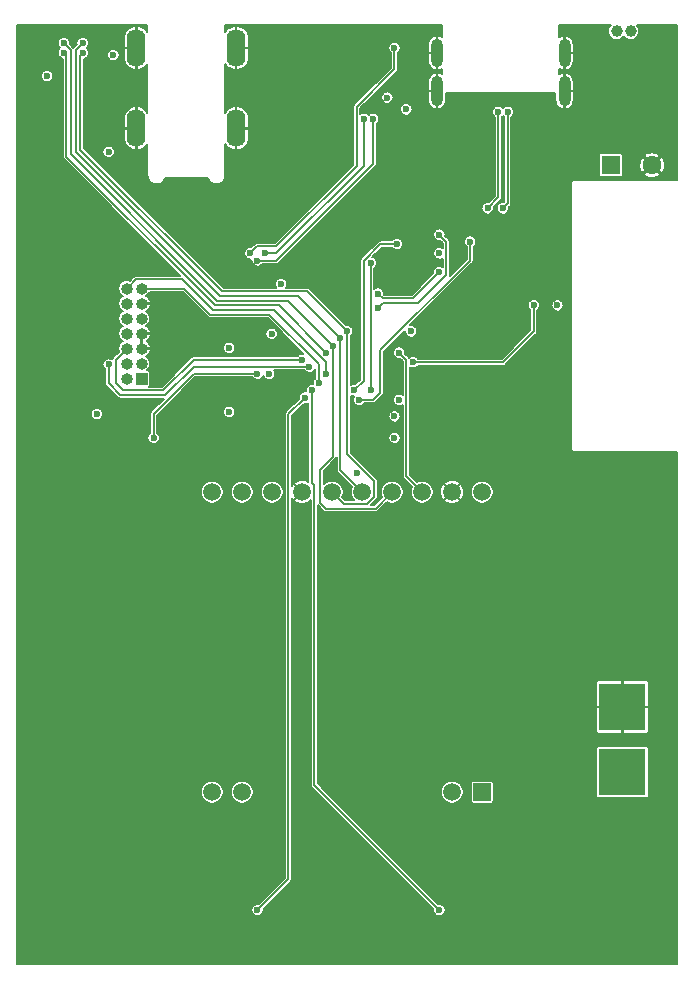
<source format=gbr>
%TF.GenerationSoftware,KiCad,Pcbnew,(5.1.5)-3*%
%TF.CreationDate,2020-06-04T21:45:27+02:00*%
%TF.ProjectId,loeti,6c6f6574-692e-46b6-9963-61645f706362,rev?*%
%TF.SameCoordinates,Original*%
%TF.FileFunction,Copper,L3,Inr*%
%TF.FilePolarity,Positive*%
%FSLAX46Y46*%
G04 Gerber Fmt 4.6, Leading zero omitted, Abs format (unit mm)*
G04 Created by KiCad (PCBNEW (5.1.5)-3) date 2020-06-04 21:45:27*
%MOMM*%
%LPD*%
G04 APERTURE LIST*
%TA.AperFunction,ViaPad*%
%ADD10O,1.000000X2.400000*%
%TD*%
%TA.AperFunction,ViaPad*%
%ADD11O,1.000000X2.550000*%
%TD*%
%TA.AperFunction,ViaPad*%
%ADD12O,1.600000X3.200000*%
%TD*%
%TA.AperFunction,ViaPad*%
%ADD13O,1.000000X1.000000*%
%TD*%
%TA.AperFunction,ViaPad*%
%ADD14R,1.000000X1.000000*%
%TD*%
%TA.AperFunction,ViaPad*%
%ADD15C,1.500000*%
%TD*%
%TA.AperFunction,ViaPad*%
%ADD16R,1.500000X1.500000*%
%TD*%
%TA.AperFunction,ViaPad*%
%ADD17R,1.600000X1.600000*%
%TD*%
%TA.AperFunction,ViaPad*%
%ADD18C,1.600000*%
%TD*%
%TA.AperFunction,ViaPad*%
%ADD19R,4.000000X4.000000*%
%TD*%
%TA.AperFunction,ViaPad*%
%ADD20C,0.600000*%
%TD*%
%TA.AperFunction,ViaPad*%
%ADD21C,1.000000*%
%TD*%
%TA.AperFunction,Conductor*%
%ADD22C,0.150000*%
%TD*%
G04 APERTURE END LIST*
D10*
%TO.N,HEATER-*%
%TO.C,J1*%
X97600000Y-44120000D03*
D11*
X97600000Y-47350000D03*
X108400000Y-47350000D03*
D10*
X108400000Y-44120000D03*
%TD*%
D12*
%TO.N,HEATER-*%
%TO.C,J3*%
X72145000Y-43700000D03*
X80595000Y-50500000D03*
X80595000Y-43700000D03*
X72145000Y-50500000D03*
%TD*%
D13*
%TO.N,VCP_TX*%
%TO.C,J2*%
X71330000Y-64080000D03*
%TO.N,VCP_RX*%
X72600000Y-64080000D03*
%TO.N,NRST*%
X71330000Y-65350000D03*
%TO.N,HEATER-*%
X72600000Y-65350000D03*
%TO.N,N/C*%
X71330000Y-66620000D03*
X72600000Y-66620000D03*
X71330000Y-67890000D03*
%TO.N,HEATER-*%
X72600000Y-67890000D03*
%TO.N,SWCLK*%
X71330000Y-69160000D03*
%TO.N,HEATER-*%
X72600000Y-69160000D03*
%TO.N,SWDIO*%
X71330000Y-70430000D03*
%TO.N,+3V3*%
X72600000Y-70430000D03*
%TO.N,N/C*%
X71330000Y-71700000D03*
D14*
X72600000Y-71700000D03*
%TD*%
D15*
%TO.N,N/C*%
%TO.C,U4*%
X98880000Y-106700000D03*
X81100000Y-106700000D03*
X78560000Y-106700000D03*
%TO.N,Net-(C10-Pad1)*%
X78560000Y-81300000D03*
%TO.N,+3V3*%
X81100000Y-81300000D03*
X83640000Y-81300000D03*
%TO.N,HEATER-*%
X86180000Y-81300000D03*
%TO.N,SPI1_MISO*%
X88720000Y-81300000D03*
%TO.N,SPI1_MOSI*%
X91260000Y-81300000D03*
%TO.N,SPI1_SCK*%
X93800000Y-81300000D03*
%TO.N,SPI1_NSS2*%
X96340000Y-81300000D03*
%TO.N,HEATER-*%
X98880000Y-81300000D03*
%TO.N,LCD_NRST*%
X101420000Y-81300000D03*
D16*
%TO.N,N/C*%
X101420000Y-106700000D03*
%TD*%
D17*
%TO.N,SHUNT+*%
%TO.C,C17*%
X112306236Y-53623178D03*
D18*
%TO.N,HEATER-*%
X115806236Y-53623178D03*
%TD*%
D19*
%TO.N,+3V3*%
%TO.C,TP3*%
X113300000Y-105000000D03*
%TD*%
%TO.N,HEATER-*%
%TO.C,TP2*%
X113300000Y-99500000D03*
%TD*%
D20*
%TO.N,+3V3*%
X64600000Y-46100000D03*
X69800000Y-52500000D03*
X83600000Y-67900000D03*
X68800000Y-74700000D03*
X107800000Y-65500000D03*
X97800000Y-61100000D03*
X80000000Y-74500000D03*
X70200000Y-44300000D03*
X84400000Y-63700000D03*
X94000000Y-74900000D03*
X94000000Y-76700000D03*
X95400000Y-67700000D03*
X80000000Y-69100000D03*
D21*
X114000000Y-42300000D03*
X112800000Y-42300000D03*
D20*
X83400000Y-71300000D03*
X94400000Y-73500000D03*
X95000000Y-48900000D03*
X93400000Y-47900000D03*
X90800000Y-79700000D03*
%TO.N,CC2*%
X102800000Y-49100000D03*
X101878300Y-57278300D03*
%TO.N,CC1*%
X103600000Y-49100000D03*
X103178300Y-57278300D03*
%TO.N,PWM*%
X92000000Y-61900000D03*
X92000000Y-72700000D03*
%TO.N,HEATER-*%
X80000000Y-72500000D03*
X70200000Y-59500000D03*
X83200000Y-59500000D03*
X63400000Y-44300000D03*
X108600000Y-62700000D03*
X108600000Y-60900000D03*
X108600000Y-59100000D03*
X102550000Y-57800000D03*
X85200000Y-61500000D03*
X87000000Y-61500000D03*
X97800000Y-76700000D03*
X97800000Y-74900000D03*
X99400000Y-67700000D03*
X101400000Y-61100000D03*
D21*
X88400000Y-64100000D03*
X86000000Y-57300000D03*
X116800000Y-46500000D03*
X116800000Y-47700000D03*
X116800000Y-49500000D03*
X116800000Y-51300000D03*
X83600000Y-43900000D03*
D20*
X65600000Y-47900000D03*
X76600000Y-74700000D03*
X75600000Y-79300000D03*
X84200000Y-79300000D03*
X90800000Y-46700000D03*
X92400000Y-43700000D03*
X99800000Y-57700000D03*
X88400000Y-79700000D03*
X94200000Y-62100000D03*
%TO.N,I2C1_SCL*%
X97800000Y-59500000D03*
X92600000Y-65700000D03*
%TO.N,I2C1_SDA*%
X97800000Y-62700000D03*
X92600000Y-64500000D03*
%TO.N,PD_ALERT_INT*%
X105800000Y-65500000D03*
X95600000Y-70300000D03*
%TO.N,SPI1_MOSI*%
X67600000Y-43300000D03*
X89400000Y-68300000D03*
%TO.N,SPI1_MISO*%
X67600000Y-44100000D03*
X90000000Y-67700000D03*
%TO.N,SPI1_SCK*%
X66000000Y-43300000D03*
X88800000Y-68900000D03*
%TO.N,SPI1_NSS1*%
X66000000Y-44100000D03*
X88200000Y-69500000D03*
%TO.N,NRST*%
X73600000Y-76700000D03*
X82400000Y-71300000D03*
%TO.N,SWCLK*%
X86200000Y-70100000D03*
%TO.N,SWDIO*%
X69800000Y-70500000D03*
X86800000Y-70700000D03*
%TO.N,SPI1_NSS2*%
X94400000Y-69500000D03*
%TO.N,ADC_IN2*%
X94000000Y-43700000D03*
X81800000Y-61100000D03*
%TO.N,PD_RST*%
X100400000Y-60100000D03*
X91000000Y-73500000D03*
%TO.N,Net-(SW2-Pad1)*%
X97800000Y-116700000D03*
X87000000Y-72700000D03*
%TO.N,Net-(SW3-Pad1)*%
X82400000Y-116700000D03*
X86400000Y-73300000D03*
%TO.N,ADC_IN7*%
X94200000Y-60300000D03*
X90600000Y-72700000D03*
%TO.N,CUR_RESET*%
X91400000Y-49700000D03*
X83000000Y-61100000D03*
%TO.N,CUR_NALERT*%
X92200000Y-49700000D03*
X82400000Y-61700000D03*
%TO.N,VCP_TX*%
X88200000Y-71300000D03*
%TO.N,VCP_RX*%
X87600000Y-72100000D03*
%TD*%
D22*
%TO.N,CC2*%
X102800000Y-56356600D02*
X102800000Y-49100000D01*
X101878300Y-57278300D02*
X102800000Y-56356600D01*
%TO.N,CC1*%
X103600000Y-56856600D02*
X103600000Y-49100000D01*
X103178300Y-57278300D02*
X103600000Y-56856600D01*
%TO.N,PWM*%
X92000000Y-72700000D02*
X92000000Y-61900000D01*
%TO.N,I2C1_SCL*%
X98400000Y-62900000D02*
X98400000Y-60100000D01*
X96000000Y-65300000D02*
X98400000Y-62900000D01*
X92600000Y-65700000D02*
X93000000Y-65300000D01*
X98400000Y-60100000D02*
X97800000Y-59500000D01*
X93000000Y-65300000D02*
X96000000Y-65300000D01*
%TO.N,I2C1_SDA*%
X93000000Y-64900000D02*
X95600000Y-64900000D01*
X92600000Y-64500000D02*
X93000000Y-64900000D01*
X95600000Y-64900000D02*
X97800000Y-62700000D01*
%TO.N,PD_ALERT_INT*%
X103200000Y-70300000D02*
X105800000Y-67700000D01*
X105800000Y-67700000D02*
X105800000Y-65500000D01*
X95600000Y-70300000D02*
X103200000Y-70300000D01*
%TO.N,SPI1_MOSI*%
X89400000Y-79440000D02*
X91260000Y-81300000D01*
X89400000Y-68300000D02*
X89400000Y-79440000D01*
X67000000Y-52500000D02*
X67000000Y-43900000D01*
X67000000Y-43900000D02*
X67600000Y-43300000D01*
X79200000Y-64700000D02*
X67000000Y-52500000D01*
X89400000Y-68300000D02*
X85800000Y-64700000D01*
X85800000Y-64700000D02*
X79200000Y-64700000D01*
%TO.N,SPI1_MISO*%
X90000000Y-78100000D02*
X92300000Y-80400000D01*
X89720000Y-82300000D02*
X88720000Y-81300000D01*
X90000000Y-67700000D02*
X90000000Y-78100000D01*
X92300000Y-81700000D02*
X91700000Y-82300000D01*
X92300000Y-80400000D02*
X92300000Y-81700000D01*
X91700000Y-82300000D02*
X89720000Y-82300000D01*
X67400000Y-52300000D02*
X67400000Y-44300000D01*
X67400000Y-44300000D02*
X67600000Y-44100000D01*
X79400000Y-64300000D02*
X67400000Y-52300000D01*
X90000000Y-67700000D02*
X86600000Y-64300000D01*
X86600000Y-64300000D02*
X79400000Y-64300000D01*
%TO.N,SPI1_SCK*%
X66600000Y-43900000D02*
X66000000Y-43300000D01*
X66600000Y-52700000D02*
X66600000Y-43900000D01*
X79000000Y-65100000D02*
X66600000Y-52700000D01*
X88800000Y-68900000D02*
X85000000Y-65100000D01*
X85000000Y-65100000D02*
X79000000Y-65100000D01*
X92400000Y-82700000D02*
X93800000Y-81300000D01*
X88800000Y-68900000D02*
X88800000Y-78300000D01*
X87700000Y-79400000D02*
X87700000Y-82200000D01*
X87700000Y-82200000D02*
X88200000Y-82700000D01*
X88800000Y-78300000D02*
X87700000Y-79400000D01*
X88200000Y-82700000D02*
X92400000Y-82700000D01*
%TO.N,SPI1_NSS1*%
X66200000Y-44300000D02*
X66000000Y-44100000D01*
X66200000Y-52900000D02*
X66200000Y-44300000D01*
X78800000Y-65500000D02*
X66200000Y-52900000D01*
X88200000Y-69500000D02*
X84200000Y-65500000D01*
X84200000Y-65500000D02*
X78800000Y-65500000D01*
%TO.N,NRST*%
X73600000Y-74700000D02*
X73600000Y-76700000D01*
X77000000Y-71300000D02*
X73600000Y-74700000D01*
X82400000Y-71300000D02*
X77000000Y-71300000D01*
%TO.N,SWCLK*%
X70400000Y-70090000D02*
X71330000Y-69160000D01*
X70400000Y-72100000D02*
X70400000Y-70090000D01*
X86200000Y-70100000D02*
X77000000Y-70100000D01*
X77000000Y-70100000D02*
X74400000Y-72700000D01*
X74400000Y-72700000D02*
X71000000Y-72700000D01*
X71000000Y-72700000D02*
X70400000Y-72100000D01*
%TO.N,SWDIO*%
X69800000Y-72100000D02*
X69800000Y-70500000D01*
X70800000Y-73100000D02*
X69800000Y-72100000D01*
X74600000Y-73100000D02*
X70800000Y-73100000D01*
X77000000Y-70700000D02*
X74600000Y-73100000D01*
X86800000Y-70700000D02*
X77000000Y-70700000D01*
%TO.N,SPI1_NSS2*%
X95000000Y-79960000D02*
X96340000Y-81300000D01*
X94400000Y-69500000D02*
X95000000Y-70100000D01*
X95000000Y-70100000D02*
X95000000Y-79960000D01*
%TO.N,ADC_IN2*%
X94000000Y-45500000D02*
X90800000Y-48700000D01*
X94000000Y-43700000D02*
X94000000Y-45500000D01*
X90800000Y-53700000D02*
X84000000Y-60500000D01*
X90800000Y-48700000D02*
X90800000Y-53700000D01*
X82400000Y-60500000D02*
X81800000Y-61100000D01*
X84000000Y-60500000D02*
X82400000Y-60500000D01*
%TO.N,PD_RST*%
X92800000Y-69300000D02*
X100400000Y-61700000D01*
X92800000Y-72900000D02*
X92800000Y-69300000D01*
X91000000Y-73500000D02*
X92200000Y-73500000D01*
X100400000Y-61700000D02*
X100400000Y-60100000D01*
X92200000Y-73500000D02*
X92800000Y-72900000D01*
%TO.N,Net-(SW2-Pad1)*%
X87200000Y-106100000D02*
X97800000Y-116700000D01*
X87200000Y-80700000D02*
X87200000Y-106100000D01*
X87000000Y-72700000D02*
X87000000Y-80500000D01*
X87000000Y-80500000D02*
X87200000Y-80700000D01*
%TO.N,Net-(SW3-Pad1)*%
X86400000Y-73300000D02*
X85000000Y-74700000D01*
X85000000Y-74700000D02*
X85000000Y-114100000D01*
X85000000Y-114100000D02*
X82400000Y-116700000D01*
%TO.N,ADC_IN7*%
X90600000Y-72700000D02*
X91400000Y-71900000D01*
X91400000Y-61700000D02*
X92800000Y-60300000D01*
X91400000Y-71900000D02*
X91400000Y-61700000D01*
X92800000Y-60300000D02*
X94200000Y-60300000D01*
%TO.N,CUR_RESET*%
X91400000Y-53700000D02*
X91400000Y-49700000D01*
X83000000Y-61100000D02*
X84000000Y-61100000D01*
X84000000Y-61100000D02*
X91400000Y-53700000D01*
%TO.N,CUR_NALERT*%
X92200000Y-53500000D02*
X92200000Y-49700000D01*
X82400000Y-61700000D02*
X84000000Y-61700000D01*
X84000000Y-61700000D02*
X92200000Y-53500000D01*
%TO.N,VCP_TX*%
X88200000Y-70300000D02*
X83800000Y-65900000D01*
X78600000Y-65900000D02*
X76000000Y-63300000D01*
X72110000Y-63300000D02*
X71330000Y-64080000D01*
X88200000Y-71300000D02*
X88200000Y-70300000D01*
X83800000Y-65900000D02*
X78600000Y-65900000D01*
X76000000Y-63300000D02*
X72110000Y-63300000D01*
%TO.N,VCP_RX*%
X76180000Y-64080000D02*
X72600000Y-64080000D01*
X78400000Y-66300000D02*
X76180000Y-64080000D01*
X87600000Y-72100000D02*
X87600000Y-70500000D01*
X83400000Y-66300000D02*
X78400000Y-66300000D01*
X87600000Y-70500000D02*
X83400000Y-66300000D01*
%TD*%
%TO.N,HEATER-*%
G36*
X73074950Y-42370522D02*
G01*
X73024940Y-42281975D01*
X72887462Y-42122182D01*
X72721451Y-41992280D01*
X72533287Y-41897262D01*
X72337814Y-41842433D01*
X72170000Y-41894061D01*
X72170000Y-43675000D01*
X72190000Y-43675000D01*
X72190000Y-43725000D01*
X72170000Y-43725000D01*
X72170000Y-45505939D01*
X72337814Y-45557567D01*
X72533287Y-45502738D01*
X72721451Y-45407720D01*
X72887462Y-45277818D01*
X73024940Y-45118025D01*
X73074950Y-45029478D01*
X73074951Y-49170522D01*
X73024940Y-49081975D01*
X72887462Y-48922182D01*
X72721451Y-48792280D01*
X72533287Y-48697262D01*
X72337814Y-48642433D01*
X72170000Y-48694061D01*
X72170000Y-50475000D01*
X72190000Y-50475000D01*
X72190000Y-50525000D01*
X72170000Y-50525000D01*
X72170000Y-52305939D01*
X72337814Y-52357567D01*
X72533287Y-52302738D01*
X72721451Y-52207720D01*
X72887462Y-52077818D01*
X73024940Y-51918025D01*
X73074951Y-51829477D01*
X73074951Y-54511047D01*
X73076076Y-54522470D01*
X73076076Y-54529431D01*
X73076405Y-54532556D01*
X73088044Y-54636320D01*
X73092287Y-54656281D01*
X73096247Y-54676281D01*
X73097173Y-54679274D01*
X73097175Y-54679281D01*
X73097178Y-54679287D01*
X73128748Y-54778809D01*
X73136776Y-54797540D01*
X73144555Y-54816413D01*
X73146050Y-54819177D01*
X73196351Y-54910675D01*
X73207870Y-54927498D01*
X73219163Y-54944495D01*
X73221165Y-54946916D01*
X73288281Y-55026902D01*
X73302871Y-55041189D01*
X73317228Y-55055647D01*
X73319663Y-55057633D01*
X73401037Y-55123059D01*
X73418092Y-55134220D01*
X73435015Y-55145634D01*
X73437789Y-55147109D01*
X73530320Y-55195483D01*
X73549249Y-55203131D01*
X73568035Y-55211028D01*
X73571037Y-55211934D01*
X73571044Y-55211937D01*
X73571051Y-55211938D01*
X73671209Y-55241417D01*
X73691246Y-55245239D01*
X73711228Y-55249341D01*
X73714355Y-55249648D01*
X73818339Y-55259111D01*
X73838735Y-55258968D01*
X73859132Y-55259111D01*
X73862259Y-55258804D01*
X73862261Y-55258804D01*
X73966101Y-55247890D01*
X73986102Y-55243785D01*
X74006118Y-55239966D01*
X74009118Y-55239060D01*
X74009125Y-55239059D01*
X74009131Y-55239056D01*
X74108871Y-55208182D01*
X74127677Y-55200277D01*
X74146587Y-55192637D01*
X74149356Y-55191164D01*
X74149360Y-55191162D01*
X74149363Y-55191160D01*
X74241208Y-55141499D01*
X74258081Y-55130118D01*
X74275186Y-55118925D01*
X74277621Y-55116939D01*
X74358073Y-55050382D01*
X74372428Y-55035926D01*
X74387018Y-55021639D01*
X74389021Y-55019218D01*
X74455014Y-54938303D01*
X74466307Y-54921306D01*
X74477826Y-54904483D01*
X74479317Y-54901724D01*
X74479320Y-54901720D01*
X74479322Y-54901716D01*
X74528339Y-54809528D01*
X74536107Y-54790682D01*
X74544148Y-54771921D01*
X74545077Y-54768919D01*
X74558322Y-54725050D01*
X78181695Y-54725050D01*
X78198748Y-54778809D01*
X78206776Y-54797540D01*
X78214555Y-54816413D01*
X78216050Y-54819177D01*
X78266351Y-54910675D01*
X78277870Y-54927498D01*
X78289163Y-54944495D01*
X78291165Y-54946916D01*
X78358281Y-55026902D01*
X78372871Y-55041189D01*
X78387228Y-55055647D01*
X78389663Y-55057633D01*
X78471037Y-55123059D01*
X78488092Y-55134220D01*
X78505015Y-55145634D01*
X78507789Y-55147109D01*
X78600320Y-55195483D01*
X78619249Y-55203131D01*
X78638035Y-55211028D01*
X78641037Y-55211934D01*
X78641044Y-55211937D01*
X78641051Y-55211938D01*
X78741209Y-55241417D01*
X78761246Y-55245239D01*
X78781228Y-55249341D01*
X78784355Y-55249648D01*
X78888339Y-55259111D01*
X78908735Y-55258968D01*
X78929132Y-55259111D01*
X78932259Y-55258804D01*
X78932261Y-55258804D01*
X79036101Y-55247890D01*
X79056102Y-55243785D01*
X79076118Y-55239966D01*
X79079118Y-55239060D01*
X79079125Y-55239059D01*
X79079131Y-55239056D01*
X79178871Y-55208182D01*
X79197677Y-55200277D01*
X79216587Y-55192637D01*
X79219356Y-55191164D01*
X79219360Y-55191162D01*
X79219363Y-55191160D01*
X79311208Y-55141499D01*
X79328081Y-55130118D01*
X79345186Y-55118925D01*
X79347621Y-55116939D01*
X79428073Y-55050382D01*
X79442428Y-55035926D01*
X79457018Y-55021639D01*
X79459021Y-55019218D01*
X79525014Y-54938303D01*
X79536307Y-54921306D01*
X79547826Y-54904483D01*
X79549317Y-54901724D01*
X79549320Y-54901720D01*
X79549322Y-54901716D01*
X79598339Y-54809528D01*
X79606107Y-54790682D01*
X79614148Y-54771921D01*
X79615077Y-54768919D01*
X79645256Y-54668962D01*
X79649228Y-54648901D01*
X79653458Y-54629001D01*
X79653787Y-54625876D01*
X79663976Y-54521961D01*
X79663976Y-54521952D01*
X79665050Y-54511047D01*
X79665050Y-51829479D01*
X79715060Y-51918025D01*
X79852538Y-52077818D01*
X80018549Y-52207720D01*
X80206713Y-52302738D01*
X80402186Y-52357567D01*
X80570000Y-52305939D01*
X80570000Y-50525000D01*
X80620000Y-50525000D01*
X80620000Y-52305939D01*
X80787814Y-52357567D01*
X80983287Y-52302738D01*
X81171451Y-52207720D01*
X81337462Y-52077818D01*
X81474940Y-51918025D01*
X81578603Y-51734482D01*
X81644467Y-51534242D01*
X81670000Y-51325000D01*
X81670000Y-50525000D01*
X80620000Y-50525000D01*
X80570000Y-50525000D01*
X80550000Y-50525000D01*
X80550000Y-50475000D01*
X80570000Y-50475000D01*
X80570000Y-48694061D01*
X80620000Y-48694061D01*
X80620000Y-50475000D01*
X81670000Y-50475000D01*
X81670000Y-49675000D01*
X81644467Y-49465758D01*
X81578603Y-49265518D01*
X81474940Y-49081975D01*
X81337462Y-48922182D01*
X81171451Y-48792280D01*
X80983287Y-48697262D01*
X80787814Y-48642433D01*
X80620000Y-48694061D01*
X80570000Y-48694061D01*
X80402186Y-48642433D01*
X80206713Y-48697262D01*
X80018549Y-48792280D01*
X79852538Y-48922182D01*
X79715060Y-49081975D01*
X79665050Y-49170521D01*
X79665050Y-45029479D01*
X79715060Y-45118025D01*
X79852538Y-45277818D01*
X80018549Y-45407720D01*
X80206713Y-45502738D01*
X80402186Y-45557567D01*
X80570000Y-45505939D01*
X80570000Y-43725000D01*
X80620000Y-43725000D01*
X80620000Y-45505939D01*
X80787814Y-45557567D01*
X80983287Y-45502738D01*
X81171451Y-45407720D01*
X81337462Y-45277818D01*
X81474940Y-45118025D01*
X81578603Y-44934482D01*
X81644467Y-44734242D01*
X81670000Y-44525000D01*
X81670000Y-43725000D01*
X80620000Y-43725000D01*
X80570000Y-43725000D01*
X80550000Y-43725000D01*
X80550000Y-43675000D01*
X80570000Y-43675000D01*
X80570000Y-41894061D01*
X80620000Y-41894061D01*
X80620000Y-43675000D01*
X81670000Y-43675000D01*
X81670000Y-42875000D01*
X81644467Y-42665758D01*
X81578603Y-42465518D01*
X81474940Y-42281975D01*
X81337462Y-42122182D01*
X81171451Y-41992280D01*
X80983287Y-41897262D01*
X80787814Y-41842433D01*
X80620000Y-41894061D01*
X80570000Y-41894061D01*
X80402186Y-41842433D01*
X80206713Y-41897262D01*
X80018549Y-41992280D01*
X79852538Y-42122182D01*
X79715060Y-42281975D01*
X79665050Y-42370521D01*
X79665050Y-41725050D01*
X80435740Y-41725050D01*
X80441479Y-41729760D01*
X80489253Y-41755296D01*
X80541091Y-41771020D01*
X80581497Y-41775000D01*
X95924762Y-41775000D01*
X95944130Y-41780875D01*
X95986010Y-41785000D01*
X98040001Y-41785000D01*
X98040001Y-42784934D01*
X98009779Y-42761721D01*
X97873481Y-42694426D01*
X97745866Y-42658850D01*
X97625000Y-42714193D01*
X97625000Y-44095000D01*
X97645000Y-44095000D01*
X97645000Y-44145000D01*
X97625000Y-44145000D01*
X97625000Y-45525807D01*
X97745866Y-45581150D01*
X97873481Y-45545574D01*
X98009779Y-45478279D01*
X98040000Y-45455066D01*
X98040000Y-45939934D01*
X98009779Y-45916721D01*
X97873481Y-45849426D01*
X97745866Y-45813850D01*
X97625000Y-45869193D01*
X97625000Y-47325000D01*
X97645000Y-47325000D01*
X97645000Y-47375000D01*
X97625000Y-47375000D01*
X97625000Y-48830807D01*
X97745866Y-48886150D01*
X97873481Y-48850574D01*
X98009779Y-48783279D01*
X98130329Y-48690686D01*
X98230499Y-48576354D01*
X98306439Y-48444677D01*
X98355231Y-48300715D01*
X98375000Y-48150000D01*
X98375000Y-47505000D01*
X107625000Y-47505000D01*
X107625000Y-48150000D01*
X107644769Y-48300715D01*
X107693561Y-48444677D01*
X107769501Y-48576354D01*
X107869671Y-48690686D01*
X107990221Y-48783279D01*
X108126519Y-48850574D01*
X108254134Y-48886150D01*
X108375000Y-48830807D01*
X108375000Y-47375000D01*
X108425000Y-47375000D01*
X108425000Y-48830807D01*
X108545866Y-48886150D01*
X108673481Y-48850574D01*
X108809779Y-48783279D01*
X108930329Y-48690686D01*
X109030499Y-48576354D01*
X109106439Y-48444677D01*
X109155231Y-48300715D01*
X109175000Y-48150000D01*
X109175000Y-47375000D01*
X108425000Y-47375000D01*
X108375000Y-47375000D01*
X108355000Y-47375000D01*
X108355000Y-47325000D01*
X108375000Y-47325000D01*
X108375000Y-45869193D01*
X108425000Y-45869193D01*
X108425000Y-47325000D01*
X109175000Y-47325000D01*
X109175000Y-46550000D01*
X109155231Y-46399285D01*
X109106439Y-46255323D01*
X109030499Y-46123646D01*
X108930329Y-46009314D01*
X108809779Y-45916721D01*
X108673481Y-45849426D01*
X108545866Y-45813850D01*
X108425000Y-45869193D01*
X108375000Y-45869193D01*
X108254134Y-45813850D01*
X108126519Y-45849426D01*
X107990221Y-45916721D01*
X107960000Y-45939933D01*
X107960000Y-45455067D01*
X107990221Y-45478279D01*
X108126519Y-45545574D01*
X108254134Y-45581150D01*
X108375000Y-45525807D01*
X108375000Y-44145000D01*
X108425000Y-44145000D01*
X108425000Y-45525807D01*
X108545866Y-45581150D01*
X108673481Y-45545574D01*
X108809779Y-45478279D01*
X108930329Y-45385686D01*
X109030499Y-45271354D01*
X109106439Y-45139677D01*
X109155231Y-44995715D01*
X109175000Y-44845000D01*
X109175000Y-44145000D01*
X108425000Y-44145000D01*
X108375000Y-44145000D01*
X108355000Y-44145000D01*
X108355000Y-44095000D01*
X108375000Y-44095000D01*
X108375000Y-42714193D01*
X108425000Y-42714193D01*
X108425000Y-44095000D01*
X109175000Y-44095000D01*
X109175000Y-43395000D01*
X109155231Y-43244285D01*
X109106439Y-43100323D01*
X109030499Y-42968646D01*
X108930329Y-42854314D01*
X108809779Y-42761721D01*
X108673481Y-42694426D01*
X108545866Y-42658850D01*
X108425000Y-42714193D01*
X108375000Y-42714193D01*
X108254134Y-42658850D01*
X108126519Y-42694426D01*
X107990221Y-42761721D01*
X107960000Y-42784933D01*
X107960000Y-41785000D01*
X110013990Y-41785000D01*
X110055870Y-41780875D01*
X110075238Y-41775000D01*
X112299695Y-41775000D01*
X112236856Y-41837839D01*
X112157513Y-41956584D01*
X112102861Y-42088525D01*
X112075000Y-42228594D01*
X112075000Y-42371406D01*
X112102861Y-42511475D01*
X112157513Y-42643416D01*
X112236856Y-42762161D01*
X112337839Y-42863144D01*
X112456584Y-42942487D01*
X112588525Y-42997139D01*
X112728594Y-43025000D01*
X112871406Y-43025000D01*
X113011475Y-42997139D01*
X113143416Y-42942487D01*
X113262161Y-42863144D01*
X113363144Y-42762161D01*
X113400000Y-42707002D01*
X113436856Y-42762161D01*
X113537839Y-42863144D01*
X113656584Y-42942487D01*
X113788525Y-42997139D01*
X113928594Y-43025000D01*
X114071406Y-43025000D01*
X114211475Y-42997139D01*
X114343416Y-42942487D01*
X114462161Y-42863144D01*
X114563144Y-42762161D01*
X114642487Y-42643416D01*
X114697139Y-42511475D01*
X114725000Y-42371406D01*
X114725000Y-42228594D01*
X114697139Y-42088525D01*
X114642487Y-41956584D01*
X114563144Y-41837839D01*
X114500305Y-41775000D01*
X117925000Y-41775000D01*
X117925000Y-54860324D01*
X109245928Y-54860324D01*
X109231195Y-54858873D01*
X109216462Y-54860324D01*
X109172385Y-54864665D01*
X109115835Y-54881820D01*
X109063718Y-54909677D01*
X109018037Y-54947166D01*
X108980548Y-54992847D01*
X108952691Y-55044964D01*
X108935536Y-55101514D01*
X108929744Y-55160324D01*
X108931195Y-55175057D01*
X108931196Y-77595581D01*
X108929744Y-77610324D01*
X108935536Y-77669134D01*
X108952691Y-77725684D01*
X108980548Y-77777801D01*
X109018037Y-77823482D01*
X109063718Y-77860971D01*
X109115835Y-77888828D01*
X109172385Y-77905983D01*
X109216462Y-77910324D01*
X109231195Y-77911775D01*
X109245928Y-77910324D01*
X117925000Y-77910324D01*
X117925000Y-121225000D01*
X62075000Y-121225000D01*
X62075000Y-106603971D01*
X77585000Y-106603971D01*
X77585000Y-106796029D01*
X77622468Y-106984397D01*
X77695966Y-107161836D01*
X77802668Y-107321527D01*
X77938473Y-107457332D01*
X78098164Y-107564034D01*
X78275603Y-107637532D01*
X78463971Y-107675000D01*
X78656029Y-107675000D01*
X78844397Y-107637532D01*
X79021836Y-107564034D01*
X79181527Y-107457332D01*
X79317332Y-107321527D01*
X79424034Y-107161836D01*
X79497532Y-106984397D01*
X79535000Y-106796029D01*
X79535000Y-106603971D01*
X80125000Y-106603971D01*
X80125000Y-106796029D01*
X80162468Y-106984397D01*
X80235966Y-107161836D01*
X80342668Y-107321527D01*
X80478473Y-107457332D01*
X80638164Y-107564034D01*
X80815603Y-107637532D01*
X81003971Y-107675000D01*
X81196029Y-107675000D01*
X81384397Y-107637532D01*
X81561836Y-107564034D01*
X81721527Y-107457332D01*
X81857332Y-107321527D01*
X81964034Y-107161836D01*
X82037532Y-106984397D01*
X82075000Y-106796029D01*
X82075000Y-106603971D01*
X82037532Y-106415603D01*
X81964034Y-106238164D01*
X81857332Y-106078473D01*
X81721527Y-105942668D01*
X81561836Y-105835966D01*
X81384397Y-105762468D01*
X81196029Y-105725000D01*
X81003971Y-105725000D01*
X80815603Y-105762468D01*
X80638164Y-105835966D01*
X80478473Y-105942668D01*
X80342668Y-106078473D01*
X80235966Y-106238164D01*
X80162468Y-106415603D01*
X80125000Y-106603971D01*
X79535000Y-106603971D01*
X79497532Y-106415603D01*
X79424034Y-106238164D01*
X79317332Y-106078473D01*
X79181527Y-105942668D01*
X79021836Y-105835966D01*
X78844397Y-105762468D01*
X78656029Y-105725000D01*
X78463971Y-105725000D01*
X78275603Y-105762468D01*
X78098164Y-105835966D01*
X77938473Y-105942668D01*
X77802668Y-106078473D01*
X77695966Y-106238164D01*
X77622468Y-106415603D01*
X77585000Y-106603971D01*
X62075000Y-106603971D01*
X62075000Y-81203971D01*
X77585000Y-81203971D01*
X77585000Y-81396029D01*
X77622468Y-81584397D01*
X77695966Y-81761836D01*
X77802668Y-81921527D01*
X77938473Y-82057332D01*
X78098164Y-82164034D01*
X78275603Y-82237532D01*
X78463971Y-82275000D01*
X78656029Y-82275000D01*
X78844397Y-82237532D01*
X79021836Y-82164034D01*
X79181527Y-82057332D01*
X79317332Y-81921527D01*
X79424034Y-81761836D01*
X79497532Y-81584397D01*
X79535000Y-81396029D01*
X79535000Y-81203971D01*
X80125000Y-81203971D01*
X80125000Y-81396029D01*
X80162468Y-81584397D01*
X80235966Y-81761836D01*
X80342668Y-81921527D01*
X80478473Y-82057332D01*
X80638164Y-82164034D01*
X80815603Y-82237532D01*
X81003971Y-82275000D01*
X81196029Y-82275000D01*
X81384397Y-82237532D01*
X81561836Y-82164034D01*
X81721527Y-82057332D01*
X81857332Y-81921527D01*
X81964034Y-81761836D01*
X82037532Y-81584397D01*
X82075000Y-81396029D01*
X82075000Y-81203971D01*
X82665000Y-81203971D01*
X82665000Y-81396029D01*
X82702468Y-81584397D01*
X82775966Y-81761836D01*
X82882668Y-81921527D01*
X83018473Y-82057332D01*
X83178164Y-82164034D01*
X83355603Y-82237532D01*
X83543971Y-82275000D01*
X83736029Y-82275000D01*
X83924397Y-82237532D01*
X84101836Y-82164034D01*
X84261527Y-82057332D01*
X84397332Y-81921527D01*
X84504034Y-81761836D01*
X84577532Y-81584397D01*
X84615000Y-81396029D01*
X84615000Y-81203971D01*
X84577532Y-81015603D01*
X84504034Y-80838164D01*
X84397332Y-80678473D01*
X84261527Y-80542668D01*
X84101836Y-80435966D01*
X83924397Y-80362468D01*
X83736029Y-80325000D01*
X83543971Y-80325000D01*
X83355603Y-80362468D01*
X83178164Y-80435966D01*
X83018473Y-80542668D01*
X82882668Y-80678473D01*
X82775966Y-80838164D01*
X82702468Y-81015603D01*
X82665000Y-81203971D01*
X82075000Y-81203971D01*
X82037532Y-81015603D01*
X81964034Y-80838164D01*
X81857332Y-80678473D01*
X81721527Y-80542668D01*
X81561836Y-80435966D01*
X81384397Y-80362468D01*
X81196029Y-80325000D01*
X81003971Y-80325000D01*
X80815603Y-80362468D01*
X80638164Y-80435966D01*
X80478473Y-80542668D01*
X80342668Y-80678473D01*
X80235966Y-80838164D01*
X80162468Y-81015603D01*
X80125000Y-81203971D01*
X79535000Y-81203971D01*
X79497532Y-81015603D01*
X79424034Y-80838164D01*
X79317332Y-80678473D01*
X79181527Y-80542668D01*
X79021836Y-80435966D01*
X78844397Y-80362468D01*
X78656029Y-80325000D01*
X78463971Y-80325000D01*
X78275603Y-80362468D01*
X78098164Y-80435966D01*
X77938473Y-80542668D01*
X77802668Y-80678473D01*
X77695966Y-80838164D01*
X77622468Y-81015603D01*
X77585000Y-81203971D01*
X62075000Y-81203971D01*
X62075000Y-74648292D01*
X68275000Y-74648292D01*
X68275000Y-74751708D01*
X68295176Y-74853137D01*
X68334751Y-74948681D01*
X68392206Y-75034668D01*
X68465332Y-75107794D01*
X68551319Y-75165249D01*
X68646863Y-75204824D01*
X68748292Y-75225000D01*
X68851708Y-75225000D01*
X68953137Y-75204824D01*
X69048681Y-75165249D01*
X69134668Y-75107794D01*
X69207794Y-75034668D01*
X69265249Y-74948681D01*
X69304824Y-74853137D01*
X69325000Y-74751708D01*
X69325000Y-74648292D01*
X69304824Y-74546863D01*
X69265249Y-74451319D01*
X69207794Y-74365332D01*
X69134668Y-74292206D01*
X69048681Y-74234751D01*
X68953137Y-74195176D01*
X68851708Y-74175000D01*
X68748292Y-74175000D01*
X68646863Y-74195176D01*
X68551319Y-74234751D01*
X68465332Y-74292206D01*
X68392206Y-74365332D01*
X68334751Y-74451319D01*
X68295176Y-74546863D01*
X68275000Y-74648292D01*
X62075000Y-74648292D01*
X62075000Y-46048292D01*
X64075000Y-46048292D01*
X64075000Y-46151708D01*
X64095176Y-46253137D01*
X64134751Y-46348681D01*
X64192206Y-46434668D01*
X64265332Y-46507794D01*
X64351319Y-46565249D01*
X64446863Y-46604824D01*
X64548292Y-46625000D01*
X64651708Y-46625000D01*
X64753137Y-46604824D01*
X64848681Y-46565249D01*
X64934668Y-46507794D01*
X65007794Y-46434668D01*
X65065249Y-46348681D01*
X65104824Y-46253137D01*
X65125000Y-46151708D01*
X65125000Y-46048292D01*
X65104824Y-45946863D01*
X65065249Y-45851319D01*
X65007794Y-45765332D01*
X64934668Y-45692206D01*
X64848681Y-45634751D01*
X64753137Y-45595176D01*
X64651708Y-45575000D01*
X64548292Y-45575000D01*
X64446863Y-45595176D01*
X64351319Y-45634751D01*
X64265332Y-45692206D01*
X64192206Y-45765332D01*
X64134751Y-45851319D01*
X64095176Y-45946863D01*
X64075000Y-46048292D01*
X62075000Y-46048292D01*
X62075000Y-43248292D01*
X65475000Y-43248292D01*
X65475000Y-43351708D01*
X65495176Y-43453137D01*
X65534751Y-43548681D01*
X65592206Y-43634668D01*
X65657538Y-43700000D01*
X65592206Y-43765332D01*
X65534751Y-43851319D01*
X65495176Y-43946863D01*
X65475000Y-44048292D01*
X65475000Y-44151708D01*
X65495176Y-44253137D01*
X65534751Y-44348681D01*
X65592206Y-44434668D01*
X65665332Y-44507794D01*
X65751319Y-44565249D01*
X65846863Y-44604824D01*
X65900001Y-44615394D01*
X65900000Y-52885277D01*
X65898550Y-52900000D01*
X65900000Y-52914723D01*
X65900000Y-52914732D01*
X65904341Y-52958809D01*
X65921496Y-53015359D01*
X65921497Y-53015360D01*
X65949353Y-53067477D01*
X65966358Y-53088198D01*
X65986842Y-53113158D01*
X65998290Y-53122553D01*
X75875736Y-63000000D01*
X72124730Y-63000000D01*
X72110000Y-62998549D01*
X72095270Y-63000000D01*
X72095267Y-63000000D01*
X72051190Y-63004341D01*
X71994640Y-63021496D01*
X71942522Y-63049353D01*
X71920437Y-63067478D01*
X71896842Y-63086842D01*
X71887451Y-63098285D01*
X71584892Y-63400845D01*
X71541475Y-63382861D01*
X71401406Y-63355000D01*
X71258594Y-63355000D01*
X71118525Y-63382861D01*
X70986584Y-63437513D01*
X70867839Y-63516856D01*
X70766856Y-63617839D01*
X70687513Y-63736584D01*
X70632861Y-63868525D01*
X70605000Y-64008594D01*
X70605000Y-64151406D01*
X70632861Y-64291475D01*
X70687513Y-64423416D01*
X70766856Y-64542161D01*
X70867839Y-64643144D01*
X70975379Y-64715000D01*
X70867839Y-64786856D01*
X70766856Y-64887839D01*
X70687513Y-65006584D01*
X70632861Y-65138525D01*
X70605000Y-65278594D01*
X70605000Y-65421406D01*
X70632861Y-65561475D01*
X70687513Y-65693416D01*
X70766856Y-65812161D01*
X70867839Y-65913144D01*
X70975379Y-65985000D01*
X70867839Y-66056856D01*
X70766856Y-66157839D01*
X70687513Y-66276584D01*
X70632861Y-66408525D01*
X70605000Y-66548594D01*
X70605000Y-66691406D01*
X70632861Y-66831475D01*
X70687513Y-66963416D01*
X70766856Y-67082161D01*
X70867839Y-67183144D01*
X70975379Y-67255000D01*
X70867839Y-67326856D01*
X70766856Y-67427839D01*
X70687513Y-67546584D01*
X70632861Y-67678525D01*
X70605000Y-67818594D01*
X70605000Y-67961406D01*
X70632861Y-68101475D01*
X70687513Y-68233416D01*
X70766856Y-68352161D01*
X70867839Y-68453144D01*
X70975379Y-68525000D01*
X70867839Y-68596856D01*
X70766856Y-68697839D01*
X70687513Y-68816584D01*
X70632861Y-68948525D01*
X70605000Y-69088594D01*
X70605000Y-69231406D01*
X70632861Y-69371475D01*
X70650845Y-69414892D01*
X70198285Y-69867452D01*
X70186843Y-69876842D01*
X70177452Y-69888285D01*
X70177451Y-69888286D01*
X70149353Y-69922523D01*
X70121497Y-69974640D01*
X70104342Y-70031190D01*
X70100576Y-70069426D01*
X70048681Y-70034751D01*
X69953137Y-69995176D01*
X69851708Y-69975000D01*
X69748292Y-69975000D01*
X69646863Y-69995176D01*
X69551319Y-70034751D01*
X69465332Y-70092206D01*
X69392206Y-70165332D01*
X69334751Y-70251319D01*
X69295176Y-70346863D01*
X69275000Y-70448292D01*
X69275000Y-70551708D01*
X69295176Y-70653137D01*
X69334751Y-70748681D01*
X69392206Y-70834668D01*
X69465332Y-70907794D01*
X69500001Y-70930959D01*
X69500000Y-72085277D01*
X69498550Y-72100000D01*
X69500000Y-72114723D01*
X69500000Y-72114732D01*
X69504341Y-72158809D01*
X69521496Y-72215359D01*
X69521497Y-72215360D01*
X69549353Y-72267477D01*
X69564981Y-72286520D01*
X69586842Y-72313158D01*
X69598290Y-72322553D01*
X70577451Y-73301715D01*
X70586842Y-73313158D01*
X70598285Y-73322549D01*
X70598286Y-73322550D01*
X70632522Y-73350647D01*
X70684638Y-73378503D01*
X70684640Y-73378504D01*
X70741190Y-73395659D01*
X70785267Y-73400000D01*
X70785270Y-73400000D01*
X70800000Y-73401451D01*
X70814730Y-73400000D01*
X74475737Y-73400000D01*
X73398290Y-74477447D01*
X73386842Y-74486842D01*
X73366358Y-74511802D01*
X73349353Y-74532523D01*
X73339099Y-74551708D01*
X73321496Y-74584641D01*
X73304341Y-74641191D01*
X73300000Y-74685268D01*
X73300000Y-74685277D01*
X73298550Y-74700000D01*
X73300000Y-74714723D01*
X73300001Y-76269041D01*
X73265332Y-76292206D01*
X73192206Y-76365332D01*
X73134751Y-76451319D01*
X73095176Y-76546863D01*
X73075000Y-76648292D01*
X73075000Y-76751708D01*
X73095176Y-76853137D01*
X73134751Y-76948681D01*
X73192206Y-77034668D01*
X73265332Y-77107794D01*
X73351319Y-77165249D01*
X73446863Y-77204824D01*
X73548292Y-77225000D01*
X73651708Y-77225000D01*
X73753137Y-77204824D01*
X73848681Y-77165249D01*
X73934668Y-77107794D01*
X74007794Y-77034668D01*
X74065249Y-76948681D01*
X74104824Y-76853137D01*
X74125000Y-76751708D01*
X74125000Y-76648292D01*
X74104824Y-76546863D01*
X74065249Y-76451319D01*
X74007794Y-76365332D01*
X73934668Y-76292206D01*
X73900000Y-76269041D01*
X73900000Y-74824263D01*
X74275971Y-74448292D01*
X79475000Y-74448292D01*
X79475000Y-74551708D01*
X79495176Y-74653137D01*
X79534751Y-74748681D01*
X79592206Y-74834668D01*
X79665332Y-74907794D01*
X79751319Y-74965249D01*
X79846863Y-75004824D01*
X79948292Y-75025000D01*
X80051708Y-75025000D01*
X80153137Y-75004824D01*
X80248681Y-74965249D01*
X80334668Y-74907794D01*
X80407794Y-74834668D01*
X80465249Y-74748681D01*
X80504824Y-74653137D01*
X80525000Y-74551708D01*
X80525000Y-74448292D01*
X80504824Y-74346863D01*
X80465249Y-74251319D01*
X80407794Y-74165332D01*
X80334668Y-74092206D01*
X80248681Y-74034751D01*
X80153137Y-73995176D01*
X80051708Y-73975000D01*
X79948292Y-73975000D01*
X79846863Y-73995176D01*
X79751319Y-74034751D01*
X79665332Y-74092206D01*
X79592206Y-74165332D01*
X79534751Y-74251319D01*
X79495176Y-74346863D01*
X79475000Y-74448292D01*
X74275971Y-74448292D01*
X77124264Y-71600000D01*
X81969041Y-71600000D01*
X81992206Y-71634668D01*
X82065332Y-71707794D01*
X82151319Y-71765249D01*
X82246863Y-71804824D01*
X82348292Y-71825000D01*
X82451708Y-71825000D01*
X82553137Y-71804824D01*
X82648681Y-71765249D01*
X82734668Y-71707794D01*
X82807794Y-71634668D01*
X82865249Y-71548681D01*
X82900000Y-71464783D01*
X82934751Y-71548681D01*
X82992206Y-71634668D01*
X83065332Y-71707794D01*
X83151319Y-71765249D01*
X83246863Y-71804824D01*
X83348292Y-71825000D01*
X83451708Y-71825000D01*
X83553137Y-71804824D01*
X83648681Y-71765249D01*
X83734668Y-71707794D01*
X83807794Y-71634668D01*
X83865249Y-71548681D01*
X83904824Y-71453137D01*
X83925000Y-71351708D01*
X83925000Y-71248292D01*
X83904824Y-71146863D01*
X83865249Y-71051319D01*
X83830959Y-71000000D01*
X86369041Y-71000000D01*
X86392206Y-71034668D01*
X86465332Y-71107794D01*
X86551319Y-71165249D01*
X86646863Y-71204824D01*
X86748292Y-71225000D01*
X86851708Y-71225000D01*
X86953137Y-71204824D01*
X87048681Y-71165249D01*
X87134668Y-71107794D01*
X87207794Y-71034668D01*
X87265249Y-70948681D01*
X87300001Y-70864781D01*
X87300000Y-71669041D01*
X87265332Y-71692206D01*
X87192206Y-71765332D01*
X87134751Y-71851319D01*
X87095176Y-71946863D01*
X87075000Y-72048292D01*
X87075000Y-72151708D01*
X87080784Y-72180784D01*
X87051708Y-72175000D01*
X86948292Y-72175000D01*
X86846863Y-72195176D01*
X86751319Y-72234751D01*
X86665332Y-72292206D01*
X86592206Y-72365332D01*
X86534751Y-72451319D01*
X86495176Y-72546863D01*
X86475000Y-72648292D01*
X86475000Y-72751708D01*
X86480784Y-72780784D01*
X86451708Y-72775000D01*
X86348292Y-72775000D01*
X86246863Y-72795176D01*
X86151319Y-72834751D01*
X86065332Y-72892206D01*
X85992206Y-72965332D01*
X85934751Y-73051319D01*
X85895176Y-73146863D01*
X85875000Y-73248292D01*
X85875000Y-73351708D01*
X85883134Y-73392602D01*
X84798290Y-74477447D01*
X84786842Y-74486842D01*
X84766358Y-74511802D01*
X84749353Y-74532523D01*
X84739099Y-74551708D01*
X84721496Y-74584641D01*
X84704341Y-74641191D01*
X84700000Y-74685268D01*
X84700000Y-74685277D01*
X84698550Y-74700000D01*
X84700000Y-74714723D01*
X84700001Y-113975735D01*
X82492602Y-116183135D01*
X82451708Y-116175000D01*
X82348292Y-116175000D01*
X82246863Y-116195176D01*
X82151319Y-116234751D01*
X82065332Y-116292206D01*
X81992206Y-116365332D01*
X81934751Y-116451319D01*
X81895176Y-116546863D01*
X81875000Y-116648292D01*
X81875000Y-116751708D01*
X81895176Y-116853137D01*
X81934751Y-116948681D01*
X81992206Y-117034668D01*
X82065332Y-117107794D01*
X82151319Y-117165249D01*
X82246863Y-117204824D01*
X82348292Y-117225000D01*
X82451708Y-117225000D01*
X82553137Y-117204824D01*
X82648681Y-117165249D01*
X82734668Y-117107794D01*
X82807794Y-117034668D01*
X82865249Y-116948681D01*
X82904824Y-116853137D01*
X82925000Y-116751708D01*
X82925000Y-116648292D01*
X82916865Y-116607398D01*
X85201715Y-114322549D01*
X85213158Y-114313158D01*
X85222549Y-114301715D01*
X85250647Y-114267478D01*
X85278503Y-114215361D01*
X85278504Y-114215360D01*
X85295659Y-114158810D01*
X85300000Y-114114733D01*
X85300000Y-114114724D01*
X85301450Y-114100001D01*
X85300000Y-114085278D01*
X85300000Y-81829944D01*
X85315136Y-81859312D01*
X85332296Y-81884992D01*
X85482874Y-81961771D01*
X86144645Y-81300000D01*
X85482874Y-80638229D01*
X85332296Y-80715008D01*
X85300000Y-80773310D01*
X85300000Y-74824263D01*
X86307398Y-73816866D01*
X86348292Y-73825000D01*
X86451708Y-73825000D01*
X86553137Y-73804824D01*
X86648681Y-73765249D01*
X86700000Y-73730958D01*
X86700001Y-80416294D01*
X86588372Y-80354458D01*
X86396059Y-80292956D01*
X86195443Y-80270155D01*
X85994232Y-80286930D01*
X85800161Y-80342638D01*
X85620688Y-80435136D01*
X85595008Y-80452296D01*
X85518229Y-80602874D01*
X86180000Y-81264645D01*
X86194143Y-81250503D01*
X86229498Y-81285858D01*
X86215355Y-81300000D01*
X86229498Y-81314143D01*
X86194143Y-81349498D01*
X86180000Y-81335355D01*
X85518229Y-81997126D01*
X85595008Y-82147704D01*
X85771628Y-82245542D01*
X85963941Y-82307044D01*
X86164557Y-82329845D01*
X86365768Y-82313070D01*
X86559839Y-82257362D01*
X86739312Y-82164864D01*
X86764992Y-82147704D01*
X86841770Y-81997128D01*
X86890356Y-82045714D01*
X86900000Y-82036070D01*
X86900001Y-106085267D01*
X86898550Y-106100000D01*
X86904342Y-106158810D01*
X86921497Y-106215360D01*
X86949353Y-106267477D01*
X86977451Y-106301714D01*
X86986843Y-106313158D01*
X86998286Y-106322549D01*
X97283134Y-116607399D01*
X97275000Y-116648292D01*
X97275000Y-116751708D01*
X97295176Y-116853137D01*
X97334751Y-116948681D01*
X97392206Y-117034668D01*
X97465332Y-117107794D01*
X97551319Y-117165249D01*
X97646863Y-117204824D01*
X97748292Y-117225000D01*
X97851708Y-117225000D01*
X97953137Y-117204824D01*
X98048681Y-117165249D01*
X98134668Y-117107794D01*
X98207794Y-117034668D01*
X98265249Y-116948681D01*
X98304824Y-116853137D01*
X98325000Y-116751708D01*
X98325000Y-116648292D01*
X98304824Y-116546863D01*
X98265249Y-116451319D01*
X98207794Y-116365332D01*
X98134668Y-116292206D01*
X98048681Y-116234751D01*
X97953137Y-116195176D01*
X97851708Y-116175000D01*
X97748292Y-116175000D01*
X97707399Y-116183134D01*
X88128235Y-106603971D01*
X97905000Y-106603971D01*
X97905000Y-106796029D01*
X97942468Y-106984397D01*
X98015966Y-107161836D01*
X98122668Y-107321527D01*
X98258473Y-107457332D01*
X98418164Y-107564034D01*
X98595603Y-107637532D01*
X98783971Y-107675000D01*
X98976029Y-107675000D01*
X99164397Y-107637532D01*
X99341836Y-107564034D01*
X99501527Y-107457332D01*
X99637332Y-107321527D01*
X99744034Y-107161836D01*
X99817532Y-106984397D01*
X99855000Y-106796029D01*
X99855000Y-106603971D01*
X99817532Y-106415603D01*
X99744034Y-106238164D01*
X99637332Y-106078473D01*
X99508859Y-105950000D01*
X100443912Y-105950000D01*
X100443912Y-107450000D01*
X100448256Y-107494108D01*
X100461122Y-107536520D01*
X100482015Y-107575608D01*
X100510132Y-107609868D01*
X100544392Y-107637985D01*
X100583480Y-107658878D01*
X100625892Y-107671744D01*
X100670000Y-107676088D01*
X102170000Y-107676088D01*
X102214108Y-107671744D01*
X102256520Y-107658878D01*
X102295608Y-107637985D01*
X102329868Y-107609868D01*
X102357985Y-107575608D01*
X102378878Y-107536520D01*
X102391744Y-107494108D01*
X102396088Y-107450000D01*
X102396088Y-105950000D01*
X102391744Y-105905892D01*
X102378878Y-105863480D01*
X102357985Y-105824392D01*
X102329868Y-105790132D01*
X102295608Y-105762015D01*
X102256520Y-105741122D01*
X102214108Y-105728256D01*
X102170000Y-105723912D01*
X100670000Y-105723912D01*
X100625892Y-105728256D01*
X100583480Y-105741122D01*
X100544392Y-105762015D01*
X100510132Y-105790132D01*
X100482015Y-105824392D01*
X100461122Y-105863480D01*
X100448256Y-105905892D01*
X100443912Y-105950000D01*
X99508859Y-105950000D01*
X99501527Y-105942668D01*
X99341836Y-105835966D01*
X99164397Y-105762468D01*
X98976029Y-105725000D01*
X98783971Y-105725000D01*
X98595603Y-105762468D01*
X98418164Y-105835966D01*
X98258473Y-105942668D01*
X98122668Y-106078473D01*
X98015966Y-106238164D01*
X97942468Y-106415603D01*
X97905000Y-106603971D01*
X88128235Y-106603971D01*
X87500000Y-105975737D01*
X87500000Y-103000000D01*
X111073912Y-103000000D01*
X111073912Y-107000000D01*
X111078256Y-107044108D01*
X111091122Y-107086520D01*
X111112015Y-107125608D01*
X111140132Y-107159868D01*
X111174392Y-107187985D01*
X111213480Y-107208878D01*
X111255892Y-107221744D01*
X111300000Y-107226088D01*
X115300000Y-107226088D01*
X115344108Y-107221744D01*
X115386520Y-107208878D01*
X115425608Y-107187985D01*
X115459868Y-107159868D01*
X115487985Y-107125608D01*
X115508878Y-107086520D01*
X115521744Y-107044108D01*
X115526088Y-107000000D01*
X115526088Y-103000000D01*
X115521744Y-102955892D01*
X115508878Y-102913480D01*
X115487985Y-102874392D01*
X115459868Y-102840132D01*
X115425608Y-102812015D01*
X115386520Y-102791122D01*
X115344108Y-102778256D01*
X115300000Y-102773912D01*
X111300000Y-102773912D01*
X111255892Y-102778256D01*
X111213480Y-102791122D01*
X111174392Y-102812015D01*
X111140132Y-102840132D01*
X111112015Y-102874392D01*
X111091122Y-102913480D01*
X111078256Y-102955892D01*
X111073912Y-103000000D01*
X87500000Y-103000000D01*
X87500000Y-101500000D01*
X111023669Y-101500000D01*
X111028979Y-101553910D01*
X111044703Y-101605747D01*
X111070239Y-101653521D01*
X111104604Y-101695396D01*
X111146479Y-101729761D01*
X111194253Y-101755297D01*
X111246090Y-101771021D01*
X111300000Y-101776331D01*
X113206250Y-101775000D01*
X113275000Y-101706250D01*
X113275000Y-99525000D01*
X113325000Y-99525000D01*
X113325000Y-101706250D01*
X113393750Y-101775000D01*
X115300000Y-101776331D01*
X115353910Y-101771021D01*
X115405747Y-101755297D01*
X115453521Y-101729761D01*
X115495396Y-101695396D01*
X115529761Y-101653521D01*
X115555297Y-101605747D01*
X115571021Y-101553910D01*
X115576331Y-101500000D01*
X115575000Y-99593750D01*
X115506250Y-99525000D01*
X113325000Y-99525000D01*
X113275000Y-99525000D01*
X111093750Y-99525000D01*
X111025000Y-99593750D01*
X111023669Y-101500000D01*
X87500000Y-101500000D01*
X87500000Y-97500000D01*
X111023669Y-97500000D01*
X111025000Y-99406250D01*
X111093750Y-99475000D01*
X113275000Y-99475000D01*
X113275000Y-97293750D01*
X113325000Y-97293750D01*
X113325000Y-99475000D01*
X115506250Y-99475000D01*
X115575000Y-99406250D01*
X115576331Y-97500000D01*
X115571021Y-97446090D01*
X115555297Y-97394253D01*
X115529761Y-97346479D01*
X115495396Y-97304604D01*
X115453521Y-97270239D01*
X115405747Y-97244703D01*
X115353910Y-97228979D01*
X115300000Y-97223669D01*
X113393750Y-97225000D01*
X113325000Y-97293750D01*
X113275000Y-97293750D01*
X113206250Y-97225000D01*
X111300000Y-97223669D01*
X111246090Y-97228979D01*
X111194253Y-97244703D01*
X111146479Y-97270239D01*
X111104604Y-97304604D01*
X111070239Y-97346479D01*
X111044703Y-97394253D01*
X111028979Y-97446090D01*
X111023669Y-97500000D01*
X87500000Y-97500000D01*
X87500000Y-82424263D01*
X87977451Y-82901715D01*
X87986842Y-82913158D01*
X87998285Y-82922549D01*
X88032522Y-82950647D01*
X88084639Y-82978504D01*
X88097801Y-82982497D01*
X88141190Y-82995659D01*
X88185267Y-83000000D01*
X88185270Y-83000000D01*
X88200000Y-83001451D01*
X88214730Y-83000000D01*
X92385277Y-83000000D01*
X92400000Y-83001450D01*
X92414723Y-83000000D01*
X92414733Y-83000000D01*
X92458810Y-82995659D01*
X92515360Y-82978504D01*
X92567477Y-82950647D01*
X92613158Y-82913158D01*
X92622553Y-82901710D01*
X93353767Y-82170497D01*
X93515603Y-82237532D01*
X93703971Y-82275000D01*
X93896029Y-82275000D01*
X94084397Y-82237532D01*
X94261836Y-82164034D01*
X94421527Y-82057332D01*
X94557332Y-81921527D01*
X94664034Y-81761836D01*
X94737532Y-81584397D01*
X94775000Y-81396029D01*
X94775000Y-81203971D01*
X94737532Y-81015603D01*
X94664034Y-80838164D01*
X94557332Y-80678473D01*
X94421527Y-80542668D01*
X94261836Y-80435966D01*
X94084397Y-80362468D01*
X93896029Y-80325000D01*
X93703971Y-80325000D01*
X93515603Y-80362468D01*
X93338164Y-80435966D01*
X93178473Y-80542668D01*
X93042668Y-80678473D01*
X92935966Y-80838164D01*
X92862468Y-81015603D01*
X92825000Y-81203971D01*
X92825000Y-81396029D01*
X92862468Y-81584397D01*
X92929503Y-81746233D01*
X92275737Y-82400000D01*
X92024263Y-82400000D01*
X92501715Y-81922549D01*
X92513158Y-81913158D01*
X92536273Y-81884992D01*
X92550647Y-81867478D01*
X92578503Y-81815361D01*
X92578504Y-81815360D01*
X92595659Y-81758810D01*
X92600000Y-81714733D01*
X92600000Y-81714724D01*
X92601450Y-81700001D01*
X92600000Y-81685278D01*
X92600000Y-80414722D01*
X92601450Y-80399999D01*
X92600000Y-80385276D01*
X92600000Y-80385267D01*
X92595659Y-80341190D01*
X92578504Y-80284640D01*
X92550648Y-80232524D01*
X92550647Y-80232522D01*
X92522549Y-80198285D01*
X92513158Y-80186842D01*
X92501717Y-80177453D01*
X90300000Y-77975737D01*
X90300000Y-76648292D01*
X93475000Y-76648292D01*
X93475000Y-76751708D01*
X93495176Y-76853137D01*
X93534751Y-76948681D01*
X93592206Y-77034668D01*
X93665332Y-77107794D01*
X93751319Y-77165249D01*
X93846863Y-77204824D01*
X93948292Y-77225000D01*
X94051708Y-77225000D01*
X94153137Y-77204824D01*
X94248681Y-77165249D01*
X94334668Y-77107794D01*
X94407794Y-77034668D01*
X94465249Y-76948681D01*
X94504824Y-76853137D01*
X94525000Y-76751708D01*
X94525000Y-76648292D01*
X94504824Y-76546863D01*
X94465249Y-76451319D01*
X94407794Y-76365332D01*
X94334668Y-76292206D01*
X94248681Y-76234751D01*
X94153137Y-76195176D01*
X94051708Y-76175000D01*
X93948292Y-76175000D01*
X93846863Y-76195176D01*
X93751319Y-76234751D01*
X93665332Y-76292206D01*
X93592206Y-76365332D01*
X93534751Y-76451319D01*
X93495176Y-76546863D01*
X93475000Y-76648292D01*
X90300000Y-76648292D01*
X90300000Y-74848292D01*
X93475000Y-74848292D01*
X93475000Y-74951708D01*
X93495176Y-75053137D01*
X93534751Y-75148681D01*
X93592206Y-75234668D01*
X93665332Y-75307794D01*
X93751319Y-75365249D01*
X93846863Y-75404824D01*
X93948292Y-75425000D01*
X94051708Y-75425000D01*
X94153137Y-75404824D01*
X94248681Y-75365249D01*
X94334668Y-75307794D01*
X94407794Y-75234668D01*
X94465249Y-75148681D01*
X94504824Y-75053137D01*
X94525000Y-74951708D01*
X94525000Y-74848292D01*
X94504824Y-74746863D01*
X94465249Y-74651319D01*
X94407794Y-74565332D01*
X94334668Y-74492206D01*
X94248681Y-74434751D01*
X94153137Y-74395176D01*
X94051708Y-74375000D01*
X93948292Y-74375000D01*
X93846863Y-74395176D01*
X93751319Y-74434751D01*
X93665332Y-74492206D01*
X93592206Y-74565332D01*
X93534751Y-74651319D01*
X93495176Y-74746863D01*
X93475000Y-74848292D01*
X90300000Y-74848292D01*
X90300000Y-73130959D01*
X90351319Y-73165249D01*
X90446863Y-73204824D01*
X90548292Y-73225000D01*
X90552337Y-73225000D01*
X90534751Y-73251319D01*
X90495176Y-73346863D01*
X90475000Y-73448292D01*
X90475000Y-73551708D01*
X90495176Y-73653137D01*
X90534751Y-73748681D01*
X90592206Y-73834668D01*
X90665332Y-73907794D01*
X90751319Y-73965249D01*
X90846863Y-74004824D01*
X90948292Y-74025000D01*
X91051708Y-74025000D01*
X91153137Y-74004824D01*
X91248681Y-73965249D01*
X91334668Y-73907794D01*
X91407794Y-73834668D01*
X91430959Y-73800000D01*
X92185277Y-73800000D01*
X92200000Y-73801450D01*
X92214723Y-73800000D01*
X92214733Y-73800000D01*
X92258810Y-73795659D01*
X92315360Y-73778504D01*
X92367477Y-73750647D01*
X92413158Y-73713158D01*
X92422553Y-73701710D01*
X93001716Y-73122548D01*
X93013158Y-73113158D01*
X93042462Y-73077451D01*
X93050647Y-73067478D01*
X93068184Y-73034668D01*
X93078504Y-73015360D01*
X93095659Y-72958810D01*
X93100000Y-72914733D01*
X93100000Y-72914724D01*
X93101450Y-72900001D01*
X93100000Y-72885278D01*
X93100000Y-69448292D01*
X93875000Y-69448292D01*
X93875000Y-69551708D01*
X93895176Y-69653137D01*
X93934751Y-69748681D01*
X93992206Y-69834668D01*
X94065332Y-69907794D01*
X94151319Y-69965249D01*
X94246863Y-70004824D01*
X94348292Y-70025000D01*
X94451708Y-70025000D01*
X94492602Y-70016865D01*
X94700000Y-70224264D01*
X94700000Y-73069042D01*
X94648681Y-73034751D01*
X94553137Y-72995176D01*
X94451708Y-72975000D01*
X94348292Y-72975000D01*
X94246863Y-72995176D01*
X94151319Y-73034751D01*
X94065332Y-73092206D01*
X93992206Y-73165332D01*
X93934751Y-73251319D01*
X93895176Y-73346863D01*
X93875000Y-73448292D01*
X93875000Y-73551708D01*
X93895176Y-73653137D01*
X93934751Y-73748681D01*
X93992206Y-73834668D01*
X94065332Y-73907794D01*
X94151319Y-73965249D01*
X94246863Y-74004824D01*
X94348292Y-74025000D01*
X94451708Y-74025000D01*
X94553137Y-74004824D01*
X94648681Y-73965249D01*
X94700000Y-73930958D01*
X94700001Y-79945267D01*
X94698550Y-79960000D01*
X94704342Y-80018810D01*
X94721497Y-80075360D01*
X94749353Y-80127477D01*
X94777451Y-80161714D01*
X94786843Y-80173158D01*
X94798285Y-80182548D01*
X95469503Y-80853767D01*
X95402468Y-81015603D01*
X95365000Y-81203971D01*
X95365000Y-81396029D01*
X95402468Y-81584397D01*
X95475966Y-81761836D01*
X95582668Y-81921527D01*
X95718473Y-82057332D01*
X95878164Y-82164034D01*
X96055603Y-82237532D01*
X96243971Y-82275000D01*
X96436029Y-82275000D01*
X96624397Y-82237532D01*
X96801836Y-82164034D01*
X96961527Y-82057332D01*
X97021733Y-81997126D01*
X98218229Y-81997126D01*
X98295008Y-82147704D01*
X98471628Y-82245542D01*
X98663941Y-82307044D01*
X98864557Y-82329845D01*
X99065768Y-82313070D01*
X99259839Y-82257362D01*
X99439312Y-82164864D01*
X99464992Y-82147704D01*
X99541771Y-81997126D01*
X98880000Y-81335355D01*
X98218229Y-81997126D01*
X97021733Y-81997126D01*
X97097332Y-81921527D01*
X97204034Y-81761836D01*
X97277532Y-81584397D01*
X97315000Y-81396029D01*
X97315000Y-81284557D01*
X97850155Y-81284557D01*
X97866930Y-81485768D01*
X97922638Y-81679839D01*
X98015136Y-81859312D01*
X98032296Y-81884992D01*
X98182874Y-81961771D01*
X98844645Y-81300000D01*
X98915355Y-81300000D01*
X99577126Y-81961771D01*
X99727704Y-81884992D01*
X99825542Y-81708372D01*
X99887044Y-81516059D01*
X99909845Y-81315443D01*
X99900552Y-81203971D01*
X100445000Y-81203971D01*
X100445000Y-81396029D01*
X100482468Y-81584397D01*
X100555966Y-81761836D01*
X100662668Y-81921527D01*
X100798473Y-82057332D01*
X100958164Y-82164034D01*
X101135603Y-82237532D01*
X101323971Y-82275000D01*
X101516029Y-82275000D01*
X101704397Y-82237532D01*
X101881836Y-82164034D01*
X102041527Y-82057332D01*
X102177332Y-81921527D01*
X102284034Y-81761836D01*
X102357532Y-81584397D01*
X102395000Y-81396029D01*
X102395000Y-81203971D01*
X102357532Y-81015603D01*
X102284034Y-80838164D01*
X102177332Y-80678473D01*
X102041527Y-80542668D01*
X101881836Y-80435966D01*
X101704397Y-80362468D01*
X101516029Y-80325000D01*
X101323971Y-80325000D01*
X101135603Y-80362468D01*
X100958164Y-80435966D01*
X100798473Y-80542668D01*
X100662668Y-80678473D01*
X100555966Y-80838164D01*
X100482468Y-81015603D01*
X100445000Y-81203971D01*
X99900552Y-81203971D01*
X99893070Y-81114232D01*
X99837362Y-80920161D01*
X99744864Y-80740688D01*
X99727704Y-80715008D01*
X99577126Y-80638229D01*
X98915355Y-81300000D01*
X98844645Y-81300000D01*
X98182874Y-80638229D01*
X98032296Y-80715008D01*
X97934458Y-80891628D01*
X97872956Y-81083941D01*
X97850155Y-81284557D01*
X97315000Y-81284557D01*
X97315000Y-81203971D01*
X97277532Y-81015603D01*
X97204034Y-80838164D01*
X97097332Y-80678473D01*
X97021733Y-80602874D01*
X98218229Y-80602874D01*
X98880000Y-81264645D01*
X99541771Y-80602874D01*
X99464992Y-80452296D01*
X99288372Y-80354458D01*
X99096059Y-80292956D01*
X98895443Y-80270155D01*
X98694232Y-80286930D01*
X98500161Y-80342638D01*
X98320688Y-80435136D01*
X98295008Y-80452296D01*
X98218229Y-80602874D01*
X97021733Y-80602874D01*
X96961527Y-80542668D01*
X96801836Y-80435966D01*
X96624397Y-80362468D01*
X96436029Y-80325000D01*
X96243971Y-80325000D01*
X96055603Y-80362468D01*
X95893767Y-80429503D01*
X95300000Y-79835737D01*
X95300000Y-70730959D01*
X95351319Y-70765249D01*
X95446863Y-70804824D01*
X95548292Y-70825000D01*
X95651708Y-70825000D01*
X95753137Y-70804824D01*
X95848681Y-70765249D01*
X95934668Y-70707794D01*
X96007794Y-70634668D01*
X96030959Y-70600000D01*
X103185277Y-70600000D01*
X103200000Y-70601450D01*
X103214723Y-70600000D01*
X103214733Y-70600000D01*
X103258810Y-70595659D01*
X103315360Y-70578504D01*
X103367477Y-70550647D01*
X103413158Y-70513158D01*
X103422553Y-70501710D01*
X106001717Y-67922547D01*
X106013158Y-67913158D01*
X106030353Y-67892206D01*
X106050647Y-67867478D01*
X106078503Y-67815361D01*
X106078504Y-67815360D01*
X106095659Y-67758810D01*
X106100000Y-67714733D01*
X106100000Y-67714724D01*
X106101450Y-67700001D01*
X106100000Y-67685278D01*
X106100000Y-65930959D01*
X106134668Y-65907794D01*
X106207794Y-65834668D01*
X106265249Y-65748681D01*
X106304824Y-65653137D01*
X106325000Y-65551708D01*
X106325000Y-65448292D01*
X107275000Y-65448292D01*
X107275000Y-65551708D01*
X107295176Y-65653137D01*
X107334751Y-65748681D01*
X107392206Y-65834668D01*
X107465332Y-65907794D01*
X107551319Y-65965249D01*
X107646863Y-66004824D01*
X107748292Y-66025000D01*
X107851708Y-66025000D01*
X107953137Y-66004824D01*
X108048681Y-65965249D01*
X108134668Y-65907794D01*
X108207794Y-65834668D01*
X108265249Y-65748681D01*
X108304824Y-65653137D01*
X108325000Y-65551708D01*
X108325000Y-65448292D01*
X108304824Y-65346863D01*
X108265249Y-65251319D01*
X108207794Y-65165332D01*
X108134668Y-65092206D01*
X108048681Y-65034751D01*
X107953137Y-64995176D01*
X107851708Y-64975000D01*
X107748292Y-64975000D01*
X107646863Y-64995176D01*
X107551319Y-65034751D01*
X107465332Y-65092206D01*
X107392206Y-65165332D01*
X107334751Y-65251319D01*
X107295176Y-65346863D01*
X107275000Y-65448292D01*
X106325000Y-65448292D01*
X106304824Y-65346863D01*
X106265249Y-65251319D01*
X106207794Y-65165332D01*
X106134668Y-65092206D01*
X106048681Y-65034751D01*
X105953137Y-64995176D01*
X105851708Y-64975000D01*
X105748292Y-64975000D01*
X105646863Y-64995176D01*
X105551319Y-65034751D01*
X105465332Y-65092206D01*
X105392206Y-65165332D01*
X105334751Y-65251319D01*
X105295176Y-65346863D01*
X105275000Y-65448292D01*
X105275000Y-65551708D01*
X105295176Y-65653137D01*
X105334751Y-65748681D01*
X105392206Y-65834668D01*
X105465332Y-65907794D01*
X105500001Y-65930959D01*
X105500000Y-67575736D01*
X103075737Y-70000000D01*
X96030959Y-70000000D01*
X96007794Y-69965332D01*
X95934668Y-69892206D01*
X95848681Y-69834751D01*
X95753137Y-69795176D01*
X95651708Y-69775000D01*
X95548292Y-69775000D01*
X95446863Y-69795176D01*
X95351319Y-69834751D01*
X95265332Y-69892206D01*
X95239094Y-69918444D01*
X95222549Y-69898285D01*
X95213158Y-69886842D01*
X95201715Y-69877451D01*
X94916865Y-69592602D01*
X94925000Y-69551708D01*
X94925000Y-69448292D01*
X94904824Y-69346863D01*
X94865249Y-69251319D01*
X94807794Y-69165332D01*
X94734668Y-69092206D01*
X94648681Y-69034751D01*
X94553137Y-68995176D01*
X94451708Y-68975000D01*
X94348292Y-68975000D01*
X94246863Y-68995176D01*
X94151319Y-69034751D01*
X94065332Y-69092206D01*
X93992206Y-69165332D01*
X93934751Y-69251319D01*
X93895176Y-69346863D01*
X93875000Y-69448292D01*
X93100000Y-69448292D01*
X93100000Y-69424263D01*
X94875000Y-67649263D01*
X94875000Y-67751708D01*
X94895176Y-67853137D01*
X94934751Y-67948681D01*
X94992206Y-68034668D01*
X95065332Y-68107794D01*
X95151319Y-68165249D01*
X95246863Y-68204824D01*
X95348292Y-68225000D01*
X95451708Y-68225000D01*
X95553137Y-68204824D01*
X95648681Y-68165249D01*
X95734668Y-68107794D01*
X95807794Y-68034668D01*
X95865249Y-67948681D01*
X95904824Y-67853137D01*
X95925000Y-67751708D01*
X95925000Y-67648292D01*
X95904824Y-67546863D01*
X95865249Y-67451319D01*
X95807794Y-67365332D01*
X95734668Y-67292206D01*
X95648681Y-67234751D01*
X95553137Y-67195176D01*
X95451708Y-67175000D01*
X95349263Y-67175000D01*
X100601717Y-61922547D01*
X100613158Y-61913158D01*
X100622549Y-61901715D01*
X100650647Y-61867478D01*
X100678503Y-61815361D01*
X100678504Y-61815360D01*
X100695659Y-61758810D01*
X100700000Y-61714733D01*
X100700000Y-61714724D01*
X100701450Y-61700001D01*
X100700000Y-61685278D01*
X100700000Y-60530959D01*
X100734668Y-60507794D01*
X100807794Y-60434668D01*
X100865249Y-60348681D01*
X100904824Y-60253137D01*
X100925000Y-60151708D01*
X100925000Y-60048292D01*
X100904824Y-59946863D01*
X100865249Y-59851319D01*
X100807794Y-59765332D01*
X100734668Y-59692206D01*
X100648681Y-59634751D01*
X100553137Y-59595176D01*
X100451708Y-59575000D01*
X100348292Y-59575000D01*
X100246863Y-59595176D01*
X100151319Y-59634751D01*
X100065332Y-59692206D01*
X99992206Y-59765332D01*
X99934751Y-59851319D01*
X99895176Y-59946863D01*
X99875000Y-60048292D01*
X99875000Y-60151708D01*
X99895176Y-60253137D01*
X99934751Y-60348681D01*
X99992206Y-60434668D01*
X100065332Y-60507794D01*
X100100001Y-60530959D01*
X100100000Y-61575736D01*
X98686398Y-62989338D01*
X98695659Y-62958810D01*
X98700000Y-62914733D01*
X98700000Y-62914730D01*
X98701451Y-62900000D01*
X98700000Y-62885270D01*
X98700000Y-60114722D01*
X98701450Y-60099999D01*
X98700000Y-60085276D01*
X98700000Y-60085267D01*
X98695659Y-60041190D01*
X98678504Y-59984640D01*
X98658312Y-59946863D01*
X98650647Y-59932522D01*
X98622549Y-59898285D01*
X98613158Y-59886842D01*
X98601715Y-59877451D01*
X98316865Y-59592602D01*
X98325000Y-59551708D01*
X98325000Y-59448292D01*
X98304824Y-59346863D01*
X98265249Y-59251319D01*
X98207794Y-59165332D01*
X98134668Y-59092206D01*
X98048681Y-59034751D01*
X97953137Y-58995176D01*
X97851708Y-58975000D01*
X97748292Y-58975000D01*
X97646863Y-58995176D01*
X97551319Y-59034751D01*
X97465332Y-59092206D01*
X97392206Y-59165332D01*
X97334751Y-59251319D01*
X97295176Y-59346863D01*
X97275000Y-59448292D01*
X97275000Y-59551708D01*
X97295176Y-59653137D01*
X97334751Y-59748681D01*
X97392206Y-59834668D01*
X97465332Y-59907794D01*
X97551319Y-59965249D01*
X97646863Y-60004824D01*
X97748292Y-60025000D01*
X97851708Y-60025000D01*
X97892602Y-60016865D01*
X98100001Y-60224265D01*
X98100001Y-60669042D01*
X98048681Y-60634751D01*
X97953137Y-60595176D01*
X97851708Y-60575000D01*
X97748292Y-60575000D01*
X97646863Y-60595176D01*
X97551319Y-60634751D01*
X97465332Y-60692206D01*
X97392206Y-60765332D01*
X97334751Y-60851319D01*
X97295176Y-60946863D01*
X97275000Y-61048292D01*
X97275000Y-61151708D01*
X97295176Y-61253137D01*
X97334751Y-61348681D01*
X97392206Y-61434668D01*
X97465332Y-61507794D01*
X97551319Y-61565249D01*
X97646863Y-61604824D01*
X97748292Y-61625000D01*
X97851708Y-61625000D01*
X97953137Y-61604824D01*
X98048681Y-61565249D01*
X98100000Y-61530958D01*
X98100000Y-62269042D01*
X98048681Y-62234751D01*
X97953137Y-62195176D01*
X97851708Y-62175000D01*
X97748292Y-62175000D01*
X97646863Y-62195176D01*
X97551319Y-62234751D01*
X97465332Y-62292206D01*
X97392206Y-62365332D01*
X97334751Y-62451319D01*
X97295176Y-62546863D01*
X97275000Y-62648292D01*
X97275000Y-62751708D01*
X97283134Y-62792602D01*
X95475737Y-64600000D01*
X93124264Y-64600000D01*
X93116866Y-64592602D01*
X93125000Y-64551708D01*
X93125000Y-64448292D01*
X93104824Y-64346863D01*
X93065249Y-64251319D01*
X93007794Y-64165332D01*
X92934668Y-64092206D01*
X92848681Y-64034751D01*
X92753137Y-63995176D01*
X92651708Y-63975000D01*
X92548292Y-63975000D01*
X92446863Y-63995176D01*
X92351319Y-64034751D01*
X92300000Y-64069041D01*
X92300000Y-62330959D01*
X92334668Y-62307794D01*
X92407794Y-62234668D01*
X92465249Y-62148681D01*
X92504824Y-62053137D01*
X92525000Y-61951708D01*
X92525000Y-61848292D01*
X92504824Y-61746863D01*
X92465249Y-61651319D01*
X92407794Y-61565332D01*
X92334668Y-61492206D01*
X92248681Y-61434751D01*
X92153137Y-61395176D01*
X92133078Y-61391186D01*
X92924264Y-60600000D01*
X93769041Y-60600000D01*
X93792206Y-60634668D01*
X93865332Y-60707794D01*
X93951319Y-60765249D01*
X94046863Y-60804824D01*
X94148292Y-60825000D01*
X94251708Y-60825000D01*
X94353137Y-60804824D01*
X94448681Y-60765249D01*
X94534668Y-60707794D01*
X94607794Y-60634668D01*
X94665249Y-60548681D01*
X94704824Y-60453137D01*
X94725000Y-60351708D01*
X94725000Y-60248292D01*
X94704824Y-60146863D01*
X94665249Y-60051319D01*
X94607794Y-59965332D01*
X94534668Y-59892206D01*
X94448681Y-59834751D01*
X94353137Y-59795176D01*
X94251708Y-59775000D01*
X94148292Y-59775000D01*
X94046863Y-59795176D01*
X93951319Y-59834751D01*
X93865332Y-59892206D01*
X93792206Y-59965332D01*
X93769041Y-60000000D01*
X92814723Y-60000000D01*
X92800000Y-59998550D01*
X92785277Y-60000000D01*
X92785267Y-60000000D01*
X92741190Y-60004341D01*
X92684640Y-60021496D01*
X92660379Y-60034464D01*
X92632522Y-60049353D01*
X92598285Y-60077451D01*
X92586842Y-60086842D01*
X92577451Y-60098285D01*
X91198286Y-61477451D01*
X91186843Y-61486842D01*
X91177452Y-61498285D01*
X91177451Y-61498286D01*
X91149353Y-61532523D01*
X91121497Y-61584640D01*
X91104342Y-61641190D01*
X91098550Y-61700000D01*
X91100001Y-61714732D01*
X91100000Y-71775736D01*
X90692602Y-72183135D01*
X90651708Y-72175000D01*
X90548292Y-72175000D01*
X90446863Y-72195176D01*
X90351319Y-72234751D01*
X90300000Y-72269041D01*
X90300000Y-68130959D01*
X90334668Y-68107794D01*
X90407794Y-68034668D01*
X90465249Y-67948681D01*
X90504824Y-67853137D01*
X90525000Y-67751708D01*
X90525000Y-67648292D01*
X90504824Y-67546863D01*
X90465249Y-67451319D01*
X90407794Y-67365332D01*
X90334668Y-67292206D01*
X90248681Y-67234751D01*
X90153137Y-67195176D01*
X90051708Y-67175000D01*
X89948292Y-67175000D01*
X89907398Y-67183134D01*
X86822553Y-64098290D01*
X86813158Y-64086842D01*
X86767477Y-64049353D01*
X86715360Y-64021496D01*
X86658810Y-64004341D01*
X86614733Y-64000000D01*
X86614723Y-64000000D01*
X86600000Y-63998550D01*
X86585277Y-64000000D01*
X84830959Y-64000000D01*
X84865249Y-63948681D01*
X84904824Y-63853137D01*
X84925000Y-63751708D01*
X84925000Y-63648292D01*
X84904824Y-63546863D01*
X84865249Y-63451319D01*
X84807794Y-63365332D01*
X84734668Y-63292206D01*
X84648681Y-63234751D01*
X84553137Y-63195176D01*
X84451708Y-63175000D01*
X84348292Y-63175000D01*
X84246863Y-63195176D01*
X84151319Y-63234751D01*
X84065332Y-63292206D01*
X83992206Y-63365332D01*
X83934751Y-63451319D01*
X83895176Y-63546863D01*
X83875000Y-63648292D01*
X83875000Y-63751708D01*
X83895176Y-63853137D01*
X83934751Y-63948681D01*
X83969041Y-64000000D01*
X79524265Y-64000000D01*
X76572557Y-61048292D01*
X81275000Y-61048292D01*
X81275000Y-61151708D01*
X81295176Y-61253137D01*
X81334751Y-61348681D01*
X81392206Y-61434668D01*
X81465332Y-61507794D01*
X81551319Y-61565249D01*
X81646863Y-61604824D01*
X81748292Y-61625000D01*
X81851708Y-61625000D01*
X81880784Y-61619216D01*
X81875000Y-61648292D01*
X81875000Y-61751708D01*
X81895176Y-61853137D01*
X81934751Y-61948681D01*
X81992206Y-62034668D01*
X82065332Y-62107794D01*
X82151319Y-62165249D01*
X82246863Y-62204824D01*
X82348292Y-62225000D01*
X82451708Y-62225000D01*
X82553137Y-62204824D01*
X82648681Y-62165249D01*
X82734668Y-62107794D01*
X82807794Y-62034668D01*
X82830959Y-62000000D01*
X83985277Y-62000000D01*
X84000000Y-62001450D01*
X84014723Y-62000000D01*
X84014733Y-62000000D01*
X84058810Y-61995659D01*
X84115360Y-61978504D01*
X84167477Y-61950647D01*
X84213158Y-61913158D01*
X84222553Y-61901710D01*
X88897671Y-57226592D01*
X101353300Y-57226592D01*
X101353300Y-57330008D01*
X101373476Y-57431437D01*
X101413051Y-57526981D01*
X101470506Y-57612968D01*
X101543632Y-57686094D01*
X101629619Y-57743549D01*
X101725163Y-57783124D01*
X101826592Y-57803300D01*
X101930008Y-57803300D01*
X102031437Y-57783124D01*
X102126981Y-57743549D01*
X102212968Y-57686094D01*
X102286094Y-57612968D01*
X102343549Y-57526981D01*
X102383124Y-57431437D01*
X102403300Y-57330008D01*
X102403300Y-57226592D01*
X102395165Y-57185698D01*
X103001716Y-56579148D01*
X103013158Y-56569758D01*
X103025147Y-56555149D01*
X103050647Y-56524078D01*
X103078504Y-56471960D01*
X103078504Y-56471959D01*
X103095659Y-56415410D01*
X103100000Y-56371333D01*
X103100000Y-56371330D01*
X103101451Y-56356600D01*
X103100000Y-56341870D01*
X103100000Y-49530959D01*
X103134668Y-49507794D01*
X103200000Y-49442462D01*
X103265332Y-49507794D01*
X103300001Y-49530959D01*
X103300000Y-56732336D01*
X103270902Y-56761434D01*
X103230008Y-56753300D01*
X103126592Y-56753300D01*
X103025163Y-56773476D01*
X102929619Y-56813051D01*
X102843632Y-56870506D01*
X102770506Y-56943632D01*
X102713051Y-57029619D01*
X102673476Y-57125163D01*
X102653300Y-57226592D01*
X102653300Y-57330008D01*
X102673476Y-57431437D01*
X102713051Y-57526981D01*
X102770506Y-57612968D01*
X102843632Y-57686094D01*
X102929619Y-57743549D01*
X103025163Y-57783124D01*
X103126592Y-57803300D01*
X103230008Y-57803300D01*
X103331437Y-57783124D01*
X103426981Y-57743549D01*
X103512968Y-57686094D01*
X103586094Y-57612968D01*
X103643549Y-57526981D01*
X103683124Y-57431437D01*
X103703300Y-57330008D01*
X103703300Y-57226592D01*
X103695166Y-57185698D01*
X103801716Y-57079148D01*
X103813158Y-57069758D01*
X103822549Y-57058315D01*
X103850647Y-57024078D01*
X103878504Y-56971961D01*
X103882497Y-56958799D01*
X103895659Y-56915410D01*
X103900000Y-56871333D01*
X103900000Y-56871330D01*
X103901451Y-56856600D01*
X103900000Y-56841870D01*
X103900000Y-52823178D01*
X111280148Y-52823178D01*
X111280148Y-54423178D01*
X111284492Y-54467286D01*
X111297358Y-54509698D01*
X111318251Y-54548786D01*
X111346368Y-54583046D01*
X111380628Y-54611163D01*
X111419716Y-54632056D01*
X111462128Y-54644922D01*
X111506236Y-54649266D01*
X113106236Y-54649266D01*
X113150344Y-54644922D01*
X113192756Y-54632056D01*
X113231844Y-54611163D01*
X113266104Y-54583046D01*
X113294221Y-54548786D01*
X113315114Y-54509698D01*
X113327980Y-54467286D01*
X113332324Y-54423178D01*
X113332324Y-54355841D01*
X115108928Y-54355841D01*
X115191705Y-54511540D01*
X115376824Y-54614359D01*
X115578445Y-54679089D01*
X115788820Y-54703240D01*
X115999864Y-54685885D01*
X116203467Y-54627690D01*
X116391805Y-54530892D01*
X116420767Y-54511540D01*
X116503544Y-54355841D01*
X115806236Y-53658533D01*
X115108928Y-54355841D01*
X113332324Y-54355841D01*
X113332324Y-53605762D01*
X114726174Y-53605762D01*
X114743529Y-53816806D01*
X114801724Y-54020409D01*
X114898522Y-54208747D01*
X114917874Y-54237709D01*
X115073573Y-54320486D01*
X115770881Y-53623178D01*
X115841591Y-53623178D01*
X116538899Y-54320486D01*
X116694598Y-54237709D01*
X116797417Y-54052590D01*
X116862147Y-53850969D01*
X116886298Y-53640594D01*
X116868943Y-53429550D01*
X116810748Y-53225947D01*
X116713950Y-53037609D01*
X116694598Y-53008647D01*
X116538899Y-52925870D01*
X115841591Y-53623178D01*
X115770881Y-53623178D01*
X115073573Y-52925870D01*
X114917874Y-53008647D01*
X114815055Y-53193766D01*
X114750325Y-53395387D01*
X114726174Y-53605762D01*
X113332324Y-53605762D01*
X113332324Y-52890515D01*
X115108928Y-52890515D01*
X115806236Y-53587823D01*
X116503544Y-52890515D01*
X116420767Y-52734816D01*
X116235648Y-52631997D01*
X116034027Y-52567267D01*
X115823652Y-52543116D01*
X115612608Y-52560471D01*
X115409005Y-52618666D01*
X115220667Y-52715464D01*
X115191705Y-52734816D01*
X115108928Y-52890515D01*
X113332324Y-52890515D01*
X113332324Y-52823178D01*
X113327980Y-52779070D01*
X113315114Y-52736658D01*
X113294221Y-52697570D01*
X113266104Y-52663310D01*
X113231844Y-52635193D01*
X113192756Y-52614300D01*
X113150344Y-52601434D01*
X113106236Y-52597090D01*
X111506236Y-52597090D01*
X111462128Y-52601434D01*
X111419716Y-52614300D01*
X111380628Y-52635193D01*
X111346368Y-52663310D01*
X111318251Y-52697570D01*
X111297358Y-52736658D01*
X111284492Y-52779070D01*
X111280148Y-52823178D01*
X103900000Y-52823178D01*
X103900000Y-49530959D01*
X103934668Y-49507794D01*
X104007794Y-49434668D01*
X104065249Y-49348681D01*
X104104824Y-49253137D01*
X104125000Y-49151708D01*
X104125000Y-49048292D01*
X104104824Y-48946863D01*
X104065249Y-48851319D01*
X104007794Y-48765332D01*
X103934668Y-48692206D01*
X103848681Y-48634751D01*
X103753137Y-48595176D01*
X103651708Y-48575000D01*
X103548292Y-48575000D01*
X103446863Y-48595176D01*
X103351319Y-48634751D01*
X103265332Y-48692206D01*
X103200000Y-48757538D01*
X103134668Y-48692206D01*
X103048681Y-48634751D01*
X102953137Y-48595176D01*
X102851708Y-48575000D01*
X102748292Y-48575000D01*
X102646863Y-48595176D01*
X102551319Y-48634751D01*
X102465332Y-48692206D01*
X102392206Y-48765332D01*
X102334751Y-48851319D01*
X102295176Y-48946863D01*
X102275000Y-49048292D01*
X102275000Y-49151708D01*
X102295176Y-49253137D01*
X102334751Y-49348681D01*
X102392206Y-49434668D01*
X102465332Y-49507794D01*
X102500001Y-49530959D01*
X102500000Y-56232336D01*
X101970902Y-56761435D01*
X101930008Y-56753300D01*
X101826592Y-56753300D01*
X101725163Y-56773476D01*
X101629619Y-56813051D01*
X101543632Y-56870506D01*
X101470506Y-56943632D01*
X101413051Y-57029619D01*
X101373476Y-57125163D01*
X101353300Y-57226592D01*
X88897671Y-57226592D01*
X92401717Y-53722547D01*
X92413158Y-53713158D01*
X92423956Y-53700001D01*
X92450647Y-53667478D01*
X92478503Y-53615361D01*
X92478504Y-53615360D01*
X92495659Y-53558810D01*
X92500000Y-53514733D01*
X92500000Y-53514724D01*
X92501450Y-53500001D01*
X92500000Y-53485278D01*
X92500000Y-50130959D01*
X92534668Y-50107794D01*
X92607794Y-50034668D01*
X92665249Y-49948681D01*
X92704824Y-49853137D01*
X92725000Y-49751708D01*
X92725000Y-49648292D01*
X92704824Y-49546863D01*
X92665249Y-49451319D01*
X92607794Y-49365332D01*
X92534668Y-49292206D01*
X92448681Y-49234751D01*
X92353137Y-49195176D01*
X92251708Y-49175000D01*
X92148292Y-49175000D01*
X92046863Y-49195176D01*
X91951319Y-49234751D01*
X91865332Y-49292206D01*
X91800000Y-49357538D01*
X91734668Y-49292206D01*
X91648681Y-49234751D01*
X91553137Y-49195176D01*
X91451708Y-49175000D01*
X91348292Y-49175000D01*
X91246863Y-49195176D01*
X91151319Y-49234751D01*
X91100000Y-49269041D01*
X91100000Y-48848292D01*
X94475000Y-48848292D01*
X94475000Y-48951708D01*
X94495176Y-49053137D01*
X94534751Y-49148681D01*
X94592206Y-49234668D01*
X94665332Y-49307794D01*
X94751319Y-49365249D01*
X94846863Y-49404824D01*
X94948292Y-49425000D01*
X95051708Y-49425000D01*
X95153137Y-49404824D01*
X95248681Y-49365249D01*
X95334668Y-49307794D01*
X95407794Y-49234668D01*
X95465249Y-49148681D01*
X95504824Y-49053137D01*
X95525000Y-48951708D01*
X95525000Y-48848292D01*
X95504824Y-48746863D01*
X95465249Y-48651319D01*
X95407794Y-48565332D01*
X95334668Y-48492206D01*
X95248681Y-48434751D01*
X95153137Y-48395176D01*
X95051708Y-48375000D01*
X94948292Y-48375000D01*
X94846863Y-48395176D01*
X94751319Y-48434751D01*
X94665332Y-48492206D01*
X94592206Y-48565332D01*
X94534751Y-48651319D01*
X94495176Y-48746863D01*
X94475000Y-48848292D01*
X91100000Y-48848292D01*
X91100000Y-48824263D01*
X92075971Y-47848292D01*
X92875000Y-47848292D01*
X92875000Y-47951708D01*
X92895176Y-48053137D01*
X92934751Y-48148681D01*
X92992206Y-48234668D01*
X93065332Y-48307794D01*
X93151319Y-48365249D01*
X93246863Y-48404824D01*
X93348292Y-48425000D01*
X93451708Y-48425000D01*
X93553137Y-48404824D01*
X93648681Y-48365249D01*
X93734668Y-48307794D01*
X93807794Y-48234668D01*
X93865249Y-48148681D01*
X93904824Y-48053137D01*
X93925000Y-47951708D01*
X93925000Y-47848292D01*
X93904824Y-47746863D01*
X93865249Y-47651319D01*
X93807794Y-47565332D01*
X93734668Y-47492206D01*
X93648681Y-47434751D01*
X93553137Y-47395176D01*
X93451708Y-47375000D01*
X96825000Y-47375000D01*
X96825000Y-48150000D01*
X96844769Y-48300715D01*
X96893561Y-48444677D01*
X96969501Y-48576354D01*
X97069671Y-48690686D01*
X97190221Y-48783279D01*
X97326519Y-48850574D01*
X97454134Y-48886150D01*
X97575000Y-48830807D01*
X97575000Y-47375000D01*
X96825000Y-47375000D01*
X93451708Y-47375000D01*
X93348292Y-47375000D01*
X93246863Y-47395176D01*
X93151319Y-47434751D01*
X93065332Y-47492206D01*
X92992206Y-47565332D01*
X92934751Y-47651319D01*
X92895176Y-47746863D01*
X92875000Y-47848292D01*
X92075971Y-47848292D01*
X93374263Y-46550000D01*
X96825000Y-46550000D01*
X96825000Y-47325000D01*
X97575000Y-47325000D01*
X97575000Y-45869193D01*
X97454134Y-45813850D01*
X97326519Y-45849426D01*
X97190221Y-45916721D01*
X97069671Y-46009314D01*
X96969501Y-46123646D01*
X96893561Y-46255323D01*
X96844769Y-46399285D01*
X96825000Y-46550000D01*
X93374263Y-46550000D01*
X94201715Y-45722549D01*
X94213158Y-45713158D01*
X94230353Y-45692206D01*
X94250647Y-45667478D01*
X94278503Y-45615361D01*
X94278504Y-45615360D01*
X94295659Y-45558810D01*
X94300000Y-45514733D01*
X94300000Y-45514724D01*
X94301450Y-45500001D01*
X94300000Y-45485278D01*
X94300000Y-44145000D01*
X96825000Y-44145000D01*
X96825000Y-44845000D01*
X96844769Y-44995715D01*
X96893561Y-45139677D01*
X96969501Y-45271354D01*
X97069671Y-45385686D01*
X97190221Y-45478279D01*
X97326519Y-45545574D01*
X97454134Y-45581150D01*
X97575000Y-45525807D01*
X97575000Y-44145000D01*
X96825000Y-44145000D01*
X94300000Y-44145000D01*
X94300000Y-44130959D01*
X94334668Y-44107794D01*
X94407794Y-44034668D01*
X94465249Y-43948681D01*
X94504824Y-43853137D01*
X94525000Y-43751708D01*
X94525000Y-43648292D01*
X94504824Y-43546863D01*
X94465249Y-43451319D01*
X94427618Y-43395000D01*
X96825000Y-43395000D01*
X96825000Y-44095000D01*
X97575000Y-44095000D01*
X97575000Y-42714193D01*
X97454134Y-42658850D01*
X97326519Y-42694426D01*
X97190221Y-42761721D01*
X97069671Y-42854314D01*
X96969501Y-42968646D01*
X96893561Y-43100323D01*
X96844769Y-43244285D01*
X96825000Y-43395000D01*
X94427618Y-43395000D01*
X94407794Y-43365332D01*
X94334668Y-43292206D01*
X94248681Y-43234751D01*
X94153137Y-43195176D01*
X94051708Y-43175000D01*
X93948292Y-43175000D01*
X93846863Y-43195176D01*
X93751319Y-43234751D01*
X93665332Y-43292206D01*
X93592206Y-43365332D01*
X93534751Y-43451319D01*
X93495176Y-43546863D01*
X93475000Y-43648292D01*
X93475000Y-43751708D01*
X93495176Y-43853137D01*
X93534751Y-43948681D01*
X93592206Y-44034668D01*
X93665332Y-44107794D01*
X93700000Y-44130959D01*
X93700001Y-45375735D01*
X90598290Y-48477447D01*
X90586842Y-48486842D01*
X90566358Y-48511802D01*
X90549353Y-48532523D01*
X90534464Y-48560380D01*
X90521496Y-48584641D01*
X90504341Y-48641191D01*
X90500000Y-48685268D01*
X90500000Y-48685277D01*
X90498550Y-48700000D01*
X90500000Y-48714723D01*
X90500001Y-53575735D01*
X83875737Y-60200000D01*
X82414722Y-60200000D01*
X82399999Y-60198550D01*
X82385276Y-60200000D01*
X82385267Y-60200000D01*
X82341190Y-60204341D01*
X82284640Y-60221496D01*
X82260379Y-60234464D01*
X82232522Y-60249353D01*
X82198285Y-60277451D01*
X82186842Y-60286842D01*
X82177451Y-60298285D01*
X81892602Y-60583135D01*
X81851708Y-60575000D01*
X81748292Y-60575000D01*
X81646863Y-60595176D01*
X81551319Y-60634751D01*
X81465332Y-60692206D01*
X81392206Y-60765332D01*
X81334751Y-60851319D01*
X81295176Y-60946863D01*
X81275000Y-61048292D01*
X76572557Y-61048292D01*
X67972556Y-52448292D01*
X69275000Y-52448292D01*
X69275000Y-52551708D01*
X69295176Y-52653137D01*
X69334751Y-52748681D01*
X69392206Y-52834668D01*
X69465332Y-52907794D01*
X69551319Y-52965249D01*
X69646863Y-53004824D01*
X69748292Y-53025000D01*
X69851708Y-53025000D01*
X69953137Y-53004824D01*
X70048681Y-52965249D01*
X70134668Y-52907794D01*
X70207794Y-52834668D01*
X70265249Y-52748681D01*
X70304824Y-52653137D01*
X70325000Y-52551708D01*
X70325000Y-52448292D01*
X70304824Y-52346863D01*
X70265249Y-52251319D01*
X70207794Y-52165332D01*
X70134668Y-52092206D01*
X70048681Y-52034751D01*
X69953137Y-51995176D01*
X69851708Y-51975000D01*
X69748292Y-51975000D01*
X69646863Y-51995176D01*
X69551319Y-52034751D01*
X69465332Y-52092206D01*
X69392206Y-52165332D01*
X69334751Y-52251319D01*
X69295176Y-52346863D01*
X69275000Y-52448292D01*
X67972556Y-52448292D01*
X67700000Y-52175737D01*
X67700000Y-50525000D01*
X71070000Y-50525000D01*
X71070000Y-51325000D01*
X71095533Y-51534242D01*
X71161397Y-51734482D01*
X71265060Y-51918025D01*
X71402538Y-52077818D01*
X71568549Y-52207720D01*
X71756713Y-52302738D01*
X71952186Y-52357567D01*
X72120000Y-52305939D01*
X72120000Y-50525000D01*
X71070000Y-50525000D01*
X67700000Y-50525000D01*
X67700000Y-49675000D01*
X71070000Y-49675000D01*
X71070000Y-50475000D01*
X72120000Y-50475000D01*
X72120000Y-48694061D01*
X71952186Y-48642433D01*
X71756713Y-48697262D01*
X71568549Y-48792280D01*
X71402538Y-48922182D01*
X71265060Y-49081975D01*
X71161397Y-49265518D01*
X71095533Y-49465758D01*
X71070000Y-49675000D01*
X67700000Y-49675000D01*
X67700000Y-44615394D01*
X67753137Y-44604824D01*
X67848681Y-44565249D01*
X67934668Y-44507794D01*
X68007794Y-44434668D01*
X68065249Y-44348681D01*
X68104824Y-44253137D01*
X68105787Y-44248292D01*
X69675000Y-44248292D01*
X69675000Y-44351708D01*
X69695176Y-44453137D01*
X69734751Y-44548681D01*
X69792206Y-44634668D01*
X69865332Y-44707794D01*
X69951319Y-44765249D01*
X70046863Y-44804824D01*
X70148292Y-44825000D01*
X70251708Y-44825000D01*
X70353137Y-44804824D01*
X70448681Y-44765249D01*
X70534668Y-44707794D01*
X70607794Y-44634668D01*
X70665249Y-44548681D01*
X70704824Y-44453137D01*
X70725000Y-44351708D01*
X70725000Y-44248292D01*
X70704824Y-44146863D01*
X70665249Y-44051319D01*
X70607794Y-43965332D01*
X70534668Y-43892206D01*
X70448681Y-43834751D01*
X70353137Y-43795176D01*
X70251708Y-43775000D01*
X70148292Y-43775000D01*
X70046863Y-43795176D01*
X69951319Y-43834751D01*
X69865332Y-43892206D01*
X69792206Y-43965332D01*
X69734751Y-44051319D01*
X69695176Y-44146863D01*
X69675000Y-44248292D01*
X68105787Y-44248292D01*
X68125000Y-44151708D01*
X68125000Y-44048292D01*
X68104824Y-43946863D01*
X68065249Y-43851319D01*
X68007794Y-43765332D01*
X67967462Y-43725000D01*
X71070000Y-43725000D01*
X71070000Y-44525000D01*
X71095533Y-44734242D01*
X71161397Y-44934482D01*
X71265060Y-45118025D01*
X71402538Y-45277818D01*
X71568549Y-45407720D01*
X71756713Y-45502738D01*
X71952186Y-45557567D01*
X72120000Y-45505939D01*
X72120000Y-43725000D01*
X71070000Y-43725000D01*
X67967462Y-43725000D01*
X67942462Y-43700000D01*
X68007794Y-43634668D01*
X68065249Y-43548681D01*
X68104824Y-43453137D01*
X68125000Y-43351708D01*
X68125000Y-43248292D01*
X68104824Y-43146863D01*
X68065249Y-43051319D01*
X68007794Y-42965332D01*
X67934668Y-42892206D01*
X67908918Y-42875000D01*
X71070000Y-42875000D01*
X71070000Y-43675000D01*
X72120000Y-43675000D01*
X72120000Y-41894061D01*
X71952186Y-41842433D01*
X71756713Y-41897262D01*
X71568549Y-41992280D01*
X71402538Y-42122182D01*
X71265060Y-42281975D01*
X71161397Y-42465518D01*
X71095533Y-42665758D01*
X71070000Y-42875000D01*
X67908918Y-42875000D01*
X67848681Y-42834751D01*
X67753137Y-42795176D01*
X67651708Y-42775000D01*
X67548292Y-42775000D01*
X67446863Y-42795176D01*
X67351319Y-42834751D01*
X67265332Y-42892206D01*
X67192206Y-42965332D01*
X67134751Y-43051319D01*
X67095176Y-43146863D01*
X67075000Y-43248292D01*
X67075000Y-43351708D01*
X67083135Y-43392602D01*
X66800000Y-43675736D01*
X66516865Y-43392602D01*
X66525000Y-43351708D01*
X66525000Y-43248292D01*
X66504824Y-43146863D01*
X66465249Y-43051319D01*
X66407794Y-42965332D01*
X66334668Y-42892206D01*
X66248681Y-42834751D01*
X66153137Y-42795176D01*
X66051708Y-42775000D01*
X65948292Y-42775000D01*
X65846863Y-42795176D01*
X65751319Y-42834751D01*
X65665332Y-42892206D01*
X65592206Y-42965332D01*
X65534751Y-43051319D01*
X65495176Y-43146863D01*
X65475000Y-43248292D01*
X62075000Y-43248292D01*
X62075000Y-41775000D01*
X72158503Y-41775000D01*
X72198909Y-41771020D01*
X72250747Y-41755296D01*
X72298521Y-41729760D01*
X72304260Y-41725050D01*
X73074950Y-41725050D01*
X73074950Y-42370522D01*
G37*
X73074950Y-42370522D02*
X73024940Y-42281975D01*
X72887462Y-42122182D01*
X72721451Y-41992280D01*
X72533287Y-41897262D01*
X72337814Y-41842433D01*
X72170000Y-41894061D01*
X72170000Y-43675000D01*
X72190000Y-43675000D01*
X72190000Y-43725000D01*
X72170000Y-43725000D01*
X72170000Y-45505939D01*
X72337814Y-45557567D01*
X72533287Y-45502738D01*
X72721451Y-45407720D01*
X72887462Y-45277818D01*
X73024940Y-45118025D01*
X73074950Y-45029478D01*
X73074951Y-49170522D01*
X73024940Y-49081975D01*
X72887462Y-48922182D01*
X72721451Y-48792280D01*
X72533287Y-48697262D01*
X72337814Y-48642433D01*
X72170000Y-48694061D01*
X72170000Y-50475000D01*
X72190000Y-50475000D01*
X72190000Y-50525000D01*
X72170000Y-50525000D01*
X72170000Y-52305939D01*
X72337814Y-52357567D01*
X72533287Y-52302738D01*
X72721451Y-52207720D01*
X72887462Y-52077818D01*
X73024940Y-51918025D01*
X73074951Y-51829477D01*
X73074951Y-54511047D01*
X73076076Y-54522470D01*
X73076076Y-54529431D01*
X73076405Y-54532556D01*
X73088044Y-54636320D01*
X73092287Y-54656281D01*
X73096247Y-54676281D01*
X73097173Y-54679274D01*
X73097175Y-54679281D01*
X73097178Y-54679287D01*
X73128748Y-54778809D01*
X73136776Y-54797540D01*
X73144555Y-54816413D01*
X73146050Y-54819177D01*
X73196351Y-54910675D01*
X73207870Y-54927498D01*
X73219163Y-54944495D01*
X73221165Y-54946916D01*
X73288281Y-55026902D01*
X73302871Y-55041189D01*
X73317228Y-55055647D01*
X73319663Y-55057633D01*
X73401037Y-55123059D01*
X73418092Y-55134220D01*
X73435015Y-55145634D01*
X73437789Y-55147109D01*
X73530320Y-55195483D01*
X73549249Y-55203131D01*
X73568035Y-55211028D01*
X73571037Y-55211934D01*
X73571044Y-55211937D01*
X73571051Y-55211938D01*
X73671209Y-55241417D01*
X73691246Y-55245239D01*
X73711228Y-55249341D01*
X73714355Y-55249648D01*
X73818339Y-55259111D01*
X73838735Y-55258968D01*
X73859132Y-55259111D01*
X73862259Y-55258804D01*
X73862261Y-55258804D01*
X73966101Y-55247890D01*
X73986102Y-55243785D01*
X74006118Y-55239966D01*
X74009118Y-55239060D01*
X74009125Y-55239059D01*
X74009131Y-55239056D01*
X74108871Y-55208182D01*
X74127677Y-55200277D01*
X74146587Y-55192637D01*
X74149356Y-55191164D01*
X74149360Y-55191162D01*
X74149363Y-55191160D01*
X74241208Y-55141499D01*
X74258081Y-55130118D01*
X74275186Y-55118925D01*
X74277621Y-55116939D01*
X74358073Y-55050382D01*
X74372428Y-55035926D01*
X74387018Y-55021639D01*
X74389021Y-55019218D01*
X74455014Y-54938303D01*
X74466307Y-54921306D01*
X74477826Y-54904483D01*
X74479317Y-54901724D01*
X74479320Y-54901720D01*
X74479322Y-54901716D01*
X74528339Y-54809528D01*
X74536107Y-54790682D01*
X74544148Y-54771921D01*
X74545077Y-54768919D01*
X74558322Y-54725050D01*
X78181695Y-54725050D01*
X78198748Y-54778809D01*
X78206776Y-54797540D01*
X78214555Y-54816413D01*
X78216050Y-54819177D01*
X78266351Y-54910675D01*
X78277870Y-54927498D01*
X78289163Y-54944495D01*
X78291165Y-54946916D01*
X78358281Y-55026902D01*
X78372871Y-55041189D01*
X78387228Y-55055647D01*
X78389663Y-55057633D01*
X78471037Y-55123059D01*
X78488092Y-55134220D01*
X78505015Y-55145634D01*
X78507789Y-55147109D01*
X78600320Y-55195483D01*
X78619249Y-55203131D01*
X78638035Y-55211028D01*
X78641037Y-55211934D01*
X78641044Y-55211937D01*
X78641051Y-55211938D01*
X78741209Y-55241417D01*
X78761246Y-55245239D01*
X78781228Y-55249341D01*
X78784355Y-55249648D01*
X78888339Y-55259111D01*
X78908735Y-55258968D01*
X78929132Y-55259111D01*
X78932259Y-55258804D01*
X78932261Y-55258804D01*
X79036101Y-55247890D01*
X79056102Y-55243785D01*
X79076118Y-55239966D01*
X79079118Y-55239060D01*
X79079125Y-55239059D01*
X79079131Y-55239056D01*
X79178871Y-55208182D01*
X79197677Y-55200277D01*
X79216587Y-55192637D01*
X79219356Y-55191164D01*
X79219360Y-55191162D01*
X79219363Y-55191160D01*
X79311208Y-55141499D01*
X79328081Y-55130118D01*
X79345186Y-55118925D01*
X79347621Y-55116939D01*
X79428073Y-55050382D01*
X79442428Y-55035926D01*
X79457018Y-55021639D01*
X79459021Y-55019218D01*
X79525014Y-54938303D01*
X79536307Y-54921306D01*
X79547826Y-54904483D01*
X79549317Y-54901724D01*
X79549320Y-54901720D01*
X79549322Y-54901716D01*
X79598339Y-54809528D01*
X79606107Y-54790682D01*
X79614148Y-54771921D01*
X79615077Y-54768919D01*
X79645256Y-54668962D01*
X79649228Y-54648901D01*
X79653458Y-54629001D01*
X79653787Y-54625876D01*
X79663976Y-54521961D01*
X79663976Y-54521952D01*
X79665050Y-54511047D01*
X79665050Y-51829479D01*
X79715060Y-51918025D01*
X79852538Y-52077818D01*
X80018549Y-52207720D01*
X80206713Y-52302738D01*
X80402186Y-52357567D01*
X80570000Y-52305939D01*
X80570000Y-50525000D01*
X80620000Y-50525000D01*
X80620000Y-52305939D01*
X80787814Y-52357567D01*
X80983287Y-52302738D01*
X81171451Y-52207720D01*
X81337462Y-52077818D01*
X81474940Y-51918025D01*
X81578603Y-51734482D01*
X81644467Y-51534242D01*
X81670000Y-51325000D01*
X81670000Y-50525000D01*
X80620000Y-50525000D01*
X80570000Y-50525000D01*
X80550000Y-50525000D01*
X80550000Y-50475000D01*
X80570000Y-50475000D01*
X80570000Y-48694061D01*
X80620000Y-48694061D01*
X80620000Y-50475000D01*
X81670000Y-50475000D01*
X81670000Y-49675000D01*
X81644467Y-49465758D01*
X81578603Y-49265518D01*
X81474940Y-49081975D01*
X81337462Y-48922182D01*
X81171451Y-48792280D01*
X80983287Y-48697262D01*
X80787814Y-48642433D01*
X80620000Y-48694061D01*
X80570000Y-48694061D01*
X80402186Y-48642433D01*
X80206713Y-48697262D01*
X80018549Y-48792280D01*
X79852538Y-48922182D01*
X79715060Y-49081975D01*
X79665050Y-49170521D01*
X79665050Y-45029479D01*
X79715060Y-45118025D01*
X79852538Y-45277818D01*
X80018549Y-45407720D01*
X80206713Y-45502738D01*
X80402186Y-45557567D01*
X80570000Y-45505939D01*
X80570000Y-43725000D01*
X80620000Y-43725000D01*
X80620000Y-45505939D01*
X80787814Y-45557567D01*
X80983287Y-45502738D01*
X81171451Y-45407720D01*
X81337462Y-45277818D01*
X81474940Y-45118025D01*
X81578603Y-44934482D01*
X81644467Y-44734242D01*
X81670000Y-44525000D01*
X81670000Y-43725000D01*
X80620000Y-43725000D01*
X80570000Y-43725000D01*
X80550000Y-43725000D01*
X80550000Y-43675000D01*
X80570000Y-43675000D01*
X80570000Y-41894061D01*
X80620000Y-41894061D01*
X80620000Y-43675000D01*
X81670000Y-43675000D01*
X81670000Y-42875000D01*
X81644467Y-42665758D01*
X81578603Y-42465518D01*
X81474940Y-42281975D01*
X81337462Y-42122182D01*
X81171451Y-41992280D01*
X80983287Y-41897262D01*
X80787814Y-41842433D01*
X80620000Y-41894061D01*
X80570000Y-41894061D01*
X80402186Y-41842433D01*
X80206713Y-41897262D01*
X80018549Y-41992280D01*
X79852538Y-42122182D01*
X79715060Y-42281975D01*
X79665050Y-42370521D01*
X79665050Y-41725050D01*
X80435740Y-41725050D01*
X80441479Y-41729760D01*
X80489253Y-41755296D01*
X80541091Y-41771020D01*
X80581497Y-41775000D01*
X95924762Y-41775000D01*
X95944130Y-41780875D01*
X95986010Y-41785000D01*
X98040001Y-41785000D01*
X98040001Y-42784934D01*
X98009779Y-42761721D01*
X97873481Y-42694426D01*
X97745866Y-42658850D01*
X97625000Y-42714193D01*
X97625000Y-44095000D01*
X97645000Y-44095000D01*
X97645000Y-44145000D01*
X97625000Y-44145000D01*
X97625000Y-45525807D01*
X97745866Y-45581150D01*
X97873481Y-45545574D01*
X98009779Y-45478279D01*
X98040000Y-45455066D01*
X98040000Y-45939934D01*
X98009779Y-45916721D01*
X97873481Y-45849426D01*
X97745866Y-45813850D01*
X97625000Y-45869193D01*
X97625000Y-47325000D01*
X97645000Y-47325000D01*
X97645000Y-47375000D01*
X97625000Y-47375000D01*
X97625000Y-48830807D01*
X97745866Y-48886150D01*
X97873481Y-48850574D01*
X98009779Y-48783279D01*
X98130329Y-48690686D01*
X98230499Y-48576354D01*
X98306439Y-48444677D01*
X98355231Y-48300715D01*
X98375000Y-48150000D01*
X98375000Y-47505000D01*
X107625000Y-47505000D01*
X107625000Y-48150000D01*
X107644769Y-48300715D01*
X107693561Y-48444677D01*
X107769501Y-48576354D01*
X107869671Y-48690686D01*
X107990221Y-48783279D01*
X108126519Y-48850574D01*
X108254134Y-48886150D01*
X108375000Y-48830807D01*
X108375000Y-47375000D01*
X108425000Y-47375000D01*
X108425000Y-48830807D01*
X108545866Y-48886150D01*
X108673481Y-48850574D01*
X108809779Y-48783279D01*
X108930329Y-48690686D01*
X109030499Y-48576354D01*
X109106439Y-48444677D01*
X109155231Y-48300715D01*
X109175000Y-48150000D01*
X109175000Y-47375000D01*
X108425000Y-47375000D01*
X108375000Y-47375000D01*
X108355000Y-47375000D01*
X108355000Y-47325000D01*
X108375000Y-47325000D01*
X108375000Y-45869193D01*
X108425000Y-45869193D01*
X108425000Y-47325000D01*
X109175000Y-47325000D01*
X109175000Y-46550000D01*
X109155231Y-46399285D01*
X109106439Y-46255323D01*
X109030499Y-46123646D01*
X108930329Y-46009314D01*
X108809779Y-45916721D01*
X108673481Y-45849426D01*
X108545866Y-45813850D01*
X108425000Y-45869193D01*
X108375000Y-45869193D01*
X108254134Y-45813850D01*
X108126519Y-45849426D01*
X107990221Y-45916721D01*
X107960000Y-45939933D01*
X107960000Y-45455067D01*
X107990221Y-45478279D01*
X108126519Y-45545574D01*
X108254134Y-45581150D01*
X108375000Y-45525807D01*
X108375000Y-44145000D01*
X108425000Y-44145000D01*
X108425000Y-45525807D01*
X108545866Y-45581150D01*
X108673481Y-45545574D01*
X108809779Y-45478279D01*
X108930329Y-45385686D01*
X109030499Y-45271354D01*
X109106439Y-45139677D01*
X109155231Y-44995715D01*
X109175000Y-44845000D01*
X109175000Y-44145000D01*
X108425000Y-44145000D01*
X108375000Y-44145000D01*
X108355000Y-44145000D01*
X108355000Y-44095000D01*
X108375000Y-44095000D01*
X108375000Y-42714193D01*
X108425000Y-42714193D01*
X108425000Y-44095000D01*
X109175000Y-44095000D01*
X109175000Y-43395000D01*
X109155231Y-43244285D01*
X109106439Y-43100323D01*
X109030499Y-42968646D01*
X108930329Y-42854314D01*
X108809779Y-42761721D01*
X108673481Y-42694426D01*
X108545866Y-42658850D01*
X108425000Y-42714193D01*
X108375000Y-42714193D01*
X108254134Y-42658850D01*
X108126519Y-42694426D01*
X107990221Y-42761721D01*
X107960000Y-42784933D01*
X107960000Y-41785000D01*
X110013990Y-41785000D01*
X110055870Y-41780875D01*
X110075238Y-41775000D01*
X112299695Y-41775000D01*
X112236856Y-41837839D01*
X112157513Y-41956584D01*
X112102861Y-42088525D01*
X112075000Y-42228594D01*
X112075000Y-42371406D01*
X112102861Y-42511475D01*
X112157513Y-42643416D01*
X112236856Y-42762161D01*
X112337839Y-42863144D01*
X112456584Y-42942487D01*
X112588525Y-42997139D01*
X112728594Y-43025000D01*
X112871406Y-43025000D01*
X113011475Y-42997139D01*
X113143416Y-42942487D01*
X113262161Y-42863144D01*
X113363144Y-42762161D01*
X113400000Y-42707002D01*
X113436856Y-42762161D01*
X113537839Y-42863144D01*
X113656584Y-42942487D01*
X113788525Y-42997139D01*
X113928594Y-43025000D01*
X114071406Y-43025000D01*
X114211475Y-42997139D01*
X114343416Y-42942487D01*
X114462161Y-42863144D01*
X114563144Y-42762161D01*
X114642487Y-42643416D01*
X114697139Y-42511475D01*
X114725000Y-42371406D01*
X114725000Y-42228594D01*
X114697139Y-42088525D01*
X114642487Y-41956584D01*
X114563144Y-41837839D01*
X114500305Y-41775000D01*
X117925000Y-41775000D01*
X117925000Y-54860324D01*
X109245928Y-54860324D01*
X109231195Y-54858873D01*
X109216462Y-54860324D01*
X109172385Y-54864665D01*
X109115835Y-54881820D01*
X109063718Y-54909677D01*
X109018037Y-54947166D01*
X108980548Y-54992847D01*
X108952691Y-55044964D01*
X108935536Y-55101514D01*
X108929744Y-55160324D01*
X108931195Y-55175057D01*
X108931196Y-77595581D01*
X108929744Y-77610324D01*
X108935536Y-77669134D01*
X108952691Y-77725684D01*
X108980548Y-77777801D01*
X109018037Y-77823482D01*
X109063718Y-77860971D01*
X109115835Y-77888828D01*
X109172385Y-77905983D01*
X109216462Y-77910324D01*
X109231195Y-77911775D01*
X109245928Y-77910324D01*
X117925000Y-77910324D01*
X117925000Y-121225000D01*
X62075000Y-121225000D01*
X62075000Y-106603971D01*
X77585000Y-106603971D01*
X77585000Y-106796029D01*
X77622468Y-106984397D01*
X77695966Y-107161836D01*
X77802668Y-107321527D01*
X77938473Y-107457332D01*
X78098164Y-107564034D01*
X78275603Y-107637532D01*
X78463971Y-107675000D01*
X78656029Y-107675000D01*
X78844397Y-107637532D01*
X79021836Y-107564034D01*
X79181527Y-107457332D01*
X79317332Y-107321527D01*
X79424034Y-107161836D01*
X79497532Y-106984397D01*
X79535000Y-106796029D01*
X79535000Y-106603971D01*
X80125000Y-106603971D01*
X80125000Y-106796029D01*
X80162468Y-106984397D01*
X80235966Y-107161836D01*
X80342668Y-107321527D01*
X80478473Y-107457332D01*
X80638164Y-107564034D01*
X80815603Y-107637532D01*
X81003971Y-107675000D01*
X81196029Y-107675000D01*
X81384397Y-107637532D01*
X81561836Y-107564034D01*
X81721527Y-107457332D01*
X81857332Y-107321527D01*
X81964034Y-107161836D01*
X82037532Y-106984397D01*
X82075000Y-106796029D01*
X82075000Y-106603971D01*
X82037532Y-106415603D01*
X81964034Y-106238164D01*
X81857332Y-106078473D01*
X81721527Y-105942668D01*
X81561836Y-105835966D01*
X81384397Y-105762468D01*
X81196029Y-105725000D01*
X81003971Y-105725000D01*
X80815603Y-105762468D01*
X80638164Y-105835966D01*
X80478473Y-105942668D01*
X80342668Y-106078473D01*
X80235966Y-106238164D01*
X80162468Y-106415603D01*
X80125000Y-106603971D01*
X79535000Y-106603971D01*
X79497532Y-106415603D01*
X79424034Y-106238164D01*
X79317332Y-106078473D01*
X79181527Y-105942668D01*
X79021836Y-105835966D01*
X78844397Y-105762468D01*
X78656029Y-105725000D01*
X78463971Y-105725000D01*
X78275603Y-105762468D01*
X78098164Y-105835966D01*
X77938473Y-105942668D01*
X77802668Y-106078473D01*
X77695966Y-106238164D01*
X77622468Y-106415603D01*
X77585000Y-106603971D01*
X62075000Y-106603971D01*
X62075000Y-81203971D01*
X77585000Y-81203971D01*
X77585000Y-81396029D01*
X77622468Y-81584397D01*
X77695966Y-81761836D01*
X77802668Y-81921527D01*
X77938473Y-82057332D01*
X78098164Y-82164034D01*
X78275603Y-82237532D01*
X78463971Y-82275000D01*
X78656029Y-82275000D01*
X78844397Y-82237532D01*
X79021836Y-82164034D01*
X79181527Y-82057332D01*
X79317332Y-81921527D01*
X79424034Y-81761836D01*
X79497532Y-81584397D01*
X79535000Y-81396029D01*
X79535000Y-81203971D01*
X80125000Y-81203971D01*
X80125000Y-81396029D01*
X80162468Y-81584397D01*
X80235966Y-81761836D01*
X80342668Y-81921527D01*
X80478473Y-82057332D01*
X80638164Y-82164034D01*
X80815603Y-82237532D01*
X81003971Y-82275000D01*
X81196029Y-82275000D01*
X81384397Y-82237532D01*
X81561836Y-82164034D01*
X81721527Y-82057332D01*
X81857332Y-81921527D01*
X81964034Y-81761836D01*
X82037532Y-81584397D01*
X82075000Y-81396029D01*
X82075000Y-81203971D01*
X82665000Y-81203971D01*
X82665000Y-81396029D01*
X82702468Y-81584397D01*
X82775966Y-81761836D01*
X82882668Y-81921527D01*
X83018473Y-82057332D01*
X83178164Y-82164034D01*
X83355603Y-82237532D01*
X83543971Y-82275000D01*
X83736029Y-82275000D01*
X83924397Y-82237532D01*
X84101836Y-82164034D01*
X84261527Y-82057332D01*
X84397332Y-81921527D01*
X84504034Y-81761836D01*
X84577532Y-81584397D01*
X84615000Y-81396029D01*
X84615000Y-81203971D01*
X84577532Y-81015603D01*
X84504034Y-80838164D01*
X84397332Y-80678473D01*
X84261527Y-80542668D01*
X84101836Y-80435966D01*
X83924397Y-80362468D01*
X83736029Y-80325000D01*
X83543971Y-80325000D01*
X83355603Y-80362468D01*
X83178164Y-80435966D01*
X83018473Y-80542668D01*
X82882668Y-80678473D01*
X82775966Y-80838164D01*
X82702468Y-81015603D01*
X82665000Y-81203971D01*
X82075000Y-81203971D01*
X82037532Y-81015603D01*
X81964034Y-80838164D01*
X81857332Y-80678473D01*
X81721527Y-80542668D01*
X81561836Y-80435966D01*
X81384397Y-80362468D01*
X81196029Y-80325000D01*
X81003971Y-80325000D01*
X80815603Y-80362468D01*
X80638164Y-80435966D01*
X80478473Y-80542668D01*
X80342668Y-80678473D01*
X80235966Y-80838164D01*
X80162468Y-81015603D01*
X80125000Y-81203971D01*
X79535000Y-81203971D01*
X79497532Y-81015603D01*
X79424034Y-80838164D01*
X79317332Y-80678473D01*
X79181527Y-80542668D01*
X79021836Y-80435966D01*
X78844397Y-80362468D01*
X78656029Y-80325000D01*
X78463971Y-80325000D01*
X78275603Y-80362468D01*
X78098164Y-80435966D01*
X77938473Y-80542668D01*
X77802668Y-80678473D01*
X77695966Y-80838164D01*
X77622468Y-81015603D01*
X77585000Y-81203971D01*
X62075000Y-81203971D01*
X62075000Y-74648292D01*
X68275000Y-74648292D01*
X68275000Y-74751708D01*
X68295176Y-74853137D01*
X68334751Y-74948681D01*
X68392206Y-75034668D01*
X68465332Y-75107794D01*
X68551319Y-75165249D01*
X68646863Y-75204824D01*
X68748292Y-75225000D01*
X68851708Y-75225000D01*
X68953137Y-75204824D01*
X69048681Y-75165249D01*
X69134668Y-75107794D01*
X69207794Y-75034668D01*
X69265249Y-74948681D01*
X69304824Y-74853137D01*
X69325000Y-74751708D01*
X69325000Y-74648292D01*
X69304824Y-74546863D01*
X69265249Y-74451319D01*
X69207794Y-74365332D01*
X69134668Y-74292206D01*
X69048681Y-74234751D01*
X68953137Y-74195176D01*
X68851708Y-74175000D01*
X68748292Y-74175000D01*
X68646863Y-74195176D01*
X68551319Y-74234751D01*
X68465332Y-74292206D01*
X68392206Y-74365332D01*
X68334751Y-74451319D01*
X68295176Y-74546863D01*
X68275000Y-74648292D01*
X62075000Y-74648292D01*
X62075000Y-46048292D01*
X64075000Y-46048292D01*
X64075000Y-46151708D01*
X64095176Y-46253137D01*
X64134751Y-46348681D01*
X64192206Y-46434668D01*
X64265332Y-46507794D01*
X64351319Y-46565249D01*
X64446863Y-46604824D01*
X64548292Y-46625000D01*
X64651708Y-46625000D01*
X64753137Y-46604824D01*
X64848681Y-46565249D01*
X64934668Y-46507794D01*
X65007794Y-46434668D01*
X65065249Y-46348681D01*
X65104824Y-46253137D01*
X65125000Y-46151708D01*
X65125000Y-46048292D01*
X65104824Y-45946863D01*
X65065249Y-45851319D01*
X65007794Y-45765332D01*
X64934668Y-45692206D01*
X64848681Y-45634751D01*
X64753137Y-45595176D01*
X64651708Y-45575000D01*
X64548292Y-45575000D01*
X64446863Y-45595176D01*
X64351319Y-45634751D01*
X64265332Y-45692206D01*
X64192206Y-45765332D01*
X64134751Y-45851319D01*
X64095176Y-45946863D01*
X64075000Y-46048292D01*
X62075000Y-46048292D01*
X62075000Y-43248292D01*
X65475000Y-43248292D01*
X65475000Y-43351708D01*
X65495176Y-43453137D01*
X65534751Y-43548681D01*
X65592206Y-43634668D01*
X65657538Y-43700000D01*
X65592206Y-43765332D01*
X65534751Y-43851319D01*
X65495176Y-43946863D01*
X65475000Y-44048292D01*
X65475000Y-44151708D01*
X65495176Y-44253137D01*
X65534751Y-44348681D01*
X65592206Y-44434668D01*
X65665332Y-44507794D01*
X65751319Y-44565249D01*
X65846863Y-44604824D01*
X65900001Y-44615394D01*
X65900000Y-52885277D01*
X65898550Y-52900000D01*
X65900000Y-52914723D01*
X65900000Y-52914732D01*
X65904341Y-52958809D01*
X65921496Y-53015359D01*
X65921497Y-53015360D01*
X65949353Y-53067477D01*
X65966358Y-53088198D01*
X65986842Y-53113158D01*
X65998290Y-53122553D01*
X75875736Y-63000000D01*
X72124730Y-63000000D01*
X72110000Y-62998549D01*
X72095270Y-63000000D01*
X72095267Y-63000000D01*
X72051190Y-63004341D01*
X71994640Y-63021496D01*
X71942522Y-63049353D01*
X71920437Y-63067478D01*
X71896842Y-63086842D01*
X71887451Y-63098285D01*
X71584892Y-63400845D01*
X71541475Y-63382861D01*
X71401406Y-63355000D01*
X71258594Y-63355000D01*
X71118525Y-63382861D01*
X70986584Y-63437513D01*
X70867839Y-63516856D01*
X70766856Y-63617839D01*
X70687513Y-63736584D01*
X70632861Y-63868525D01*
X70605000Y-64008594D01*
X70605000Y-64151406D01*
X70632861Y-64291475D01*
X70687513Y-64423416D01*
X70766856Y-64542161D01*
X70867839Y-64643144D01*
X70975379Y-64715000D01*
X70867839Y-64786856D01*
X70766856Y-64887839D01*
X70687513Y-65006584D01*
X70632861Y-65138525D01*
X70605000Y-65278594D01*
X70605000Y-65421406D01*
X70632861Y-65561475D01*
X70687513Y-65693416D01*
X70766856Y-65812161D01*
X70867839Y-65913144D01*
X70975379Y-65985000D01*
X70867839Y-66056856D01*
X70766856Y-66157839D01*
X70687513Y-66276584D01*
X70632861Y-66408525D01*
X70605000Y-66548594D01*
X70605000Y-66691406D01*
X70632861Y-66831475D01*
X70687513Y-66963416D01*
X70766856Y-67082161D01*
X70867839Y-67183144D01*
X70975379Y-67255000D01*
X70867839Y-67326856D01*
X70766856Y-67427839D01*
X70687513Y-67546584D01*
X70632861Y-67678525D01*
X70605000Y-67818594D01*
X70605000Y-67961406D01*
X70632861Y-68101475D01*
X70687513Y-68233416D01*
X70766856Y-68352161D01*
X70867839Y-68453144D01*
X70975379Y-68525000D01*
X70867839Y-68596856D01*
X70766856Y-68697839D01*
X70687513Y-68816584D01*
X70632861Y-68948525D01*
X70605000Y-69088594D01*
X70605000Y-69231406D01*
X70632861Y-69371475D01*
X70650845Y-69414892D01*
X70198285Y-69867452D01*
X70186843Y-69876842D01*
X70177452Y-69888285D01*
X70177451Y-69888286D01*
X70149353Y-69922523D01*
X70121497Y-69974640D01*
X70104342Y-70031190D01*
X70100576Y-70069426D01*
X70048681Y-70034751D01*
X69953137Y-69995176D01*
X69851708Y-69975000D01*
X69748292Y-69975000D01*
X69646863Y-69995176D01*
X69551319Y-70034751D01*
X69465332Y-70092206D01*
X69392206Y-70165332D01*
X69334751Y-70251319D01*
X69295176Y-70346863D01*
X69275000Y-70448292D01*
X69275000Y-70551708D01*
X69295176Y-70653137D01*
X69334751Y-70748681D01*
X69392206Y-70834668D01*
X69465332Y-70907794D01*
X69500001Y-70930959D01*
X69500000Y-72085277D01*
X69498550Y-72100000D01*
X69500000Y-72114723D01*
X69500000Y-72114732D01*
X69504341Y-72158809D01*
X69521496Y-72215359D01*
X69521497Y-72215360D01*
X69549353Y-72267477D01*
X69564981Y-72286520D01*
X69586842Y-72313158D01*
X69598290Y-72322553D01*
X70577451Y-73301715D01*
X70586842Y-73313158D01*
X70598285Y-73322549D01*
X70598286Y-73322550D01*
X70632522Y-73350647D01*
X70684638Y-73378503D01*
X70684640Y-73378504D01*
X70741190Y-73395659D01*
X70785267Y-73400000D01*
X70785270Y-73400000D01*
X70800000Y-73401451D01*
X70814730Y-73400000D01*
X74475737Y-73400000D01*
X73398290Y-74477447D01*
X73386842Y-74486842D01*
X73366358Y-74511802D01*
X73349353Y-74532523D01*
X73339099Y-74551708D01*
X73321496Y-74584641D01*
X73304341Y-74641191D01*
X73300000Y-74685268D01*
X73300000Y-74685277D01*
X73298550Y-74700000D01*
X73300000Y-74714723D01*
X73300001Y-76269041D01*
X73265332Y-76292206D01*
X73192206Y-76365332D01*
X73134751Y-76451319D01*
X73095176Y-76546863D01*
X73075000Y-76648292D01*
X73075000Y-76751708D01*
X73095176Y-76853137D01*
X73134751Y-76948681D01*
X73192206Y-77034668D01*
X73265332Y-77107794D01*
X73351319Y-77165249D01*
X73446863Y-77204824D01*
X73548292Y-77225000D01*
X73651708Y-77225000D01*
X73753137Y-77204824D01*
X73848681Y-77165249D01*
X73934668Y-77107794D01*
X74007794Y-77034668D01*
X74065249Y-76948681D01*
X74104824Y-76853137D01*
X74125000Y-76751708D01*
X74125000Y-76648292D01*
X74104824Y-76546863D01*
X74065249Y-76451319D01*
X74007794Y-76365332D01*
X73934668Y-76292206D01*
X73900000Y-76269041D01*
X73900000Y-74824263D01*
X74275971Y-74448292D01*
X79475000Y-74448292D01*
X79475000Y-74551708D01*
X79495176Y-74653137D01*
X79534751Y-74748681D01*
X79592206Y-74834668D01*
X79665332Y-74907794D01*
X79751319Y-74965249D01*
X79846863Y-75004824D01*
X79948292Y-75025000D01*
X80051708Y-75025000D01*
X80153137Y-75004824D01*
X80248681Y-74965249D01*
X80334668Y-74907794D01*
X80407794Y-74834668D01*
X80465249Y-74748681D01*
X80504824Y-74653137D01*
X80525000Y-74551708D01*
X80525000Y-74448292D01*
X80504824Y-74346863D01*
X80465249Y-74251319D01*
X80407794Y-74165332D01*
X80334668Y-74092206D01*
X80248681Y-74034751D01*
X80153137Y-73995176D01*
X80051708Y-73975000D01*
X79948292Y-73975000D01*
X79846863Y-73995176D01*
X79751319Y-74034751D01*
X79665332Y-74092206D01*
X79592206Y-74165332D01*
X79534751Y-74251319D01*
X79495176Y-74346863D01*
X79475000Y-74448292D01*
X74275971Y-74448292D01*
X77124264Y-71600000D01*
X81969041Y-71600000D01*
X81992206Y-71634668D01*
X82065332Y-71707794D01*
X82151319Y-71765249D01*
X82246863Y-71804824D01*
X82348292Y-71825000D01*
X82451708Y-71825000D01*
X82553137Y-71804824D01*
X82648681Y-71765249D01*
X82734668Y-71707794D01*
X82807794Y-71634668D01*
X82865249Y-71548681D01*
X82900000Y-71464783D01*
X82934751Y-71548681D01*
X82992206Y-71634668D01*
X83065332Y-71707794D01*
X83151319Y-71765249D01*
X83246863Y-71804824D01*
X83348292Y-71825000D01*
X83451708Y-71825000D01*
X83553137Y-71804824D01*
X83648681Y-71765249D01*
X83734668Y-71707794D01*
X83807794Y-71634668D01*
X83865249Y-71548681D01*
X83904824Y-71453137D01*
X83925000Y-71351708D01*
X83925000Y-71248292D01*
X83904824Y-71146863D01*
X83865249Y-71051319D01*
X83830959Y-71000000D01*
X86369041Y-71000000D01*
X86392206Y-71034668D01*
X86465332Y-71107794D01*
X86551319Y-71165249D01*
X86646863Y-71204824D01*
X86748292Y-71225000D01*
X86851708Y-71225000D01*
X86953137Y-71204824D01*
X87048681Y-71165249D01*
X87134668Y-71107794D01*
X87207794Y-71034668D01*
X87265249Y-70948681D01*
X87300001Y-70864781D01*
X87300000Y-71669041D01*
X87265332Y-71692206D01*
X87192206Y-71765332D01*
X87134751Y-71851319D01*
X87095176Y-71946863D01*
X87075000Y-72048292D01*
X87075000Y-72151708D01*
X87080784Y-72180784D01*
X87051708Y-72175000D01*
X86948292Y-72175000D01*
X86846863Y-72195176D01*
X86751319Y-72234751D01*
X86665332Y-72292206D01*
X86592206Y-72365332D01*
X86534751Y-72451319D01*
X86495176Y-72546863D01*
X86475000Y-72648292D01*
X86475000Y-72751708D01*
X86480784Y-72780784D01*
X86451708Y-72775000D01*
X86348292Y-72775000D01*
X86246863Y-72795176D01*
X86151319Y-72834751D01*
X86065332Y-72892206D01*
X85992206Y-72965332D01*
X85934751Y-73051319D01*
X85895176Y-73146863D01*
X85875000Y-73248292D01*
X85875000Y-73351708D01*
X85883134Y-73392602D01*
X84798290Y-74477447D01*
X84786842Y-74486842D01*
X84766358Y-74511802D01*
X84749353Y-74532523D01*
X84739099Y-74551708D01*
X84721496Y-74584641D01*
X84704341Y-74641191D01*
X84700000Y-74685268D01*
X84700000Y-74685277D01*
X84698550Y-74700000D01*
X84700000Y-74714723D01*
X84700001Y-113975735D01*
X82492602Y-116183135D01*
X82451708Y-116175000D01*
X82348292Y-116175000D01*
X82246863Y-116195176D01*
X82151319Y-116234751D01*
X82065332Y-116292206D01*
X81992206Y-116365332D01*
X81934751Y-116451319D01*
X81895176Y-116546863D01*
X81875000Y-116648292D01*
X81875000Y-116751708D01*
X81895176Y-116853137D01*
X81934751Y-116948681D01*
X81992206Y-117034668D01*
X82065332Y-117107794D01*
X82151319Y-117165249D01*
X82246863Y-117204824D01*
X82348292Y-117225000D01*
X82451708Y-117225000D01*
X82553137Y-117204824D01*
X82648681Y-117165249D01*
X82734668Y-117107794D01*
X82807794Y-117034668D01*
X82865249Y-116948681D01*
X82904824Y-116853137D01*
X82925000Y-116751708D01*
X82925000Y-116648292D01*
X82916865Y-116607398D01*
X85201715Y-114322549D01*
X85213158Y-114313158D01*
X85222549Y-114301715D01*
X85250647Y-114267478D01*
X85278503Y-114215361D01*
X85278504Y-114215360D01*
X85295659Y-114158810D01*
X85300000Y-114114733D01*
X85300000Y-114114724D01*
X85301450Y-114100001D01*
X85300000Y-114085278D01*
X85300000Y-81829944D01*
X85315136Y-81859312D01*
X85332296Y-81884992D01*
X85482874Y-81961771D01*
X86144645Y-81300000D01*
X85482874Y-80638229D01*
X85332296Y-80715008D01*
X85300000Y-80773310D01*
X85300000Y-74824263D01*
X86307398Y-73816866D01*
X86348292Y-73825000D01*
X86451708Y-73825000D01*
X86553137Y-73804824D01*
X86648681Y-73765249D01*
X86700000Y-73730958D01*
X86700001Y-80416294D01*
X86588372Y-80354458D01*
X86396059Y-80292956D01*
X86195443Y-80270155D01*
X85994232Y-80286930D01*
X85800161Y-80342638D01*
X85620688Y-80435136D01*
X85595008Y-80452296D01*
X85518229Y-80602874D01*
X86180000Y-81264645D01*
X86194143Y-81250503D01*
X86229498Y-81285858D01*
X86215355Y-81300000D01*
X86229498Y-81314143D01*
X86194143Y-81349498D01*
X86180000Y-81335355D01*
X85518229Y-81997126D01*
X85595008Y-82147704D01*
X85771628Y-82245542D01*
X85963941Y-82307044D01*
X86164557Y-82329845D01*
X86365768Y-82313070D01*
X86559839Y-82257362D01*
X86739312Y-82164864D01*
X86764992Y-82147704D01*
X86841770Y-81997128D01*
X86890356Y-82045714D01*
X86900000Y-82036070D01*
X86900001Y-106085267D01*
X86898550Y-106100000D01*
X86904342Y-106158810D01*
X86921497Y-106215360D01*
X86949353Y-106267477D01*
X86977451Y-106301714D01*
X86986843Y-106313158D01*
X86998286Y-106322549D01*
X97283134Y-116607399D01*
X97275000Y-116648292D01*
X97275000Y-116751708D01*
X97295176Y-116853137D01*
X97334751Y-116948681D01*
X97392206Y-117034668D01*
X97465332Y-117107794D01*
X97551319Y-117165249D01*
X97646863Y-117204824D01*
X97748292Y-117225000D01*
X97851708Y-117225000D01*
X97953137Y-117204824D01*
X98048681Y-117165249D01*
X98134668Y-117107794D01*
X98207794Y-117034668D01*
X98265249Y-116948681D01*
X98304824Y-116853137D01*
X98325000Y-116751708D01*
X98325000Y-116648292D01*
X98304824Y-116546863D01*
X98265249Y-116451319D01*
X98207794Y-116365332D01*
X98134668Y-116292206D01*
X98048681Y-116234751D01*
X97953137Y-116195176D01*
X97851708Y-116175000D01*
X97748292Y-116175000D01*
X97707399Y-116183134D01*
X88128235Y-106603971D01*
X97905000Y-106603971D01*
X97905000Y-106796029D01*
X97942468Y-106984397D01*
X98015966Y-107161836D01*
X98122668Y-107321527D01*
X98258473Y-107457332D01*
X98418164Y-107564034D01*
X98595603Y-107637532D01*
X98783971Y-107675000D01*
X98976029Y-107675000D01*
X99164397Y-107637532D01*
X99341836Y-107564034D01*
X99501527Y-107457332D01*
X99637332Y-107321527D01*
X99744034Y-107161836D01*
X99817532Y-106984397D01*
X99855000Y-106796029D01*
X99855000Y-106603971D01*
X99817532Y-106415603D01*
X99744034Y-106238164D01*
X99637332Y-106078473D01*
X99508859Y-105950000D01*
X100443912Y-105950000D01*
X100443912Y-107450000D01*
X100448256Y-107494108D01*
X100461122Y-107536520D01*
X100482015Y-107575608D01*
X100510132Y-107609868D01*
X100544392Y-107637985D01*
X100583480Y-107658878D01*
X100625892Y-107671744D01*
X100670000Y-107676088D01*
X102170000Y-107676088D01*
X102214108Y-107671744D01*
X102256520Y-107658878D01*
X102295608Y-107637985D01*
X102329868Y-107609868D01*
X102357985Y-107575608D01*
X102378878Y-107536520D01*
X102391744Y-107494108D01*
X102396088Y-107450000D01*
X102396088Y-105950000D01*
X102391744Y-105905892D01*
X102378878Y-105863480D01*
X102357985Y-105824392D01*
X102329868Y-105790132D01*
X102295608Y-105762015D01*
X102256520Y-105741122D01*
X102214108Y-105728256D01*
X102170000Y-105723912D01*
X100670000Y-105723912D01*
X100625892Y-105728256D01*
X100583480Y-105741122D01*
X100544392Y-105762015D01*
X100510132Y-105790132D01*
X100482015Y-105824392D01*
X100461122Y-105863480D01*
X100448256Y-105905892D01*
X100443912Y-105950000D01*
X99508859Y-105950000D01*
X99501527Y-105942668D01*
X99341836Y-105835966D01*
X99164397Y-105762468D01*
X98976029Y-105725000D01*
X98783971Y-105725000D01*
X98595603Y-105762468D01*
X98418164Y-105835966D01*
X98258473Y-105942668D01*
X98122668Y-106078473D01*
X98015966Y-106238164D01*
X97942468Y-106415603D01*
X97905000Y-106603971D01*
X88128235Y-106603971D01*
X87500000Y-105975737D01*
X87500000Y-103000000D01*
X111073912Y-103000000D01*
X111073912Y-107000000D01*
X111078256Y-107044108D01*
X111091122Y-107086520D01*
X111112015Y-107125608D01*
X111140132Y-107159868D01*
X111174392Y-107187985D01*
X111213480Y-107208878D01*
X111255892Y-107221744D01*
X111300000Y-107226088D01*
X115300000Y-107226088D01*
X115344108Y-107221744D01*
X115386520Y-107208878D01*
X115425608Y-107187985D01*
X115459868Y-107159868D01*
X115487985Y-107125608D01*
X115508878Y-107086520D01*
X115521744Y-107044108D01*
X115526088Y-107000000D01*
X115526088Y-103000000D01*
X115521744Y-102955892D01*
X115508878Y-102913480D01*
X115487985Y-102874392D01*
X115459868Y-102840132D01*
X115425608Y-102812015D01*
X115386520Y-102791122D01*
X115344108Y-102778256D01*
X115300000Y-102773912D01*
X111300000Y-102773912D01*
X111255892Y-102778256D01*
X111213480Y-102791122D01*
X111174392Y-102812015D01*
X111140132Y-102840132D01*
X111112015Y-102874392D01*
X111091122Y-102913480D01*
X111078256Y-102955892D01*
X111073912Y-103000000D01*
X87500000Y-103000000D01*
X87500000Y-101500000D01*
X111023669Y-101500000D01*
X111028979Y-101553910D01*
X111044703Y-101605747D01*
X111070239Y-101653521D01*
X111104604Y-101695396D01*
X111146479Y-101729761D01*
X111194253Y-101755297D01*
X111246090Y-101771021D01*
X111300000Y-101776331D01*
X113206250Y-101775000D01*
X113275000Y-101706250D01*
X113275000Y-99525000D01*
X113325000Y-99525000D01*
X113325000Y-101706250D01*
X113393750Y-101775000D01*
X115300000Y-101776331D01*
X115353910Y-101771021D01*
X115405747Y-101755297D01*
X115453521Y-101729761D01*
X115495396Y-101695396D01*
X115529761Y-101653521D01*
X115555297Y-101605747D01*
X115571021Y-101553910D01*
X115576331Y-101500000D01*
X115575000Y-99593750D01*
X115506250Y-99525000D01*
X113325000Y-99525000D01*
X113275000Y-99525000D01*
X111093750Y-99525000D01*
X111025000Y-99593750D01*
X111023669Y-101500000D01*
X87500000Y-101500000D01*
X87500000Y-97500000D01*
X111023669Y-97500000D01*
X111025000Y-99406250D01*
X111093750Y-99475000D01*
X113275000Y-99475000D01*
X113275000Y-97293750D01*
X113325000Y-97293750D01*
X113325000Y-99475000D01*
X115506250Y-99475000D01*
X115575000Y-99406250D01*
X115576331Y-97500000D01*
X115571021Y-97446090D01*
X115555297Y-97394253D01*
X115529761Y-97346479D01*
X115495396Y-97304604D01*
X115453521Y-97270239D01*
X115405747Y-97244703D01*
X115353910Y-97228979D01*
X115300000Y-97223669D01*
X113393750Y-97225000D01*
X113325000Y-97293750D01*
X113275000Y-97293750D01*
X113206250Y-97225000D01*
X111300000Y-97223669D01*
X111246090Y-97228979D01*
X111194253Y-97244703D01*
X111146479Y-97270239D01*
X111104604Y-97304604D01*
X111070239Y-97346479D01*
X111044703Y-97394253D01*
X111028979Y-97446090D01*
X111023669Y-97500000D01*
X87500000Y-97500000D01*
X87500000Y-82424263D01*
X87977451Y-82901715D01*
X87986842Y-82913158D01*
X87998285Y-82922549D01*
X88032522Y-82950647D01*
X88084639Y-82978504D01*
X88097801Y-82982497D01*
X88141190Y-82995659D01*
X88185267Y-83000000D01*
X88185270Y-83000000D01*
X88200000Y-83001451D01*
X88214730Y-83000000D01*
X92385277Y-83000000D01*
X92400000Y-83001450D01*
X92414723Y-83000000D01*
X92414733Y-83000000D01*
X92458810Y-82995659D01*
X92515360Y-82978504D01*
X92567477Y-82950647D01*
X92613158Y-82913158D01*
X92622553Y-82901710D01*
X93353767Y-82170497D01*
X93515603Y-82237532D01*
X93703971Y-82275000D01*
X93896029Y-82275000D01*
X94084397Y-82237532D01*
X94261836Y-82164034D01*
X94421527Y-82057332D01*
X94557332Y-81921527D01*
X94664034Y-81761836D01*
X94737532Y-81584397D01*
X94775000Y-81396029D01*
X94775000Y-81203971D01*
X94737532Y-81015603D01*
X94664034Y-80838164D01*
X94557332Y-80678473D01*
X94421527Y-80542668D01*
X94261836Y-80435966D01*
X94084397Y-80362468D01*
X93896029Y-80325000D01*
X93703971Y-80325000D01*
X93515603Y-80362468D01*
X93338164Y-80435966D01*
X93178473Y-80542668D01*
X93042668Y-80678473D01*
X92935966Y-80838164D01*
X92862468Y-81015603D01*
X92825000Y-81203971D01*
X92825000Y-81396029D01*
X92862468Y-81584397D01*
X92929503Y-81746233D01*
X92275737Y-82400000D01*
X92024263Y-82400000D01*
X92501715Y-81922549D01*
X92513158Y-81913158D01*
X92536273Y-81884992D01*
X92550647Y-81867478D01*
X92578503Y-81815361D01*
X92578504Y-81815360D01*
X92595659Y-81758810D01*
X92600000Y-81714733D01*
X92600000Y-81714724D01*
X92601450Y-81700001D01*
X92600000Y-81685278D01*
X92600000Y-80414722D01*
X92601450Y-80399999D01*
X92600000Y-80385276D01*
X92600000Y-80385267D01*
X92595659Y-80341190D01*
X92578504Y-80284640D01*
X92550648Y-80232524D01*
X92550647Y-80232522D01*
X92522549Y-80198285D01*
X92513158Y-80186842D01*
X92501717Y-80177453D01*
X90300000Y-77975737D01*
X90300000Y-76648292D01*
X93475000Y-76648292D01*
X93475000Y-76751708D01*
X93495176Y-76853137D01*
X93534751Y-76948681D01*
X93592206Y-77034668D01*
X93665332Y-77107794D01*
X93751319Y-77165249D01*
X93846863Y-77204824D01*
X93948292Y-77225000D01*
X94051708Y-77225000D01*
X94153137Y-77204824D01*
X94248681Y-77165249D01*
X94334668Y-77107794D01*
X94407794Y-77034668D01*
X94465249Y-76948681D01*
X94504824Y-76853137D01*
X94525000Y-76751708D01*
X94525000Y-76648292D01*
X94504824Y-76546863D01*
X94465249Y-76451319D01*
X94407794Y-76365332D01*
X94334668Y-76292206D01*
X94248681Y-76234751D01*
X94153137Y-76195176D01*
X94051708Y-76175000D01*
X93948292Y-76175000D01*
X93846863Y-76195176D01*
X93751319Y-76234751D01*
X93665332Y-76292206D01*
X93592206Y-76365332D01*
X93534751Y-76451319D01*
X93495176Y-76546863D01*
X93475000Y-76648292D01*
X90300000Y-76648292D01*
X90300000Y-74848292D01*
X93475000Y-74848292D01*
X93475000Y-74951708D01*
X93495176Y-75053137D01*
X93534751Y-75148681D01*
X93592206Y-75234668D01*
X93665332Y-75307794D01*
X93751319Y-75365249D01*
X93846863Y-75404824D01*
X93948292Y-75425000D01*
X94051708Y-75425000D01*
X94153137Y-75404824D01*
X94248681Y-75365249D01*
X94334668Y-75307794D01*
X94407794Y-75234668D01*
X94465249Y-75148681D01*
X94504824Y-75053137D01*
X94525000Y-74951708D01*
X94525000Y-74848292D01*
X94504824Y-74746863D01*
X94465249Y-74651319D01*
X94407794Y-74565332D01*
X94334668Y-74492206D01*
X94248681Y-74434751D01*
X94153137Y-74395176D01*
X94051708Y-74375000D01*
X93948292Y-74375000D01*
X93846863Y-74395176D01*
X93751319Y-74434751D01*
X93665332Y-74492206D01*
X93592206Y-74565332D01*
X93534751Y-74651319D01*
X93495176Y-74746863D01*
X93475000Y-74848292D01*
X90300000Y-74848292D01*
X90300000Y-73130959D01*
X90351319Y-73165249D01*
X90446863Y-73204824D01*
X90548292Y-73225000D01*
X90552337Y-73225000D01*
X90534751Y-73251319D01*
X90495176Y-73346863D01*
X90475000Y-73448292D01*
X90475000Y-73551708D01*
X90495176Y-73653137D01*
X90534751Y-73748681D01*
X90592206Y-73834668D01*
X90665332Y-73907794D01*
X90751319Y-73965249D01*
X90846863Y-74004824D01*
X90948292Y-74025000D01*
X91051708Y-74025000D01*
X91153137Y-74004824D01*
X91248681Y-73965249D01*
X91334668Y-73907794D01*
X91407794Y-73834668D01*
X91430959Y-73800000D01*
X92185277Y-73800000D01*
X92200000Y-73801450D01*
X92214723Y-73800000D01*
X92214733Y-73800000D01*
X92258810Y-73795659D01*
X92315360Y-73778504D01*
X92367477Y-73750647D01*
X92413158Y-73713158D01*
X92422553Y-73701710D01*
X93001716Y-73122548D01*
X93013158Y-73113158D01*
X93042462Y-73077451D01*
X93050647Y-73067478D01*
X93068184Y-73034668D01*
X93078504Y-73015360D01*
X93095659Y-72958810D01*
X93100000Y-72914733D01*
X93100000Y-72914724D01*
X93101450Y-72900001D01*
X93100000Y-72885278D01*
X93100000Y-69448292D01*
X93875000Y-69448292D01*
X93875000Y-69551708D01*
X93895176Y-69653137D01*
X93934751Y-69748681D01*
X93992206Y-69834668D01*
X94065332Y-69907794D01*
X94151319Y-69965249D01*
X94246863Y-70004824D01*
X94348292Y-70025000D01*
X94451708Y-70025000D01*
X94492602Y-70016865D01*
X94700000Y-70224264D01*
X94700000Y-73069042D01*
X94648681Y-73034751D01*
X94553137Y-72995176D01*
X94451708Y-72975000D01*
X94348292Y-72975000D01*
X94246863Y-72995176D01*
X94151319Y-73034751D01*
X94065332Y-73092206D01*
X93992206Y-73165332D01*
X93934751Y-73251319D01*
X93895176Y-73346863D01*
X93875000Y-73448292D01*
X93875000Y-73551708D01*
X93895176Y-73653137D01*
X93934751Y-73748681D01*
X93992206Y-73834668D01*
X94065332Y-73907794D01*
X94151319Y-73965249D01*
X94246863Y-74004824D01*
X94348292Y-74025000D01*
X94451708Y-74025000D01*
X94553137Y-74004824D01*
X94648681Y-73965249D01*
X94700000Y-73930958D01*
X94700001Y-79945267D01*
X94698550Y-79960000D01*
X94704342Y-80018810D01*
X94721497Y-80075360D01*
X94749353Y-80127477D01*
X94777451Y-80161714D01*
X94786843Y-80173158D01*
X94798285Y-80182548D01*
X95469503Y-80853767D01*
X95402468Y-81015603D01*
X95365000Y-81203971D01*
X95365000Y-81396029D01*
X95402468Y-81584397D01*
X95475966Y-81761836D01*
X95582668Y-81921527D01*
X95718473Y-82057332D01*
X95878164Y-82164034D01*
X96055603Y-82237532D01*
X96243971Y-82275000D01*
X96436029Y-82275000D01*
X96624397Y-82237532D01*
X96801836Y-82164034D01*
X96961527Y-82057332D01*
X97021733Y-81997126D01*
X98218229Y-81997126D01*
X98295008Y-82147704D01*
X98471628Y-82245542D01*
X98663941Y-82307044D01*
X98864557Y-82329845D01*
X99065768Y-82313070D01*
X99259839Y-82257362D01*
X99439312Y-82164864D01*
X99464992Y-82147704D01*
X99541771Y-81997126D01*
X98880000Y-81335355D01*
X98218229Y-81997126D01*
X97021733Y-81997126D01*
X97097332Y-81921527D01*
X97204034Y-81761836D01*
X97277532Y-81584397D01*
X97315000Y-81396029D01*
X97315000Y-81284557D01*
X97850155Y-81284557D01*
X97866930Y-81485768D01*
X97922638Y-81679839D01*
X98015136Y-81859312D01*
X98032296Y-81884992D01*
X98182874Y-81961771D01*
X98844645Y-81300000D01*
X98915355Y-81300000D01*
X99577126Y-81961771D01*
X99727704Y-81884992D01*
X99825542Y-81708372D01*
X99887044Y-81516059D01*
X99909845Y-81315443D01*
X99900552Y-81203971D01*
X100445000Y-81203971D01*
X100445000Y-81396029D01*
X100482468Y-81584397D01*
X100555966Y-81761836D01*
X100662668Y-81921527D01*
X100798473Y-82057332D01*
X100958164Y-82164034D01*
X101135603Y-82237532D01*
X101323971Y-82275000D01*
X101516029Y-82275000D01*
X101704397Y-82237532D01*
X101881836Y-82164034D01*
X102041527Y-82057332D01*
X102177332Y-81921527D01*
X102284034Y-81761836D01*
X102357532Y-81584397D01*
X102395000Y-81396029D01*
X102395000Y-81203971D01*
X102357532Y-81015603D01*
X102284034Y-80838164D01*
X102177332Y-80678473D01*
X102041527Y-80542668D01*
X101881836Y-80435966D01*
X101704397Y-80362468D01*
X101516029Y-80325000D01*
X101323971Y-80325000D01*
X101135603Y-80362468D01*
X100958164Y-80435966D01*
X100798473Y-80542668D01*
X100662668Y-80678473D01*
X100555966Y-80838164D01*
X100482468Y-81015603D01*
X100445000Y-81203971D01*
X99900552Y-81203971D01*
X99893070Y-81114232D01*
X99837362Y-80920161D01*
X99744864Y-80740688D01*
X99727704Y-80715008D01*
X99577126Y-80638229D01*
X98915355Y-81300000D01*
X98844645Y-81300000D01*
X98182874Y-80638229D01*
X98032296Y-80715008D01*
X97934458Y-80891628D01*
X97872956Y-81083941D01*
X97850155Y-81284557D01*
X97315000Y-81284557D01*
X97315000Y-81203971D01*
X97277532Y-81015603D01*
X97204034Y-80838164D01*
X97097332Y-80678473D01*
X97021733Y-80602874D01*
X98218229Y-80602874D01*
X98880000Y-81264645D01*
X99541771Y-80602874D01*
X99464992Y-80452296D01*
X99288372Y-80354458D01*
X99096059Y-80292956D01*
X98895443Y-80270155D01*
X98694232Y-80286930D01*
X98500161Y-80342638D01*
X98320688Y-80435136D01*
X98295008Y-80452296D01*
X98218229Y-80602874D01*
X97021733Y-80602874D01*
X96961527Y-80542668D01*
X96801836Y-80435966D01*
X96624397Y-80362468D01*
X96436029Y-80325000D01*
X96243971Y-80325000D01*
X96055603Y-80362468D01*
X95893767Y-80429503D01*
X95300000Y-79835737D01*
X95300000Y-70730959D01*
X95351319Y-70765249D01*
X95446863Y-70804824D01*
X95548292Y-70825000D01*
X95651708Y-70825000D01*
X95753137Y-70804824D01*
X95848681Y-70765249D01*
X95934668Y-70707794D01*
X96007794Y-70634668D01*
X96030959Y-70600000D01*
X103185277Y-70600000D01*
X103200000Y-70601450D01*
X103214723Y-70600000D01*
X103214733Y-70600000D01*
X103258810Y-70595659D01*
X103315360Y-70578504D01*
X103367477Y-70550647D01*
X103413158Y-70513158D01*
X103422553Y-70501710D01*
X106001717Y-67922547D01*
X106013158Y-67913158D01*
X106030353Y-67892206D01*
X106050647Y-67867478D01*
X106078503Y-67815361D01*
X106078504Y-67815360D01*
X106095659Y-67758810D01*
X106100000Y-67714733D01*
X106100000Y-67714724D01*
X106101450Y-67700001D01*
X106100000Y-67685278D01*
X106100000Y-65930959D01*
X106134668Y-65907794D01*
X106207794Y-65834668D01*
X106265249Y-65748681D01*
X106304824Y-65653137D01*
X106325000Y-65551708D01*
X106325000Y-65448292D01*
X107275000Y-65448292D01*
X107275000Y-65551708D01*
X107295176Y-65653137D01*
X107334751Y-65748681D01*
X107392206Y-65834668D01*
X107465332Y-65907794D01*
X107551319Y-65965249D01*
X107646863Y-66004824D01*
X107748292Y-66025000D01*
X107851708Y-66025000D01*
X107953137Y-66004824D01*
X108048681Y-65965249D01*
X108134668Y-65907794D01*
X108207794Y-65834668D01*
X108265249Y-65748681D01*
X108304824Y-65653137D01*
X108325000Y-65551708D01*
X108325000Y-65448292D01*
X108304824Y-65346863D01*
X108265249Y-65251319D01*
X108207794Y-65165332D01*
X108134668Y-65092206D01*
X108048681Y-65034751D01*
X107953137Y-64995176D01*
X107851708Y-64975000D01*
X107748292Y-64975000D01*
X107646863Y-64995176D01*
X107551319Y-65034751D01*
X107465332Y-65092206D01*
X107392206Y-65165332D01*
X107334751Y-65251319D01*
X107295176Y-65346863D01*
X107275000Y-65448292D01*
X106325000Y-65448292D01*
X106304824Y-65346863D01*
X106265249Y-65251319D01*
X106207794Y-65165332D01*
X106134668Y-65092206D01*
X106048681Y-65034751D01*
X105953137Y-64995176D01*
X105851708Y-64975000D01*
X105748292Y-64975000D01*
X105646863Y-64995176D01*
X105551319Y-65034751D01*
X105465332Y-65092206D01*
X105392206Y-65165332D01*
X105334751Y-65251319D01*
X105295176Y-65346863D01*
X105275000Y-65448292D01*
X105275000Y-65551708D01*
X105295176Y-65653137D01*
X105334751Y-65748681D01*
X105392206Y-65834668D01*
X105465332Y-65907794D01*
X105500001Y-65930959D01*
X105500000Y-67575736D01*
X103075737Y-70000000D01*
X96030959Y-70000000D01*
X96007794Y-69965332D01*
X95934668Y-69892206D01*
X95848681Y-69834751D01*
X95753137Y-69795176D01*
X95651708Y-69775000D01*
X95548292Y-69775000D01*
X95446863Y-69795176D01*
X95351319Y-69834751D01*
X95265332Y-69892206D01*
X95239094Y-69918444D01*
X95222549Y-69898285D01*
X95213158Y-69886842D01*
X95201715Y-69877451D01*
X94916865Y-69592602D01*
X94925000Y-69551708D01*
X94925000Y-69448292D01*
X94904824Y-69346863D01*
X94865249Y-69251319D01*
X94807794Y-69165332D01*
X94734668Y-69092206D01*
X94648681Y-69034751D01*
X94553137Y-68995176D01*
X94451708Y-68975000D01*
X94348292Y-68975000D01*
X94246863Y-68995176D01*
X94151319Y-69034751D01*
X94065332Y-69092206D01*
X93992206Y-69165332D01*
X93934751Y-69251319D01*
X93895176Y-69346863D01*
X93875000Y-69448292D01*
X93100000Y-69448292D01*
X93100000Y-69424263D01*
X94875000Y-67649263D01*
X94875000Y-67751708D01*
X94895176Y-67853137D01*
X94934751Y-67948681D01*
X94992206Y-68034668D01*
X95065332Y-68107794D01*
X95151319Y-68165249D01*
X95246863Y-68204824D01*
X95348292Y-68225000D01*
X95451708Y-68225000D01*
X95553137Y-68204824D01*
X95648681Y-68165249D01*
X95734668Y-68107794D01*
X95807794Y-68034668D01*
X95865249Y-67948681D01*
X95904824Y-67853137D01*
X95925000Y-67751708D01*
X95925000Y-67648292D01*
X95904824Y-67546863D01*
X95865249Y-67451319D01*
X95807794Y-67365332D01*
X95734668Y-67292206D01*
X95648681Y-67234751D01*
X95553137Y-67195176D01*
X95451708Y-67175000D01*
X95349263Y-67175000D01*
X100601717Y-61922547D01*
X100613158Y-61913158D01*
X100622549Y-61901715D01*
X100650647Y-61867478D01*
X100678503Y-61815361D01*
X100678504Y-61815360D01*
X100695659Y-61758810D01*
X100700000Y-61714733D01*
X100700000Y-61714724D01*
X100701450Y-61700001D01*
X100700000Y-61685278D01*
X100700000Y-60530959D01*
X100734668Y-60507794D01*
X100807794Y-60434668D01*
X100865249Y-60348681D01*
X100904824Y-60253137D01*
X100925000Y-60151708D01*
X100925000Y-60048292D01*
X100904824Y-59946863D01*
X100865249Y-59851319D01*
X100807794Y-59765332D01*
X100734668Y-59692206D01*
X100648681Y-59634751D01*
X100553137Y-59595176D01*
X100451708Y-59575000D01*
X100348292Y-59575000D01*
X100246863Y-59595176D01*
X100151319Y-59634751D01*
X100065332Y-59692206D01*
X99992206Y-59765332D01*
X99934751Y-59851319D01*
X99895176Y-59946863D01*
X99875000Y-60048292D01*
X99875000Y-60151708D01*
X99895176Y-60253137D01*
X99934751Y-60348681D01*
X99992206Y-60434668D01*
X100065332Y-60507794D01*
X100100001Y-60530959D01*
X100100000Y-61575736D01*
X98686398Y-62989338D01*
X98695659Y-62958810D01*
X98700000Y-62914733D01*
X98700000Y-62914730D01*
X98701451Y-62900000D01*
X98700000Y-62885270D01*
X98700000Y-60114722D01*
X98701450Y-60099999D01*
X98700000Y-60085276D01*
X98700000Y-60085267D01*
X98695659Y-60041190D01*
X98678504Y-59984640D01*
X98658312Y-59946863D01*
X98650647Y-59932522D01*
X98622549Y-59898285D01*
X98613158Y-59886842D01*
X98601715Y-59877451D01*
X98316865Y-59592602D01*
X98325000Y-59551708D01*
X98325000Y-59448292D01*
X98304824Y-59346863D01*
X98265249Y-59251319D01*
X98207794Y-59165332D01*
X98134668Y-59092206D01*
X98048681Y-59034751D01*
X97953137Y-58995176D01*
X97851708Y-58975000D01*
X97748292Y-58975000D01*
X97646863Y-58995176D01*
X97551319Y-59034751D01*
X97465332Y-59092206D01*
X97392206Y-59165332D01*
X97334751Y-59251319D01*
X97295176Y-59346863D01*
X97275000Y-59448292D01*
X97275000Y-59551708D01*
X97295176Y-59653137D01*
X97334751Y-59748681D01*
X97392206Y-59834668D01*
X97465332Y-59907794D01*
X97551319Y-59965249D01*
X97646863Y-60004824D01*
X97748292Y-60025000D01*
X97851708Y-60025000D01*
X97892602Y-60016865D01*
X98100001Y-60224265D01*
X98100001Y-60669042D01*
X98048681Y-60634751D01*
X97953137Y-60595176D01*
X97851708Y-60575000D01*
X97748292Y-60575000D01*
X97646863Y-60595176D01*
X97551319Y-60634751D01*
X97465332Y-60692206D01*
X97392206Y-60765332D01*
X97334751Y-60851319D01*
X97295176Y-60946863D01*
X97275000Y-61048292D01*
X97275000Y-61151708D01*
X97295176Y-61253137D01*
X97334751Y-61348681D01*
X97392206Y-61434668D01*
X97465332Y-61507794D01*
X97551319Y-61565249D01*
X97646863Y-61604824D01*
X97748292Y-61625000D01*
X97851708Y-61625000D01*
X97953137Y-61604824D01*
X98048681Y-61565249D01*
X98100000Y-61530958D01*
X98100000Y-62269042D01*
X98048681Y-62234751D01*
X97953137Y-62195176D01*
X97851708Y-62175000D01*
X97748292Y-62175000D01*
X97646863Y-62195176D01*
X97551319Y-62234751D01*
X97465332Y-62292206D01*
X97392206Y-62365332D01*
X97334751Y-62451319D01*
X97295176Y-62546863D01*
X97275000Y-62648292D01*
X97275000Y-62751708D01*
X97283134Y-62792602D01*
X95475737Y-64600000D01*
X93124264Y-64600000D01*
X93116866Y-64592602D01*
X93125000Y-64551708D01*
X93125000Y-64448292D01*
X93104824Y-64346863D01*
X93065249Y-64251319D01*
X93007794Y-64165332D01*
X92934668Y-64092206D01*
X92848681Y-64034751D01*
X92753137Y-63995176D01*
X92651708Y-63975000D01*
X92548292Y-63975000D01*
X92446863Y-63995176D01*
X92351319Y-64034751D01*
X92300000Y-64069041D01*
X92300000Y-62330959D01*
X92334668Y-62307794D01*
X92407794Y-62234668D01*
X92465249Y-62148681D01*
X92504824Y-62053137D01*
X92525000Y-61951708D01*
X92525000Y-61848292D01*
X92504824Y-61746863D01*
X92465249Y-61651319D01*
X92407794Y-61565332D01*
X92334668Y-61492206D01*
X92248681Y-61434751D01*
X92153137Y-61395176D01*
X92133078Y-61391186D01*
X92924264Y-60600000D01*
X93769041Y-60600000D01*
X93792206Y-60634668D01*
X93865332Y-60707794D01*
X93951319Y-60765249D01*
X94046863Y-60804824D01*
X94148292Y-60825000D01*
X94251708Y-60825000D01*
X94353137Y-60804824D01*
X94448681Y-60765249D01*
X94534668Y-60707794D01*
X94607794Y-60634668D01*
X94665249Y-60548681D01*
X94704824Y-60453137D01*
X94725000Y-60351708D01*
X94725000Y-60248292D01*
X94704824Y-60146863D01*
X94665249Y-60051319D01*
X94607794Y-59965332D01*
X94534668Y-59892206D01*
X94448681Y-59834751D01*
X94353137Y-59795176D01*
X94251708Y-59775000D01*
X94148292Y-59775000D01*
X94046863Y-59795176D01*
X93951319Y-59834751D01*
X93865332Y-59892206D01*
X93792206Y-59965332D01*
X93769041Y-60000000D01*
X92814723Y-60000000D01*
X92800000Y-59998550D01*
X92785277Y-60000000D01*
X92785267Y-60000000D01*
X92741190Y-60004341D01*
X92684640Y-60021496D01*
X92660379Y-60034464D01*
X92632522Y-60049353D01*
X92598285Y-60077451D01*
X92586842Y-60086842D01*
X92577451Y-60098285D01*
X91198286Y-61477451D01*
X91186843Y-61486842D01*
X91177452Y-61498285D01*
X91177451Y-61498286D01*
X91149353Y-61532523D01*
X91121497Y-61584640D01*
X91104342Y-61641190D01*
X91098550Y-61700000D01*
X91100001Y-61714732D01*
X91100000Y-71775736D01*
X90692602Y-72183135D01*
X90651708Y-72175000D01*
X90548292Y-72175000D01*
X90446863Y-72195176D01*
X90351319Y-72234751D01*
X90300000Y-72269041D01*
X90300000Y-68130959D01*
X90334668Y-68107794D01*
X90407794Y-68034668D01*
X90465249Y-67948681D01*
X90504824Y-67853137D01*
X90525000Y-67751708D01*
X90525000Y-67648292D01*
X90504824Y-67546863D01*
X90465249Y-67451319D01*
X90407794Y-67365332D01*
X90334668Y-67292206D01*
X90248681Y-67234751D01*
X90153137Y-67195176D01*
X90051708Y-67175000D01*
X89948292Y-67175000D01*
X89907398Y-67183134D01*
X86822553Y-64098290D01*
X86813158Y-64086842D01*
X86767477Y-64049353D01*
X86715360Y-64021496D01*
X86658810Y-64004341D01*
X86614733Y-64000000D01*
X86614723Y-64000000D01*
X86600000Y-63998550D01*
X86585277Y-64000000D01*
X84830959Y-64000000D01*
X84865249Y-63948681D01*
X84904824Y-63853137D01*
X84925000Y-63751708D01*
X84925000Y-63648292D01*
X84904824Y-63546863D01*
X84865249Y-63451319D01*
X84807794Y-63365332D01*
X84734668Y-63292206D01*
X84648681Y-63234751D01*
X84553137Y-63195176D01*
X84451708Y-63175000D01*
X84348292Y-63175000D01*
X84246863Y-63195176D01*
X84151319Y-63234751D01*
X84065332Y-63292206D01*
X83992206Y-63365332D01*
X83934751Y-63451319D01*
X83895176Y-63546863D01*
X83875000Y-63648292D01*
X83875000Y-63751708D01*
X83895176Y-63853137D01*
X83934751Y-63948681D01*
X83969041Y-64000000D01*
X79524265Y-64000000D01*
X76572557Y-61048292D01*
X81275000Y-61048292D01*
X81275000Y-61151708D01*
X81295176Y-61253137D01*
X81334751Y-61348681D01*
X81392206Y-61434668D01*
X81465332Y-61507794D01*
X81551319Y-61565249D01*
X81646863Y-61604824D01*
X81748292Y-61625000D01*
X81851708Y-61625000D01*
X81880784Y-61619216D01*
X81875000Y-61648292D01*
X81875000Y-61751708D01*
X81895176Y-61853137D01*
X81934751Y-61948681D01*
X81992206Y-62034668D01*
X82065332Y-62107794D01*
X82151319Y-62165249D01*
X82246863Y-62204824D01*
X82348292Y-62225000D01*
X82451708Y-62225000D01*
X82553137Y-62204824D01*
X82648681Y-62165249D01*
X82734668Y-62107794D01*
X82807794Y-62034668D01*
X82830959Y-62000000D01*
X83985277Y-62000000D01*
X84000000Y-62001450D01*
X84014723Y-62000000D01*
X84014733Y-62000000D01*
X84058810Y-61995659D01*
X84115360Y-61978504D01*
X84167477Y-61950647D01*
X84213158Y-61913158D01*
X84222553Y-61901710D01*
X88897671Y-57226592D01*
X101353300Y-57226592D01*
X101353300Y-57330008D01*
X101373476Y-57431437D01*
X101413051Y-57526981D01*
X101470506Y-57612968D01*
X101543632Y-57686094D01*
X101629619Y-57743549D01*
X101725163Y-57783124D01*
X101826592Y-57803300D01*
X101930008Y-57803300D01*
X102031437Y-57783124D01*
X102126981Y-57743549D01*
X102212968Y-57686094D01*
X102286094Y-57612968D01*
X102343549Y-57526981D01*
X102383124Y-57431437D01*
X102403300Y-57330008D01*
X102403300Y-57226592D01*
X102395165Y-57185698D01*
X103001716Y-56579148D01*
X103013158Y-56569758D01*
X103025147Y-56555149D01*
X103050647Y-56524078D01*
X103078504Y-56471960D01*
X103078504Y-56471959D01*
X103095659Y-56415410D01*
X103100000Y-56371333D01*
X103100000Y-56371330D01*
X103101451Y-56356600D01*
X103100000Y-56341870D01*
X103100000Y-49530959D01*
X103134668Y-49507794D01*
X103200000Y-49442462D01*
X103265332Y-49507794D01*
X103300001Y-49530959D01*
X103300000Y-56732336D01*
X103270902Y-56761434D01*
X103230008Y-56753300D01*
X103126592Y-56753300D01*
X103025163Y-56773476D01*
X102929619Y-56813051D01*
X102843632Y-56870506D01*
X102770506Y-56943632D01*
X102713051Y-57029619D01*
X102673476Y-57125163D01*
X102653300Y-57226592D01*
X102653300Y-57330008D01*
X102673476Y-57431437D01*
X102713051Y-57526981D01*
X102770506Y-57612968D01*
X102843632Y-57686094D01*
X102929619Y-57743549D01*
X103025163Y-57783124D01*
X103126592Y-57803300D01*
X103230008Y-57803300D01*
X103331437Y-57783124D01*
X103426981Y-57743549D01*
X103512968Y-57686094D01*
X103586094Y-57612968D01*
X103643549Y-57526981D01*
X103683124Y-57431437D01*
X103703300Y-57330008D01*
X103703300Y-57226592D01*
X103695166Y-57185698D01*
X103801716Y-57079148D01*
X103813158Y-57069758D01*
X103822549Y-57058315D01*
X103850647Y-57024078D01*
X103878504Y-56971961D01*
X103882497Y-56958799D01*
X103895659Y-56915410D01*
X103900000Y-56871333D01*
X103900000Y-56871330D01*
X103901451Y-56856600D01*
X103900000Y-56841870D01*
X103900000Y-52823178D01*
X111280148Y-52823178D01*
X111280148Y-54423178D01*
X111284492Y-54467286D01*
X111297358Y-54509698D01*
X111318251Y-54548786D01*
X111346368Y-54583046D01*
X111380628Y-54611163D01*
X111419716Y-54632056D01*
X111462128Y-54644922D01*
X111506236Y-54649266D01*
X113106236Y-54649266D01*
X113150344Y-54644922D01*
X113192756Y-54632056D01*
X113231844Y-54611163D01*
X113266104Y-54583046D01*
X113294221Y-54548786D01*
X113315114Y-54509698D01*
X113327980Y-54467286D01*
X113332324Y-54423178D01*
X113332324Y-54355841D01*
X115108928Y-54355841D01*
X115191705Y-54511540D01*
X115376824Y-54614359D01*
X115578445Y-54679089D01*
X115788820Y-54703240D01*
X115999864Y-54685885D01*
X116203467Y-54627690D01*
X116391805Y-54530892D01*
X116420767Y-54511540D01*
X116503544Y-54355841D01*
X115806236Y-53658533D01*
X115108928Y-54355841D01*
X113332324Y-54355841D01*
X113332324Y-53605762D01*
X114726174Y-53605762D01*
X114743529Y-53816806D01*
X114801724Y-54020409D01*
X114898522Y-54208747D01*
X114917874Y-54237709D01*
X115073573Y-54320486D01*
X115770881Y-53623178D01*
X115841591Y-53623178D01*
X116538899Y-54320486D01*
X116694598Y-54237709D01*
X116797417Y-54052590D01*
X116862147Y-53850969D01*
X116886298Y-53640594D01*
X116868943Y-53429550D01*
X116810748Y-53225947D01*
X116713950Y-53037609D01*
X116694598Y-53008647D01*
X116538899Y-52925870D01*
X115841591Y-53623178D01*
X115770881Y-53623178D01*
X115073573Y-52925870D01*
X114917874Y-53008647D01*
X114815055Y-53193766D01*
X114750325Y-53395387D01*
X114726174Y-53605762D01*
X113332324Y-53605762D01*
X113332324Y-52890515D01*
X115108928Y-52890515D01*
X115806236Y-53587823D01*
X116503544Y-52890515D01*
X116420767Y-52734816D01*
X116235648Y-52631997D01*
X116034027Y-52567267D01*
X115823652Y-52543116D01*
X115612608Y-52560471D01*
X115409005Y-52618666D01*
X115220667Y-52715464D01*
X115191705Y-52734816D01*
X115108928Y-52890515D01*
X113332324Y-52890515D01*
X113332324Y-52823178D01*
X113327980Y-52779070D01*
X113315114Y-52736658D01*
X113294221Y-52697570D01*
X113266104Y-52663310D01*
X113231844Y-52635193D01*
X113192756Y-52614300D01*
X113150344Y-52601434D01*
X113106236Y-52597090D01*
X111506236Y-52597090D01*
X111462128Y-52601434D01*
X111419716Y-52614300D01*
X111380628Y-52635193D01*
X111346368Y-52663310D01*
X111318251Y-52697570D01*
X111297358Y-52736658D01*
X111284492Y-52779070D01*
X111280148Y-52823178D01*
X103900000Y-52823178D01*
X103900000Y-49530959D01*
X103934668Y-49507794D01*
X104007794Y-49434668D01*
X104065249Y-49348681D01*
X104104824Y-49253137D01*
X104125000Y-49151708D01*
X104125000Y-49048292D01*
X104104824Y-48946863D01*
X104065249Y-48851319D01*
X104007794Y-48765332D01*
X103934668Y-48692206D01*
X103848681Y-48634751D01*
X103753137Y-48595176D01*
X103651708Y-48575000D01*
X103548292Y-48575000D01*
X103446863Y-48595176D01*
X103351319Y-48634751D01*
X103265332Y-48692206D01*
X103200000Y-48757538D01*
X103134668Y-48692206D01*
X103048681Y-48634751D01*
X102953137Y-48595176D01*
X102851708Y-48575000D01*
X102748292Y-48575000D01*
X102646863Y-48595176D01*
X102551319Y-48634751D01*
X102465332Y-48692206D01*
X102392206Y-48765332D01*
X102334751Y-48851319D01*
X102295176Y-48946863D01*
X102275000Y-49048292D01*
X102275000Y-49151708D01*
X102295176Y-49253137D01*
X102334751Y-49348681D01*
X102392206Y-49434668D01*
X102465332Y-49507794D01*
X102500001Y-49530959D01*
X102500000Y-56232336D01*
X101970902Y-56761435D01*
X101930008Y-56753300D01*
X101826592Y-56753300D01*
X101725163Y-56773476D01*
X101629619Y-56813051D01*
X101543632Y-56870506D01*
X101470506Y-56943632D01*
X101413051Y-57029619D01*
X101373476Y-57125163D01*
X101353300Y-57226592D01*
X88897671Y-57226592D01*
X92401717Y-53722547D01*
X92413158Y-53713158D01*
X92423956Y-53700001D01*
X92450647Y-53667478D01*
X92478503Y-53615361D01*
X92478504Y-53615360D01*
X92495659Y-53558810D01*
X92500000Y-53514733D01*
X92500000Y-53514724D01*
X92501450Y-53500001D01*
X92500000Y-53485278D01*
X92500000Y-50130959D01*
X92534668Y-50107794D01*
X92607794Y-50034668D01*
X92665249Y-49948681D01*
X92704824Y-49853137D01*
X92725000Y-49751708D01*
X92725000Y-49648292D01*
X92704824Y-49546863D01*
X92665249Y-49451319D01*
X92607794Y-49365332D01*
X92534668Y-49292206D01*
X92448681Y-49234751D01*
X92353137Y-49195176D01*
X92251708Y-49175000D01*
X92148292Y-49175000D01*
X92046863Y-49195176D01*
X91951319Y-49234751D01*
X91865332Y-49292206D01*
X91800000Y-49357538D01*
X91734668Y-49292206D01*
X91648681Y-49234751D01*
X91553137Y-49195176D01*
X91451708Y-49175000D01*
X91348292Y-49175000D01*
X91246863Y-49195176D01*
X91151319Y-49234751D01*
X91100000Y-49269041D01*
X91100000Y-48848292D01*
X94475000Y-48848292D01*
X94475000Y-48951708D01*
X94495176Y-49053137D01*
X94534751Y-49148681D01*
X94592206Y-49234668D01*
X94665332Y-49307794D01*
X94751319Y-49365249D01*
X94846863Y-49404824D01*
X94948292Y-49425000D01*
X95051708Y-49425000D01*
X95153137Y-49404824D01*
X95248681Y-49365249D01*
X95334668Y-49307794D01*
X95407794Y-49234668D01*
X95465249Y-49148681D01*
X95504824Y-49053137D01*
X95525000Y-48951708D01*
X95525000Y-48848292D01*
X95504824Y-48746863D01*
X95465249Y-48651319D01*
X95407794Y-48565332D01*
X95334668Y-48492206D01*
X95248681Y-48434751D01*
X95153137Y-48395176D01*
X95051708Y-48375000D01*
X94948292Y-48375000D01*
X94846863Y-48395176D01*
X94751319Y-48434751D01*
X94665332Y-48492206D01*
X94592206Y-48565332D01*
X94534751Y-48651319D01*
X94495176Y-48746863D01*
X94475000Y-48848292D01*
X91100000Y-48848292D01*
X91100000Y-48824263D01*
X92075971Y-47848292D01*
X92875000Y-47848292D01*
X92875000Y-47951708D01*
X92895176Y-48053137D01*
X92934751Y-48148681D01*
X92992206Y-48234668D01*
X93065332Y-48307794D01*
X93151319Y-48365249D01*
X93246863Y-48404824D01*
X93348292Y-48425000D01*
X93451708Y-48425000D01*
X93553137Y-48404824D01*
X93648681Y-48365249D01*
X93734668Y-48307794D01*
X93807794Y-48234668D01*
X93865249Y-48148681D01*
X93904824Y-48053137D01*
X93925000Y-47951708D01*
X93925000Y-47848292D01*
X93904824Y-47746863D01*
X93865249Y-47651319D01*
X93807794Y-47565332D01*
X93734668Y-47492206D01*
X93648681Y-47434751D01*
X93553137Y-47395176D01*
X93451708Y-47375000D01*
X96825000Y-47375000D01*
X96825000Y-48150000D01*
X96844769Y-48300715D01*
X96893561Y-48444677D01*
X96969501Y-48576354D01*
X97069671Y-48690686D01*
X97190221Y-48783279D01*
X97326519Y-48850574D01*
X97454134Y-48886150D01*
X97575000Y-48830807D01*
X97575000Y-47375000D01*
X96825000Y-47375000D01*
X93451708Y-47375000D01*
X93348292Y-47375000D01*
X93246863Y-47395176D01*
X93151319Y-47434751D01*
X93065332Y-47492206D01*
X92992206Y-47565332D01*
X92934751Y-47651319D01*
X92895176Y-47746863D01*
X92875000Y-47848292D01*
X92075971Y-47848292D01*
X93374263Y-46550000D01*
X96825000Y-46550000D01*
X96825000Y-47325000D01*
X97575000Y-47325000D01*
X97575000Y-45869193D01*
X97454134Y-45813850D01*
X97326519Y-45849426D01*
X97190221Y-45916721D01*
X97069671Y-46009314D01*
X96969501Y-46123646D01*
X96893561Y-46255323D01*
X96844769Y-46399285D01*
X96825000Y-46550000D01*
X93374263Y-46550000D01*
X94201715Y-45722549D01*
X94213158Y-45713158D01*
X94230353Y-45692206D01*
X94250647Y-45667478D01*
X94278503Y-45615361D01*
X94278504Y-45615360D01*
X94295659Y-45558810D01*
X94300000Y-45514733D01*
X94300000Y-45514724D01*
X94301450Y-45500001D01*
X94300000Y-45485278D01*
X94300000Y-44145000D01*
X96825000Y-44145000D01*
X96825000Y-44845000D01*
X96844769Y-44995715D01*
X96893561Y-45139677D01*
X96969501Y-45271354D01*
X97069671Y-45385686D01*
X97190221Y-45478279D01*
X97326519Y-45545574D01*
X97454134Y-45581150D01*
X97575000Y-45525807D01*
X97575000Y-44145000D01*
X96825000Y-44145000D01*
X94300000Y-44145000D01*
X94300000Y-44130959D01*
X94334668Y-44107794D01*
X94407794Y-44034668D01*
X94465249Y-43948681D01*
X94504824Y-43853137D01*
X94525000Y-43751708D01*
X94525000Y-43648292D01*
X94504824Y-43546863D01*
X94465249Y-43451319D01*
X94427618Y-43395000D01*
X96825000Y-43395000D01*
X96825000Y-44095000D01*
X97575000Y-44095000D01*
X97575000Y-42714193D01*
X97454134Y-42658850D01*
X97326519Y-42694426D01*
X97190221Y-42761721D01*
X97069671Y-42854314D01*
X96969501Y-42968646D01*
X96893561Y-43100323D01*
X96844769Y-43244285D01*
X96825000Y-43395000D01*
X94427618Y-43395000D01*
X94407794Y-43365332D01*
X94334668Y-43292206D01*
X94248681Y-43234751D01*
X94153137Y-43195176D01*
X94051708Y-43175000D01*
X93948292Y-43175000D01*
X93846863Y-43195176D01*
X93751319Y-43234751D01*
X93665332Y-43292206D01*
X93592206Y-43365332D01*
X93534751Y-43451319D01*
X93495176Y-43546863D01*
X93475000Y-43648292D01*
X93475000Y-43751708D01*
X93495176Y-43853137D01*
X93534751Y-43948681D01*
X93592206Y-44034668D01*
X93665332Y-44107794D01*
X93700000Y-44130959D01*
X93700001Y-45375735D01*
X90598290Y-48477447D01*
X90586842Y-48486842D01*
X90566358Y-48511802D01*
X90549353Y-48532523D01*
X90534464Y-48560380D01*
X90521496Y-48584641D01*
X90504341Y-48641191D01*
X90500000Y-48685268D01*
X90500000Y-48685277D01*
X90498550Y-48700000D01*
X90500000Y-48714723D01*
X90500001Y-53575735D01*
X83875737Y-60200000D01*
X82414722Y-60200000D01*
X82399999Y-60198550D01*
X82385276Y-60200000D01*
X82385267Y-60200000D01*
X82341190Y-60204341D01*
X82284640Y-60221496D01*
X82260379Y-60234464D01*
X82232522Y-60249353D01*
X82198285Y-60277451D01*
X82186842Y-60286842D01*
X82177451Y-60298285D01*
X81892602Y-60583135D01*
X81851708Y-60575000D01*
X81748292Y-60575000D01*
X81646863Y-60595176D01*
X81551319Y-60634751D01*
X81465332Y-60692206D01*
X81392206Y-60765332D01*
X81334751Y-60851319D01*
X81295176Y-60946863D01*
X81275000Y-61048292D01*
X76572557Y-61048292D01*
X67972556Y-52448292D01*
X69275000Y-52448292D01*
X69275000Y-52551708D01*
X69295176Y-52653137D01*
X69334751Y-52748681D01*
X69392206Y-52834668D01*
X69465332Y-52907794D01*
X69551319Y-52965249D01*
X69646863Y-53004824D01*
X69748292Y-53025000D01*
X69851708Y-53025000D01*
X69953137Y-53004824D01*
X70048681Y-52965249D01*
X70134668Y-52907794D01*
X70207794Y-52834668D01*
X70265249Y-52748681D01*
X70304824Y-52653137D01*
X70325000Y-52551708D01*
X70325000Y-52448292D01*
X70304824Y-52346863D01*
X70265249Y-52251319D01*
X70207794Y-52165332D01*
X70134668Y-52092206D01*
X70048681Y-52034751D01*
X69953137Y-51995176D01*
X69851708Y-51975000D01*
X69748292Y-51975000D01*
X69646863Y-51995176D01*
X69551319Y-52034751D01*
X69465332Y-52092206D01*
X69392206Y-52165332D01*
X69334751Y-52251319D01*
X69295176Y-52346863D01*
X69275000Y-52448292D01*
X67972556Y-52448292D01*
X67700000Y-52175737D01*
X67700000Y-50525000D01*
X71070000Y-50525000D01*
X71070000Y-51325000D01*
X71095533Y-51534242D01*
X71161397Y-51734482D01*
X71265060Y-51918025D01*
X71402538Y-52077818D01*
X71568549Y-52207720D01*
X71756713Y-52302738D01*
X71952186Y-52357567D01*
X72120000Y-52305939D01*
X72120000Y-50525000D01*
X71070000Y-50525000D01*
X67700000Y-50525000D01*
X67700000Y-49675000D01*
X71070000Y-49675000D01*
X71070000Y-50475000D01*
X72120000Y-50475000D01*
X72120000Y-48694061D01*
X71952186Y-48642433D01*
X71756713Y-48697262D01*
X71568549Y-48792280D01*
X71402538Y-48922182D01*
X71265060Y-49081975D01*
X71161397Y-49265518D01*
X71095533Y-49465758D01*
X71070000Y-49675000D01*
X67700000Y-49675000D01*
X67700000Y-44615394D01*
X67753137Y-44604824D01*
X67848681Y-44565249D01*
X67934668Y-44507794D01*
X68007794Y-44434668D01*
X68065249Y-44348681D01*
X68104824Y-44253137D01*
X68105787Y-44248292D01*
X69675000Y-44248292D01*
X69675000Y-44351708D01*
X69695176Y-44453137D01*
X69734751Y-44548681D01*
X69792206Y-44634668D01*
X69865332Y-44707794D01*
X69951319Y-44765249D01*
X70046863Y-44804824D01*
X70148292Y-44825000D01*
X70251708Y-44825000D01*
X70353137Y-44804824D01*
X70448681Y-44765249D01*
X70534668Y-44707794D01*
X70607794Y-44634668D01*
X70665249Y-44548681D01*
X70704824Y-44453137D01*
X70725000Y-44351708D01*
X70725000Y-44248292D01*
X70704824Y-44146863D01*
X70665249Y-44051319D01*
X70607794Y-43965332D01*
X70534668Y-43892206D01*
X70448681Y-43834751D01*
X70353137Y-43795176D01*
X70251708Y-43775000D01*
X70148292Y-43775000D01*
X70046863Y-43795176D01*
X69951319Y-43834751D01*
X69865332Y-43892206D01*
X69792206Y-43965332D01*
X69734751Y-44051319D01*
X69695176Y-44146863D01*
X69675000Y-44248292D01*
X68105787Y-44248292D01*
X68125000Y-44151708D01*
X68125000Y-44048292D01*
X68104824Y-43946863D01*
X68065249Y-43851319D01*
X68007794Y-43765332D01*
X67967462Y-43725000D01*
X71070000Y-43725000D01*
X71070000Y-44525000D01*
X71095533Y-44734242D01*
X71161397Y-44934482D01*
X71265060Y-45118025D01*
X71402538Y-45277818D01*
X71568549Y-45407720D01*
X71756713Y-45502738D01*
X71952186Y-45557567D01*
X72120000Y-45505939D01*
X72120000Y-43725000D01*
X71070000Y-43725000D01*
X67967462Y-43725000D01*
X67942462Y-43700000D01*
X68007794Y-43634668D01*
X68065249Y-43548681D01*
X68104824Y-43453137D01*
X68125000Y-43351708D01*
X68125000Y-43248292D01*
X68104824Y-43146863D01*
X68065249Y-43051319D01*
X68007794Y-42965332D01*
X67934668Y-42892206D01*
X67908918Y-42875000D01*
X71070000Y-42875000D01*
X71070000Y-43675000D01*
X72120000Y-43675000D01*
X72120000Y-41894061D01*
X71952186Y-41842433D01*
X71756713Y-41897262D01*
X71568549Y-41992280D01*
X71402538Y-42122182D01*
X71265060Y-42281975D01*
X71161397Y-42465518D01*
X71095533Y-42665758D01*
X71070000Y-42875000D01*
X67908918Y-42875000D01*
X67848681Y-42834751D01*
X67753137Y-42795176D01*
X67651708Y-42775000D01*
X67548292Y-42775000D01*
X67446863Y-42795176D01*
X67351319Y-42834751D01*
X67265332Y-42892206D01*
X67192206Y-42965332D01*
X67134751Y-43051319D01*
X67095176Y-43146863D01*
X67075000Y-43248292D01*
X67075000Y-43351708D01*
X67083135Y-43392602D01*
X66800000Y-43675736D01*
X66516865Y-43392602D01*
X66525000Y-43351708D01*
X66525000Y-43248292D01*
X66504824Y-43146863D01*
X66465249Y-43051319D01*
X66407794Y-42965332D01*
X66334668Y-42892206D01*
X66248681Y-42834751D01*
X66153137Y-42795176D01*
X66051708Y-42775000D01*
X65948292Y-42775000D01*
X65846863Y-42795176D01*
X65751319Y-42834751D01*
X65665332Y-42892206D01*
X65592206Y-42965332D01*
X65534751Y-43051319D01*
X65495176Y-43146863D01*
X65475000Y-43248292D01*
X62075000Y-43248292D01*
X62075000Y-41775000D01*
X72158503Y-41775000D01*
X72198909Y-41771020D01*
X72250747Y-41755296D01*
X72298521Y-41729760D01*
X72304260Y-41725050D01*
X73074950Y-41725050D01*
X73074950Y-42370522D01*
G36*
X89100001Y-79425267D02*
G01*
X89098550Y-79440000D01*
X89104342Y-79498810D01*
X89121497Y-79555360D01*
X89149353Y-79607477D01*
X89177451Y-79641714D01*
X89186843Y-79653158D01*
X89198285Y-79662549D01*
X90389503Y-80853767D01*
X90322468Y-81015603D01*
X90285000Y-81203971D01*
X90285000Y-81396029D01*
X90322468Y-81584397D01*
X90395966Y-81761836D01*
X90502668Y-81921527D01*
X90581141Y-82000000D01*
X89844264Y-82000000D01*
X89590497Y-81746233D01*
X89657532Y-81584397D01*
X89695000Y-81396029D01*
X89695000Y-81203971D01*
X89657532Y-81015603D01*
X89584034Y-80838164D01*
X89477332Y-80678473D01*
X89341527Y-80542668D01*
X89181836Y-80435966D01*
X89004397Y-80362468D01*
X88816029Y-80325000D01*
X88623971Y-80325000D01*
X88435603Y-80362468D01*
X88258164Y-80435966D01*
X88098473Y-80542668D01*
X88000000Y-80641141D01*
X88000000Y-79524263D01*
X89001715Y-78522549D01*
X89013158Y-78513158D01*
X89022549Y-78501715D01*
X89050647Y-78467478D01*
X89078503Y-78415361D01*
X89078504Y-78415360D01*
X89095659Y-78358810D01*
X89100000Y-78314733D01*
X89100000Y-78314723D01*
X89100001Y-78314714D01*
X89100001Y-79425267D01*
G37*
X89100001Y-79425267D02*
X89098550Y-79440000D01*
X89104342Y-79498810D01*
X89121497Y-79555360D01*
X89149353Y-79607477D01*
X89177451Y-79641714D01*
X89186843Y-79653158D01*
X89198285Y-79662549D01*
X90389503Y-80853767D01*
X90322468Y-81015603D01*
X90285000Y-81203971D01*
X90285000Y-81396029D01*
X90322468Y-81584397D01*
X90395966Y-81761836D01*
X90502668Y-81921527D01*
X90581141Y-82000000D01*
X89844264Y-82000000D01*
X89590497Y-81746233D01*
X89657532Y-81584397D01*
X89695000Y-81396029D01*
X89695000Y-81203971D01*
X89657532Y-81015603D01*
X89584034Y-80838164D01*
X89477332Y-80678473D01*
X89341527Y-80542668D01*
X89181836Y-80435966D01*
X89004397Y-80362468D01*
X88816029Y-80325000D01*
X88623971Y-80325000D01*
X88435603Y-80362468D01*
X88258164Y-80435966D01*
X88098473Y-80542668D01*
X88000000Y-80641141D01*
X88000000Y-79524263D01*
X89001715Y-78522549D01*
X89013158Y-78513158D01*
X89022549Y-78501715D01*
X89050647Y-78467478D01*
X89078503Y-78415361D01*
X89078504Y-78415360D01*
X89095659Y-78358810D01*
X89100000Y-78314733D01*
X89100000Y-78314723D01*
X89100001Y-78314714D01*
X89100001Y-79425267D01*
G36*
X78177450Y-66501714D02*
G01*
X78186842Y-66513158D01*
X78198285Y-66522549D01*
X78232522Y-66550647D01*
X78260379Y-66565536D01*
X78284640Y-66578504D01*
X78341190Y-66595659D01*
X78385267Y-66600000D01*
X78385276Y-66600000D01*
X78399999Y-66601450D01*
X78414722Y-66600000D01*
X83275737Y-66600000D01*
X86250736Y-69575000D01*
X86148292Y-69575000D01*
X86046863Y-69595176D01*
X85951319Y-69634751D01*
X85865332Y-69692206D01*
X85792206Y-69765332D01*
X85769041Y-69800000D01*
X77014722Y-69800000D01*
X76999999Y-69798550D01*
X76985276Y-69800000D01*
X76985267Y-69800000D01*
X76941190Y-69804341D01*
X76884640Y-69821496D01*
X76860379Y-69834464D01*
X76832522Y-69849353D01*
X76811195Y-69866856D01*
X76786842Y-69886842D01*
X76777451Y-69898285D01*
X74275737Y-72400000D01*
X73203130Y-72400000D01*
X73225608Y-72387985D01*
X73259868Y-72359868D01*
X73287985Y-72325608D01*
X73308878Y-72286520D01*
X73321744Y-72244108D01*
X73326088Y-72200000D01*
X73326088Y-71200000D01*
X73321744Y-71155892D01*
X73308878Y-71113480D01*
X73287985Y-71074392D01*
X73259868Y-71040132D01*
X73225608Y-71012015D01*
X73186520Y-70991122D01*
X73144108Y-70978256D01*
X73100000Y-70973912D01*
X73081393Y-70973912D01*
X73163144Y-70892161D01*
X73242487Y-70773416D01*
X73297139Y-70641475D01*
X73325000Y-70501406D01*
X73325000Y-70358594D01*
X73297139Y-70218525D01*
X73242487Y-70086584D01*
X73163144Y-69967839D01*
X73062161Y-69866856D01*
X72996445Y-69822946D01*
X73026042Y-69807392D01*
X73144156Y-69711836D01*
X73241358Y-69595073D01*
X73313913Y-69461590D01*
X73359033Y-69316518D01*
X73361150Y-69305866D01*
X73305807Y-69185000D01*
X72625000Y-69185000D01*
X72625000Y-69205000D01*
X72575000Y-69205000D01*
X72575000Y-69185000D01*
X72555000Y-69185000D01*
X72555000Y-69135000D01*
X72575000Y-69135000D01*
X72575000Y-67915000D01*
X72625000Y-67915000D01*
X72625000Y-69135000D01*
X73305807Y-69135000D01*
X73345509Y-69048292D01*
X79475000Y-69048292D01*
X79475000Y-69151708D01*
X79495176Y-69253137D01*
X79534751Y-69348681D01*
X79592206Y-69434668D01*
X79665332Y-69507794D01*
X79751319Y-69565249D01*
X79846863Y-69604824D01*
X79948292Y-69625000D01*
X80051708Y-69625000D01*
X80153137Y-69604824D01*
X80248681Y-69565249D01*
X80334668Y-69507794D01*
X80407794Y-69434668D01*
X80465249Y-69348681D01*
X80504824Y-69253137D01*
X80525000Y-69151708D01*
X80525000Y-69048292D01*
X80504824Y-68946863D01*
X80465249Y-68851319D01*
X80407794Y-68765332D01*
X80334668Y-68692206D01*
X80248681Y-68634751D01*
X80153137Y-68595176D01*
X80051708Y-68575000D01*
X79948292Y-68575000D01*
X79846863Y-68595176D01*
X79751319Y-68634751D01*
X79665332Y-68692206D01*
X79592206Y-68765332D01*
X79534751Y-68851319D01*
X79495176Y-68946863D01*
X79475000Y-69048292D01*
X73345509Y-69048292D01*
X73361150Y-69014134D01*
X73359033Y-69003482D01*
X73313913Y-68858410D01*
X73241358Y-68724927D01*
X73144156Y-68608164D01*
X73041359Y-68525000D01*
X73144156Y-68441836D01*
X73241358Y-68325073D01*
X73313913Y-68191590D01*
X73359033Y-68046518D01*
X73361150Y-68035866D01*
X73305807Y-67915000D01*
X72625000Y-67915000D01*
X72575000Y-67915000D01*
X72555000Y-67915000D01*
X72555000Y-67865000D01*
X72575000Y-67865000D01*
X72575000Y-67845000D01*
X72625000Y-67845000D01*
X72625000Y-67865000D01*
X73305807Y-67865000D01*
X73313457Y-67848292D01*
X83075000Y-67848292D01*
X83075000Y-67951708D01*
X83095176Y-68053137D01*
X83134751Y-68148681D01*
X83192206Y-68234668D01*
X83265332Y-68307794D01*
X83351319Y-68365249D01*
X83446863Y-68404824D01*
X83548292Y-68425000D01*
X83651708Y-68425000D01*
X83753137Y-68404824D01*
X83848681Y-68365249D01*
X83934668Y-68307794D01*
X84007794Y-68234668D01*
X84065249Y-68148681D01*
X84104824Y-68053137D01*
X84125000Y-67951708D01*
X84125000Y-67848292D01*
X84104824Y-67746863D01*
X84065249Y-67651319D01*
X84007794Y-67565332D01*
X83934668Y-67492206D01*
X83848681Y-67434751D01*
X83753137Y-67395176D01*
X83651708Y-67375000D01*
X83548292Y-67375000D01*
X83446863Y-67395176D01*
X83351319Y-67434751D01*
X83265332Y-67492206D01*
X83192206Y-67565332D01*
X83134751Y-67651319D01*
X83095176Y-67746863D01*
X83075000Y-67848292D01*
X73313457Y-67848292D01*
X73361150Y-67744134D01*
X73359033Y-67733482D01*
X73313913Y-67588410D01*
X73241358Y-67454927D01*
X73144156Y-67338164D01*
X73026042Y-67242608D01*
X72996445Y-67227054D01*
X73062161Y-67183144D01*
X73163144Y-67082161D01*
X73242487Y-66963416D01*
X73297139Y-66831475D01*
X73325000Y-66691406D01*
X73325000Y-66548594D01*
X73297139Y-66408525D01*
X73242487Y-66276584D01*
X73163144Y-66157839D01*
X73062161Y-66056856D01*
X72996445Y-66012946D01*
X73026042Y-65997392D01*
X73144156Y-65901836D01*
X73241358Y-65785073D01*
X73313913Y-65651590D01*
X73359033Y-65506518D01*
X73361150Y-65495866D01*
X73305807Y-65375000D01*
X72625000Y-65375000D01*
X72625000Y-65395000D01*
X72575000Y-65395000D01*
X72575000Y-65375000D01*
X72555000Y-65375000D01*
X72555000Y-65325000D01*
X72575000Y-65325000D01*
X72575000Y-65305000D01*
X72625000Y-65305000D01*
X72625000Y-65325000D01*
X73305807Y-65325000D01*
X73361150Y-65204134D01*
X73359033Y-65193482D01*
X73313913Y-65048410D01*
X73241358Y-64914927D01*
X73144156Y-64798164D01*
X73026042Y-64702608D01*
X72996445Y-64687054D01*
X73062161Y-64643144D01*
X73163144Y-64542161D01*
X73242487Y-64423416D01*
X73260471Y-64380000D01*
X76055737Y-64380000D01*
X78177450Y-66501714D01*
G37*
X78177450Y-66501714D02*
X78186842Y-66513158D01*
X78198285Y-66522549D01*
X78232522Y-66550647D01*
X78260379Y-66565536D01*
X78284640Y-66578504D01*
X78341190Y-66595659D01*
X78385267Y-66600000D01*
X78385276Y-66600000D01*
X78399999Y-66601450D01*
X78414722Y-66600000D01*
X83275737Y-66600000D01*
X86250736Y-69575000D01*
X86148292Y-69575000D01*
X86046863Y-69595176D01*
X85951319Y-69634751D01*
X85865332Y-69692206D01*
X85792206Y-69765332D01*
X85769041Y-69800000D01*
X77014722Y-69800000D01*
X76999999Y-69798550D01*
X76985276Y-69800000D01*
X76985267Y-69800000D01*
X76941190Y-69804341D01*
X76884640Y-69821496D01*
X76860379Y-69834464D01*
X76832522Y-69849353D01*
X76811195Y-69866856D01*
X76786842Y-69886842D01*
X76777451Y-69898285D01*
X74275737Y-72400000D01*
X73203130Y-72400000D01*
X73225608Y-72387985D01*
X73259868Y-72359868D01*
X73287985Y-72325608D01*
X73308878Y-72286520D01*
X73321744Y-72244108D01*
X73326088Y-72200000D01*
X73326088Y-71200000D01*
X73321744Y-71155892D01*
X73308878Y-71113480D01*
X73287985Y-71074392D01*
X73259868Y-71040132D01*
X73225608Y-71012015D01*
X73186520Y-70991122D01*
X73144108Y-70978256D01*
X73100000Y-70973912D01*
X73081393Y-70973912D01*
X73163144Y-70892161D01*
X73242487Y-70773416D01*
X73297139Y-70641475D01*
X73325000Y-70501406D01*
X73325000Y-70358594D01*
X73297139Y-70218525D01*
X73242487Y-70086584D01*
X73163144Y-69967839D01*
X73062161Y-69866856D01*
X72996445Y-69822946D01*
X73026042Y-69807392D01*
X73144156Y-69711836D01*
X73241358Y-69595073D01*
X73313913Y-69461590D01*
X73359033Y-69316518D01*
X73361150Y-69305866D01*
X73305807Y-69185000D01*
X72625000Y-69185000D01*
X72625000Y-69205000D01*
X72575000Y-69205000D01*
X72575000Y-69185000D01*
X72555000Y-69185000D01*
X72555000Y-69135000D01*
X72575000Y-69135000D01*
X72575000Y-67915000D01*
X72625000Y-67915000D01*
X72625000Y-69135000D01*
X73305807Y-69135000D01*
X73345509Y-69048292D01*
X79475000Y-69048292D01*
X79475000Y-69151708D01*
X79495176Y-69253137D01*
X79534751Y-69348681D01*
X79592206Y-69434668D01*
X79665332Y-69507794D01*
X79751319Y-69565249D01*
X79846863Y-69604824D01*
X79948292Y-69625000D01*
X80051708Y-69625000D01*
X80153137Y-69604824D01*
X80248681Y-69565249D01*
X80334668Y-69507794D01*
X80407794Y-69434668D01*
X80465249Y-69348681D01*
X80504824Y-69253137D01*
X80525000Y-69151708D01*
X80525000Y-69048292D01*
X80504824Y-68946863D01*
X80465249Y-68851319D01*
X80407794Y-68765332D01*
X80334668Y-68692206D01*
X80248681Y-68634751D01*
X80153137Y-68595176D01*
X80051708Y-68575000D01*
X79948292Y-68575000D01*
X79846863Y-68595176D01*
X79751319Y-68634751D01*
X79665332Y-68692206D01*
X79592206Y-68765332D01*
X79534751Y-68851319D01*
X79495176Y-68946863D01*
X79475000Y-69048292D01*
X73345509Y-69048292D01*
X73361150Y-69014134D01*
X73359033Y-69003482D01*
X73313913Y-68858410D01*
X73241358Y-68724927D01*
X73144156Y-68608164D01*
X73041359Y-68525000D01*
X73144156Y-68441836D01*
X73241358Y-68325073D01*
X73313913Y-68191590D01*
X73359033Y-68046518D01*
X73361150Y-68035866D01*
X73305807Y-67915000D01*
X72625000Y-67915000D01*
X72575000Y-67915000D01*
X72555000Y-67915000D01*
X72555000Y-67865000D01*
X72575000Y-67865000D01*
X72575000Y-67845000D01*
X72625000Y-67845000D01*
X72625000Y-67865000D01*
X73305807Y-67865000D01*
X73313457Y-67848292D01*
X83075000Y-67848292D01*
X83075000Y-67951708D01*
X83095176Y-68053137D01*
X83134751Y-68148681D01*
X83192206Y-68234668D01*
X83265332Y-68307794D01*
X83351319Y-68365249D01*
X83446863Y-68404824D01*
X83548292Y-68425000D01*
X83651708Y-68425000D01*
X83753137Y-68404824D01*
X83848681Y-68365249D01*
X83934668Y-68307794D01*
X84007794Y-68234668D01*
X84065249Y-68148681D01*
X84104824Y-68053137D01*
X84125000Y-67951708D01*
X84125000Y-67848292D01*
X84104824Y-67746863D01*
X84065249Y-67651319D01*
X84007794Y-67565332D01*
X83934668Y-67492206D01*
X83848681Y-67434751D01*
X83753137Y-67395176D01*
X83651708Y-67375000D01*
X83548292Y-67375000D01*
X83446863Y-67395176D01*
X83351319Y-67434751D01*
X83265332Y-67492206D01*
X83192206Y-67565332D01*
X83134751Y-67651319D01*
X83095176Y-67746863D01*
X83075000Y-67848292D01*
X73313457Y-67848292D01*
X73361150Y-67744134D01*
X73359033Y-67733482D01*
X73313913Y-67588410D01*
X73241358Y-67454927D01*
X73144156Y-67338164D01*
X73026042Y-67242608D01*
X72996445Y-67227054D01*
X73062161Y-67183144D01*
X73163144Y-67082161D01*
X73242487Y-66963416D01*
X73297139Y-66831475D01*
X73325000Y-66691406D01*
X73325000Y-66548594D01*
X73297139Y-66408525D01*
X73242487Y-66276584D01*
X73163144Y-66157839D01*
X73062161Y-66056856D01*
X72996445Y-66012946D01*
X73026042Y-65997392D01*
X73144156Y-65901836D01*
X73241358Y-65785073D01*
X73313913Y-65651590D01*
X73359033Y-65506518D01*
X73361150Y-65495866D01*
X73305807Y-65375000D01*
X72625000Y-65375000D01*
X72625000Y-65395000D01*
X72575000Y-65395000D01*
X72575000Y-65375000D01*
X72555000Y-65375000D01*
X72555000Y-65325000D01*
X72575000Y-65325000D01*
X72575000Y-65305000D01*
X72625000Y-65305000D01*
X72625000Y-65325000D01*
X73305807Y-65325000D01*
X73361150Y-65204134D01*
X73359033Y-65193482D01*
X73313913Y-65048410D01*
X73241358Y-64914927D01*
X73144156Y-64798164D01*
X73026042Y-64702608D01*
X72996445Y-64687054D01*
X73062161Y-64643144D01*
X73163144Y-64542161D01*
X73242487Y-64423416D01*
X73260471Y-64380000D01*
X76055737Y-64380000D01*
X78177450Y-66501714D01*
%TD*%
M02*

</source>
